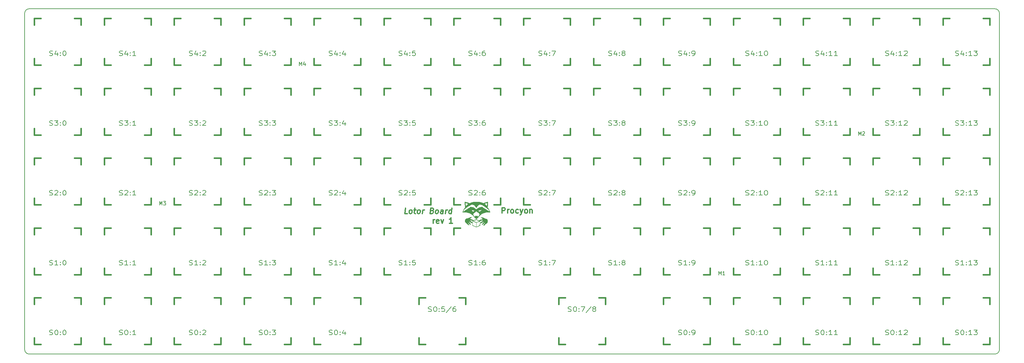
<source format=gbr>
G04 #@! TF.FileFunction,Legend,Top*
%FSLAX46Y46*%
G04 Gerber Fmt 4.6, Leading zero omitted, Abs format (unit mm)*
G04 Created by KiCad (PCBNEW 4.0.1-stable) date 5/19/2016 2:34:44 PM*
%MOMM*%
G01*
G04 APERTURE LIST*
%ADD10C,0.100000*%
%ADD11C,0.300000*%
%ADD12C,0.150000*%
%ADD13C,0.381000*%
%ADD14C,0.010000*%
%ADD15C,0.203200*%
G04 APERTURE END LIST*
D10*
D11*
X209782858Y-116388571D02*
X209782858Y-114888571D01*
X210354286Y-114888571D01*
X210497144Y-114960000D01*
X210568572Y-115031429D01*
X210640001Y-115174286D01*
X210640001Y-115388571D01*
X210568572Y-115531429D01*
X210497144Y-115602857D01*
X210354286Y-115674286D01*
X209782858Y-115674286D01*
X211282858Y-116388571D02*
X211282858Y-115388571D01*
X211282858Y-115674286D02*
X211354286Y-115531429D01*
X211425715Y-115460000D01*
X211568572Y-115388571D01*
X211711429Y-115388571D01*
X212425715Y-116388571D02*
X212282857Y-116317143D01*
X212211429Y-116245714D01*
X212140000Y-116102857D01*
X212140000Y-115674286D01*
X212211429Y-115531429D01*
X212282857Y-115460000D01*
X212425715Y-115388571D01*
X212640000Y-115388571D01*
X212782857Y-115460000D01*
X212854286Y-115531429D01*
X212925715Y-115674286D01*
X212925715Y-116102857D01*
X212854286Y-116245714D01*
X212782857Y-116317143D01*
X212640000Y-116388571D01*
X212425715Y-116388571D01*
X214211429Y-116317143D02*
X214068572Y-116388571D01*
X213782858Y-116388571D01*
X213640000Y-116317143D01*
X213568572Y-116245714D01*
X213497143Y-116102857D01*
X213497143Y-115674286D01*
X213568572Y-115531429D01*
X213640000Y-115460000D01*
X213782858Y-115388571D01*
X214068572Y-115388571D01*
X214211429Y-115460000D01*
X214711429Y-115388571D02*
X215068572Y-116388571D01*
X215425714Y-115388571D02*
X215068572Y-116388571D01*
X214925714Y-116745714D01*
X214854286Y-116817143D01*
X214711429Y-116888571D01*
X216211429Y-116388571D02*
X216068571Y-116317143D01*
X215997143Y-116245714D01*
X215925714Y-116102857D01*
X215925714Y-115674286D01*
X215997143Y-115531429D01*
X216068571Y-115460000D01*
X216211429Y-115388571D01*
X216425714Y-115388571D01*
X216568571Y-115460000D01*
X216640000Y-115531429D01*
X216711429Y-115674286D01*
X216711429Y-116102857D01*
X216640000Y-116245714D01*
X216568571Y-116317143D01*
X216425714Y-116388571D01*
X216211429Y-116388571D01*
X217354286Y-115388571D02*
X217354286Y-116388571D01*
X217354286Y-115531429D02*
X217425714Y-115460000D01*
X217568572Y-115388571D01*
X217782857Y-115388571D01*
X217925714Y-115460000D01*
X217997143Y-115602857D01*
X217997143Y-116388571D01*
X191072858Y-119148571D02*
X191072858Y-118148571D01*
X191072858Y-118434286D02*
X191144286Y-118291429D01*
X191215715Y-118220000D01*
X191358572Y-118148571D01*
X191501429Y-118148571D01*
X192572857Y-119077143D02*
X192430000Y-119148571D01*
X192144286Y-119148571D01*
X192001429Y-119077143D01*
X191930000Y-118934286D01*
X191930000Y-118362857D01*
X192001429Y-118220000D01*
X192144286Y-118148571D01*
X192430000Y-118148571D01*
X192572857Y-118220000D01*
X192644286Y-118362857D01*
X192644286Y-118505714D01*
X191930000Y-118648571D01*
X193144286Y-118148571D02*
X193501429Y-119148571D01*
X193858571Y-118148571D01*
X196358571Y-119148571D02*
X195501428Y-119148571D01*
X195930000Y-119148571D02*
X195930000Y-117648571D01*
X195787143Y-117862857D01*
X195644285Y-118005714D01*
X195501428Y-118077143D01*
X184048037Y-116498571D02*
X183333751Y-116498571D01*
X183521251Y-114998571D01*
X184762323Y-116498571D02*
X184628393Y-116427143D01*
X184565894Y-116355714D01*
X184512322Y-116212857D01*
X184565893Y-115784286D01*
X184655179Y-115641429D01*
X184735536Y-115570000D01*
X184887323Y-115498571D01*
X185101608Y-115498571D01*
X185235536Y-115570000D01*
X185298036Y-115641429D01*
X185351608Y-115784286D01*
X185298037Y-116212857D01*
X185208751Y-116355714D01*
X185128393Y-116427143D01*
X184976608Y-116498571D01*
X184762323Y-116498571D01*
X185815894Y-115498571D02*
X186387323Y-115498571D01*
X186092680Y-114998571D02*
X185931965Y-116284286D01*
X185985536Y-116427143D01*
X186119466Y-116498571D01*
X186262323Y-116498571D01*
X186976609Y-116498571D02*
X186842679Y-116427143D01*
X186780180Y-116355714D01*
X186726608Y-116212857D01*
X186780179Y-115784286D01*
X186869465Y-115641429D01*
X186949822Y-115570000D01*
X187101609Y-115498571D01*
X187315894Y-115498571D01*
X187449822Y-115570000D01*
X187512322Y-115641429D01*
X187565894Y-115784286D01*
X187512323Y-116212857D01*
X187423037Y-116355714D01*
X187342679Y-116427143D01*
X187190894Y-116498571D01*
X186976609Y-116498571D01*
X188119466Y-116498571D02*
X188244466Y-115498571D01*
X188208751Y-115784286D02*
X188298036Y-115641429D01*
X188378394Y-115570000D01*
X188530180Y-115498571D01*
X188673037Y-115498571D01*
X190789108Y-115712857D02*
X190994465Y-115784286D01*
X191056965Y-115855714D01*
X191110537Y-115998571D01*
X191083751Y-116212857D01*
X190994465Y-116355714D01*
X190914108Y-116427143D01*
X190762322Y-116498571D01*
X190190894Y-116498571D01*
X190378394Y-114998571D01*
X190878394Y-114998571D01*
X191012322Y-115070000D01*
X191074822Y-115141429D01*
X191128393Y-115284286D01*
X191110536Y-115427143D01*
X191021251Y-115570000D01*
X190940893Y-115641429D01*
X190789108Y-115712857D01*
X190289108Y-115712857D01*
X191905180Y-116498571D02*
X191771250Y-116427143D01*
X191708751Y-116355714D01*
X191655179Y-116212857D01*
X191708750Y-115784286D01*
X191798036Y-115641429D01*
X191878393Y-115570000D01*
X192030180Y-115498571D01*
X192244465Y-115498571D01*
X192378393Y-115570000D01*
X192440893Y-115641429D01*
X192494465Y-115784286D01*
X192440894Y-116212857D01*
X192351608Y-116355714D01*
X192271250Y-116427143D01*
X192119465Y-116498571D01*
X191905180Y-116498571D01*
X193690894Y-116498571D02*
X193789108Y-115712857D01*
X193735536Y-115570000D01*
X193601608Y-115498571D01*
X193315894Y-115498571D01*
X193164108Y-115570000D01*
X193699822Y-116427143D02*
X193548037Y-116498571D01*
X193190894Y-116498571D01*
X193056965Y-116427143D01*
X193003393Y-116284286D01*
X193021250Y-116141429D01*
X193110537Y-115998571D01*
X193262322Y-115927143D01*
X193619465Y-115927143D01*
X193771251Y-115855714D01*
X194405180Y-116498571D02*
X194530180Y-115498571D01*
X194494465Y-115784286D02*
X194583750Y-115641429D01*
X194664108Y-115570000D01*
X194815894Y-115498571D01*
X194958751Y-115498571D01*
X195976608Y-116498571D02*
X196164108Y-114998571D01*
X195985536Y-116427143D02*
X195833751Y-116498571D01*
X195548037Y-116498571D01*
X195414107Y-116427143D01*
X195351608Y-116355714D01*
X195298036Y-116212857D01*
X195351607Y-115784286D01*
X195440893Y-115641429D01*
X195521250Y-115570000D01*
X195673037Y-115498571D01*
X195958751Y-115498571D01*
X196092679Y-115570000D01*
D12*
X81250000Y-60750000D02*
X343750000Y-60750000D01*
X80000000Y-153500000D02*
X80000000Y-62000000D01*
X343750000Y-154750000D02*
X81250000Y-154750000D01*
X345000000Y-62000000D02*
X345000000Y-153500000D01*
X343750000Y-154750000D02*
G75*
G03X345000000Y-153500000I0J1250000D01*
G01*
X345000000Y-62000000D02*
G75*
G03X343750000Y-60750000I-1250000J0D01*
G01*
X81250000Y-60750000D02*
G75*
G03X80000000Y-62000000I0J-1250000D01*
G01*
X80000000Y-153500000D02*
G75*
G03X81250000Y-154750000I1250000J0D01*
G01*
D13*
X237850000Y-152100000D02*
X236072000Y-152100000D01*
X226928000Y-152100000D02*
X225150000Y-152100000D01*
X225150000Y-152100000D02*
X225150000Y-150322000D01*
X225150000Y-141178000D02*
X225150000Y-139400000D01*
X225150000Y-139400000D02*
X226928000Y-139400000D01*
X236072000Y-139400000D02*
X237850000Y-139400000D01*
X237850000Y-139400000D02*
X237850000Y-141178000D01*
X237850000Y-150322000D02*
X237850000Y-152100000D01*
X199850000Y-152100000D02*
X198072000Y-152100000D01*
X188928000Y-152100000D02*
X187150000Y-152100000D01*
X187150000Y-152100000D02*
X187150000Y-150322000D01*
X187150000Y-141178000D02*
X187150000Y-139400000D01*
X187150000Y-139400000D02*
X188928000Y-139400000D01*
X198072000Y-139400000D02*
X199850000Y-139400000D01*
X199850000Y-139400000D02*
X199850000Y-141178000D01*
X199850000Y-150322000D02*
X199850000Y-152100000D01*
X215650000Y-82400000D02*
X217428000Y-82400000D01*
X226572000Y-82400000D02*
X228350000Y-82400000D01*
X228350000Y-82400000D02*
X228350000Y-84178000D01*
X228350000Y-93322000D02*
X228350000Y-95100000D01*
X228350000Y-95100000D02*
X226572000Y-95100000D01*
X217428000Y-95100000D02*
X215650000Y-95100000D01*
X215650000Y-95100000D02*
X215650000Y-93322000D01*
X215650000Y-84178000D02*
X215650000Y-82400000D01*
X139650000Y-139400000D02*
X141428000Y-139400000D01*
X150572000Y-139400000D02*
X152350000Y-139400000D01*
X152350000Y-139400000D02*
X152350000Y-141178000D01*
X152350000Y-150322000D02*
X152350000Y-152100000D01*
X152350000Y-152100000D02*
X150572000Y-152100000D01*
X141428000Y-152100000D02*
X139650000Y-152100000D01*
X139650000Y-152100000D02*
X139650000Y-150322000D01*
X139650000Y-141178000D02*
X139650000Y-139400000D01*
X329650000Y-63400000D02*
X331428000Y-63400000D01*
X340572000Y-63400000D02*
X342350000Y-63400000D01*
X342350000Y-63400000D02*
X342350000Y-65178000D01*
X342350000Y-74322000D02*
X342350000Y-76100000D01*
X342350000Y-76100000D02*
X340572000Y-76100000D01*
X331428000Y-76100000D02*
X329650000Y-76100000D01*
X329650000Y-76100000D02*
X329650000Y-74322000D01*
X329650000Y-65178000D02*
X329650000Y-63400000D01*
X329650000Y-101400000D02*
X331428000Y-101400000D01*
X340572000Y-101400000D02*
X342350000Y-101400000D01*
X342350000Y-101400000D02*
X342350000Y-103178000D01*
X342350000Y-112322000D02*
X342350000Y-114100000D01*
X342350000Y-114100000D02*
X340572000Y-114100000D01*
X331428000Y-114100000D02*
X329650000Y-114100000D01*
X329650000Y-114100000D02*
X329650000Y-112322000D01*
X329650000Y-103178000D02*
X329650000Y-101400000D01*
X272650000Y-101400000D02*
X274428000Y-101400000D01*
X283572000Y-101400000D02*
X285350000Y-101400000D01*
X285350000Y-101400000D02*
X285350000Y-103178000D01*
X285350000Y-112322000D02*
X285350000Y-114100000D01*
X285350000Y-114100000D02*
X283572000Y-114100000D01*
X274428000Y-114100000D02*
X272650000Y-114100000D01*
X272650000Y-114100000D02*
X272650000Y-112322000D01*
X272650000Y-103178000D02*
X272650000Y-101400000D01*
X291650000Y-82400000D02*
X293428000Y-82400000D01*
X302572000Y-82400000D02*
X304350000Y-82400000D01*
X304350000Y-82400000D02*
X304350000Y-84178000D01*
X304350000Y-93322000D02*
X304350000Y-95100000D01*
X304350000Y-95100000D02*
X302572000Y-95100000D01*
X293428000Y-95100000D02*
X291650000Y-95100000D01*
X291650000Y-95100000D02*
X291650000Y-93322000D01*
X291650000Y-84178000D02*
X291650000Y-82400000D01*
X329650000Y-120400000D02*
X331428000Y-120400000D01*
X340572000Y-120400000D02*
X342350000Y-120400000D01*
X342350000Y-120400000D02*
X342350000Y-122178000D01*
X342350000Y-131322000D02*
X342350000Y-133100000D01*
X342350000Y-133100000D02*
X340572000Y-133100000D01*
X331428000Y-133100000D02*
X329650000Y-133100000D01*
X329650000Y-133100000D02*
X329650000Y-131322000D01*
X329650000Y-122178000D02*
X329650000Y-120400000D01*
X329650000Y-139400000D02*
X331428000Y-139400000D01*
X340572000Y-139400000D02*
X342350000Y-139400000D01*
X342350000Y-139400000D02*
X342350000Y-141178000D01*
X342350000Y-150322000D02*
X342350000Y-152100000D01*
X342350000Y-152100000D02*
X340572000Y-152100000D01*
X331428000Y-152100000D02*
X329650000Y-152100000D01*
X329650000Y-152100000D02*
X329650000Y-150322000D01*
X329650000Y-141178000D02*
X329650000Y-139400000D01*
X329650000Y-82400000D02*
X331428000Y-82400000D01*
X340572000Y-82400000D02*
X342350000Y-82400000D01*
X342350000Y-82400000D02*
X342350000Y-84178000D01*
X342350000Y-93322000D02*
X342350000Y-95100000D01*
X342350000Y-95100000D02*
X340572000Y-95100000D01*
X331428000Y-95100000D02*
X329650000Y-95100000D01*
X329650000Y-95100000D02*
X329650000Y-93322000D01*
X329650000Y-84178000D02*
X329650000Y-82400000D01*
X291650000Y-101400000D02*
X293428000Y-101400000D01*
X302572000Y-101400000D02*
X304350000Y-101400000D01*
X304350000Y-101400000D02*
X304350000Y-103178000D01*
X304350000Y-112322000D02*
X304350000Y-114100000D01*
X304350000Y-114100000D02*
X302572000Y-114100000D01*
X293428000Y-114100000D02*
X291650000Y-114100000D01*
X291650000Y-114100000D02*
X291650000Y-112322000D01*
X291650000Y-103178000D02*
X291650000Y-101400000D01*
X291650000Y-120400000D02*
X293428000Y-120400000D01*
X302572000Y-120400000D02*
X304350000Y-120400000D01*
X304350000Y-120400000D02*
X304350000Y-122178000D01*
X304350000Y-131322000D02*
X304350000Y-133100000D01*
X304350000Y-133100000D02*
X302572000Y-133100000D01*
X293428000Y-133100000D02*
X291650000Y-133100000D01*
X291650000Y-133100000D02*
X291650000Y-131322000D01*
X291650000Y-122178000D02*
X291650000Y-120400000D01*
X291650000Y-139400000D02*
X293428000Y-139400000D01*
X302572000Y-139400000D02*
X304350000Y-139400000D01*
X304350000Y-139400000D02*
X304350000Y-141178000D01*
X304350000Y-150322000D02*
X304350000Y-152100000D01*
X304350000Y-152100000D02*
X302572000Y-152100000D01*
X293428000Y-152100000D02*
X291650000Y-152100000D01*
X291650000Y-152100000D02*
X291650000Y-150322000D01*
X291650000Y-141178000D02*
X291650000Y-139400000D01*
X310650000Y-82400000D02*
X312428000Y-82400000D01*
X321572000Y-82400000D02*
X323350000Y-82400000D01*
X323350000Y-82400000D02*
X323350000Y-84178000D01*
X323350000Y-93322000D02*
X323350000Y-95100000D01*
X323350000Y-95100000D02*
X321572000Y-95100000D01*
X312428000Y-95100000D02*
X310650000Y-95100000D01*
X310650000Y-95100000D02*
X310650000Y-93322000D01*
X310650000Y-84178000D02*
X310650000Y-82400000D01*
X310650000Y-139400000D02*
X312428000Y-139400000D01*
X321572000Y-139400000D02*
X323350000Y-139400000D01*
X323350000Y-139400000D02*
X323350000Y-141178000D01*
X323350000Y-150322000D02*
X323350000Y-152100000D01*
X323350000Y-152100000D02*
X321572000Y-152100000D01*
X312428000Y-152100000D02*
X310650000Y-152100000D01*
X310650000Y-152100000D02*
X310650000Y-150322000D01*
X310650000Y-141178000D02*
X310650000Y-139400000D01*
X310650000Y-120400000D02*
X312428000Y-120400000D01*
X321572000Y-120400000D02*
X323350000Y-120400000D01*
X323350000Y-120400000D02*
X323350000Y-122178000D01*
X323350000Y-131322000D02*
X323350000Y-133100000D01*
X323350000Y-133100000D02*
X321572000Y-133100000D01*
X312428000Y-133100000D02*
X310650000Y-133100000D01*
X310650000Y-133100000D02*
X310650000Y-131322000D01*
X310650000Y-122178000D02*
X310650000Y-120400000D01*
X310650000Y-63400000D02*
X312428000Y-63400000D01*
X321572000Y-63400000D02*
X323350000Y-63400000D01*
X323350000Y-63400000D02*
X323350000Y-65178000D01*
X323350000Y-74322000D02*
X323350000Y-76100000D01*
X323350000Y-76100000D02*
X321572000Y-76100000D01*
X312428000Y-76100000D02*
X310650000Y-76100000D01*
X310650000Y-76100000D02*
X310650000Y-74322000D01*
X310650000Y-65178000D02*
X310650000Y-63400000D01*
X310650000Y-101400000D02*
X312428000Y-101400000D01*
X321572000Y-101400000D02*
X323350000Y-101400000D01*
X323350000Y-101400000D02*
X323350000Y-103178000D01*
X323350000Y-112322000D02*
X323350000Y-114100000D01*
X323350000Y-114100000D02*
X321572000Y-114100000D01*
X312428000Y-114100000D02*
X310650000Y-114100000D01*
X310650000Y-114100000D02*
X310650000Y-112322000D01*
X310650000Y-103178000D02*
X310650000Y-101400000D01*
X291650000Y-63400000D02*
X293428000Y-63400000D01*
X302572000Y-63400000D02*
X304350000Y-63400000D01*
X304350000Y-63400000D02*
X304350000Y-65178000D01*
X304350000Y-74322000D02*
X304350000Y-76100000D01*
X304350000Y-76100000D02*
X302572000Y-76100000D01*
X293428000Y-76100000D02*
X291650000Y-76100000D01*
X291650000Y-76100000D02*
X291650000Y-74322000D01*
X291650000Y-65178000D02*
X291650000Y-63400000D01*
X177650000Y-101400000D02*
X179428000Y-101400000D01*
X188572000Y-101400000D02*
X190350000Y-101400000D01*
X190350000Y-101400000D02*
X190350000Y-103178000D01*
X190350000Y-112322000D02*
X190350000Y-114100000D01*
X190350000Y-114100000D02*
X188572000Y-114100000D01*
X179428000Y-114100000D02*
X177650000Y-114100000D01*
X177650000Y-114100000D02*
X177650000Y-112322000D01*
X177650000Y-103178000D02*
X177650000Y-101400000D01*
X177650000Y-63400000D02*
X179428000Y-63400000D01*
X188572000Y-63400000D02*
X190350000Y-63400000D01*
X190350000Y-63400000D02*
X190350000Y-65178000D01*
X190350000Y-74322000D02*
X190350000Y-76100000D01*
X190350000Y-76100000D02*
X188572000Y-76100000D01*
X179428000Y-76100000D02*
X177650000Y-76100000D01*
X177650000Y-76100000D02*
X177650000Y-74322000D01*
X177650000Y-65178000D02*
X177650000Y-63400000D01*
X177650000Y-120400000D02*
X179428000Y-120400000D01*
X188572000Y-120400000D02*
X190350000Y-120400000D01*
X190350000Y-120400000D02*
X190350000Y-122178000D01*
X190350000Y-131322000D02*
X190350000Y-133100000D01*
X190350000Y-133100000D02*
X188572000Y-133100000D01*
X179428000Y-133100000D02*
X177650000Y-133100000D01*
X177650000Y-133100000D02*
X177650000Y-131322000D01*
X177650000Y-122178000D02*
X177650000Y-120400000D01*
X177650000Y-82400000D02*
X179428000Y-82400000D01*
X188572000Y-82400000D02*
X190350000Y-82400000D01*
X190350000Y-82400000D02*
X190350000Y-84178000D01*
X190350000Y-93322000D02*
X190350000Y-95100000D01*
X190350000Y-95100000D02*
X188572000Y-95100000D01*
X179428000Y-95100000D02*
X177650000Y-95100000D01*
X177650000Y-95100000D02*
X177650000Y-93322000D01*
X177650000Y-84178000D02*
X177650000Y-82400000D01*
X196650000Y-82400000D02*
X198428000Y-82400000D01*
X207572000Y-82400000D02*
X209350000Y-82400000D01*
X209350000Y-82400000D02*
X209350000Y-84178000D01*
X209350000Y-93322000D02*
X209350000Y-95100000D01*
X209350000Y-95100000D02*
X207572000Y-95100000D01*
X198428000Y-95100000D02*
X196650000Y-95100000D01*
X196650000Y-95100000D02*
X196650000Y-93322000D01*
X196650000Y-84178000D02*
X196650000Y-82400000D01*
X196650000Y-120400000D02*
X198428000Y-120400000D01*
X207572000Y-120400000D02*
X209350000Y-120400000D01*
X209350000Y-120400000D02*
X209350000Y-122178000D01*
X209350000Y-131322000D02*
X209350000Y-133100000D01*
X209350000Y-133100000D02*
X207572000Y-133100000D01*
X198428000Y-133100000D02*
X196650000Y-133100000D01*
X196650000Y-133100000D02*
X196650000Y-131322000D01*
X196650000Y-122178000D02*
X196650000Y-120400000D01*
X215650000Y-63400000D02*
X217428000Y-63400000D01*
X226572000Y-63400000D02*
X228350000Y-63400000D01*
X228350000Y-63400000D02*
X228350000Y-65178000D01*
X228350000Y-74322000D02*
X228350000Y-76100000D01*
X228350000Y-76100000D02*
X226572000Y-76100000D01*
X217428000Y-76100000D02*
X215650000Y-76100000D01*
X215650000Y-76100000D02*
X215650000Y-74322000D01*
X215650000Y-65178000D02*
X215650000Y-63400000D01*
X196650000Y-63400000D02*
X198428000Y-63400000D01*
X207572000Y-63400000D02*
X209350000Y-63400000D01*
X209350000Y-63400000D02*
X209350000Y-65178000D01*
X209350000Y-74322000D02*
X209350000Y-76100000D01*
X209350000Y-76100000D02*
X207572000Y-76100000D01*
X198428000Y-76100000D02*
X196650000Y-76100000D01*
X196650000Y-76100000D02*
X196650000Y-74322000D01*
X196650000Y-65178000D02*
X196650000Y-63400000D01*
X196650000Y-101400000D02*
X198428000Y-101400000D01*
X207572000Y-101400000D02*
X209350000Y-101400000D01*
X209350000Y-101400000D02*
X209350000Y-103178000D01*
X209350000Y-112322000D02*
X209350000Y-114100000D01*
X209350000Y-114100000D02*
X207572000Y-114100000D01*
X198428000Y-114100000D02*
X196650000Y-114100000D01*
X196650000Y-114100000D02*
X196650000Y-112322000D01*
X196650000Y-103178000D02*
X196650000Y-101400000D01*
X234650000Y-82400000D02*
X236428000Y-82400000D01*
X245572000Y-82400000D02*
X247350000Y-82400000D01*
X247350000Y-82400000D02*
X247350000Y-84178000D01*
X247350000Y-93322000D02*
X247350000Y-95100000D01*
X247350000Y-95100000D02*
X245572000Y-95100000D01*
X236428000Y-95100000D02*
X234650000Y-95100000D01*
X234650000Y-95100000D02*
X234650000Y-93322000D01*
X234650000Y-84178000D02*
X234650000Y-82400000D01*
X234650000Y-63400000D02*
X236428000Y-63400000D01*
X245572000Y-63400000D02*
X247350000Y-63400000D01*
X247350000Y-63400000D02*
X247350000Y-65178000D01*
X247350000Y-74322000D02*
X247350000Y-76100000D01*
X247350000Y-76100000D02*
X245572000Y-76100000D01*
X236428000Y-76100000D02*
X234650000Y-76100000D01*
X234650000Y-76100000D02*
X234650000Y-74322000D01*
X234650000Y-65178000D02*
X234650000Y-63400000D01*
X253650000Y-82400000D02*
X255428000Y-82400000D01*
X264572000Y-82400000D02*
X266350000Y-82400000D01*
X266350000Y-82400000D02*
X266350000Y-84178000D01*
X266350000Y-93322000D02*
X266350000Y-95100000D01*
X266350000Y-95100000D02*
X264572000Y-95100000D01*
X255428000Y-95100000D02*
X253650000Y-95100000D01*
X253650000Y-95100000D02*
X253650000Y-93322000D01*
X253650000Y-84178000D02*
X253650000Y-82400000D01*
X253650000Y-63400000D02*
X255428000Y-63400000D01*
X264572000Y-63400000D02*
X266350000Y-63400000D01*
X266350000Y-63400000D02*
X266350000Y-65178000D01*
X266350000Y-74322000D02*
X266350000Y-76100000D01*
X266350000Y-76100000D02*
X264572000Y-76100000D01*
X255428000Y-76100000D02*
X253650000Y-76100000D01*
X253650000Y-76100000D02*
X253650000Y-74322000D01*
X253650000Y-65178000D02*
X253650000Y-63400000D01*
X272650000Y-63400000D02*
X274428000Y-63400000D01*
X283572000Y-63400000D02*
X285350000Y-63400000D01*
X285350000Y-63400000D02*
X285350000Y-65178000D01*
X285350000Y-74322000D02*
X285350000Y-76100000D01*
X285350000Y-76100000D02*
X283572000Y-76100000D01*
X274428000Y-76100000D02*
X272650000Y-76100000D01*
X272650000Y-76100000D02*
X272650000Y-74322000D01*
X272650000Y-65178000D02*
X272650000Y-63400000D01*
X272650000Y-120400000D02*
X274428000Y-120400000D01*
X283572000Y-120400000D02*
X285350000Y-120400000D01*
X285350000Y-120400000D02*
X285350000Y-122178000D01*
X285350000Y-131322000D02*
X285350000Y-133100000D01*
X285350000Y-133100000D02*
X283572000Y-133100000D01*
X274428000Y-133100000D02*
X272650000Y-133100000D01*
X272650000Y-133100000D02*
X272650000Y-131322000D01*
X272650000Y-122178000D02*
X272650000Y-120400000D01*
X272650000Y-139400000D02*
X274428000Y-139400000D01*
X283572000Y-139400000D02*
X285350000Y-139400000D01*
X285350000Y-139400000D02*
X285350000Y-141178000D01*
X285350000Y-150322000D02*
X285350000Y-152100000D01*
X285350000Y-152100000D02*
X283572000Y-152100000D01*
X274428000Y-152100000D02*
X272650000Y-152100000D01*
X272650000Y-152100000D02*
X272650000Y-150322000D01*
X272650000Y-141178000D02*
X272650000Y-139400000D01*
X272650000Y-82400000D02*
X274428000Y-82400000D01*
X283572000Y-82400000D02*
X285350000Y-82400000D01*
X285350000Y-82400000D02*
X285350000Y-84178000D01*
X285350000Y-93322000D02*
X285350000Y-95100000D01*
X285350000Y-95100000D02*
X283572000Y-95100000D01*
X274428000Y-95100000D02*
X272650000Y-95100000D01*
X272650000Y-95100000D02*
X272650000Y-93322000D01*
X272650000Y-84178000D02*
X272650000Y-82400000D01*
X215650000Y-101400000D02*
X217428000Y-101400000D01*
X226572000Y-101400000D02*
X228350000Y-101400000D01*
X228350000Y-101400000D02*
X228350000Y-103178000D01*
X228350000Y-112322000D02*
X228350000Y-114100000D01*
X228350000Y-114100000D02*
X226572000Y-114100000D01*
X217428000Y-114100000D02*
X215650000Y-114100000D01*
X215650000Y-114100000D02*
X215650000Y-112322000D01*
X215650000Y-103178000D02*
X215650000Y-101400000D01*
X215650000Y-120400000D02*
X217428000Y-120400000D01*
X226572000Y-120400000D02*
X228350000Y-120400000D01*
X228350000Y-120400000D02*
X228350000Y-122178000D01*
X228350000Y-131322000D02*
X228350000Y-133100000D01*
X228350000Y-133100000D02*
X226572000Y-133100000D01*
X217428000Y-133100000D02*
X215650000Y-133100000D01*
X215650000Y-133100000D02*
X215650000Y-131322000D01*
X215650000Y-122178000D02*
X215650000Y-120400000D01*
X253650000Y-139400000D02*
X255428000Y-139400000D01*
X264572000Y-139400000D02*
X266350000Y-139400000D01*
X266350000Y-139400000D02*
X266350000Y-141178000D01*
X266350000Y-150322000D02*
X266350000Y-152100000D01*
X266350000Y-152100000D02*
X264572000Y-152100000D01*
X255428000Y-152100000D02*
X253650000Y-152100000D01*
X253650000Y-152100000D02*
X253650000Y-150322000D01*
X253650000Y-141178000D02*
X253650000Y-139400000D01*
X253650000Y-120400000D02*
X255428000Y-120400000D01*
X264572000Y-120400000D02*
X266350000Y-120400000D01*
X266350000Y-120400000D02*
X266350000Y-122178000D01*
X266350000Y-131322000D02*
X266350000Y-133100000D01*
X266350000Y-133100000D02*
X264572000Y-133100000D01*
X255428000Y-133100000D02*
X253650000Y-133100000D01*
X253650000Y-133100000D02*
X253650000Y-131322000D01*
X253650000Y-122178000D02*
X253650000Y-120400000D01*
X253650000Y-101400000D02*
X255428000Y-101400000D01*
X264572000Y-101400000D02*
X266350000Y-101400000D01*
X266350000Y-101400000D02*
X266350000Y-103178000D01*
X266350000Y-112322000D02*
X266350000Y-114100000D01*
X266350000Y-114100000D02*
X264572000Y-114100000D01*
X255428000Y-114100000D02*
X253650000Y-114100000D01*
X253650000Y-114100000D02*
X253650000Y-112322000D01*
X253650000Y-103178000D02*
X253650000Y-101400000D01*
X234650000Y-101400000D02*
X236428000Y-101400000D01*
X245572000Y-101400000D02*
X247350000Y-101400000D01*
X247350000Y-101400000D02*
X247350000Y-103178000D01*
X247350000Y-112322000D02*
X247350000Y-114100000D01*
X247350000Y-114100000D02*
X245572000Y-114100000D01*
X236428000Y-114100000D02*
X234650000Y-114100000D01*
X234650000Y-114100000D02*
X234650000Y-112322000D01*
X234650000Y-103178000D02*
X234650000Y-101400000D01*
X234650000Y-120400000D02*
X236428000Y-120400000D01*
X245572000Y-120400000D02*
X247350000Y-120400000D01*
X247350000Y-120400000D02*
X247350000Y-122178000D01*
X247350000Y-131322000D02*
X247350000Y-133100000D01*
X247350000Y-133100000D02*
X245572000Y-133100000D01*
X236428000Y-133100000D02*
X234650000Y-133100000D01*
X234650000Y-133100000D02*
X234650000Y-131322000D01*
X234650000Y-122178000D02*
X234650000Y-120400000D01*
X120650000Y-139400000D02*
X122428000Y-139400000D01*
X131572000Y-139400000D02*
X133350000Y-139400000D01*
X133350000Y-139400000D02*
X133350000Y-141178000D01*
X133350000Y-150322000D02*
X133350000Y-152100000D01*
X133350000Y-152100000D02*
X131572000Y-152100000D01*
X122428000Y-152100000D02*
X120650000Y-152100000D01*
X120650000Y-152100000D02*
X120650000Y-150322000D01*
X120650000Y-141178000D02*
X120650000Y-139400000D01*
X120650000Y-120400000D02*
X122428000Y-120400000D01*
X131572000Y-120400000D02*
X133350000Y-120400000D01*
X133350000Y-120400000D02*
X133350000Y-122178000D01*
X133350000Y-131322000D02*
X133350000Y-133100000D01*
X133350000Y-133100000D02*
X131572000Y-133100000D01*
X122428000Y-133100000D02*
X120650000Y-133100000D01*
X120650000Y-133100000D02*
X120650000Y-131322000D01*
X120650000Y-122178000D02*
X120650000Y-120400000D01*
X120650000Y-101400000D02*
X122428000Y-101400000D01*
X131572000Y-101400000D02*
X133350000Y-101400000D01*
X133350000Y-101400000D02*
X133350000Y-103178000D01*
X133350000Y-112322000D02*
X133350000Y-114100000D01*
X133350000Y-114100000D02*
X131572000Y-114100000D01*
X122428000Y-114100000D02*
X120650000Y-114100000D01*
X120650000Y-114100000D02*
X120650000Y-112322000D01*
X120650000Y-103178000D02*
X120650000Y-101400000D01*
X139650000Y-101400000D02*
X141428000Y-101400000D01*
X150572000Y-101400000D02*
X152350000Y-101400000D01*
X152350000Y-101400000D02*
X152350000Y-103178000D01*
X152350000Y-112322000D02*
X152350000Y-114100000D01*
X152350000Y-114100000D02*
X150572000Y-114100000D01*
X141428000Y-114100000D02*
X139650000Y-114100000D01*
X139650000Y-114100000D02*
X139650000Y-112322000D01*
X139650000Y-103178000D02*
X139650000Y-101400000D01*
X139650000Y-120400000D02*
X141428000Y-120400000D01*
X150572000Y-120400000D02*
X152350000Y-120400000D01*
X152350000Y-120400000D02*
X152350000Y-122178000D01*
X152350000Y-131322000D02*
X152350000Y-133100000D01*
X152350000Y-133100000D02*
X150572000Y-133100000D01*
X141428000Y-133100000D02*
X139650000Y-133100000D01*
X139650000Y-133100000D02*
X139650000Y-131322000D01*
X139650000Y-122178000D02*
X139650000Y-120400000D01*
X101650000Y-139400000D02*
X103428000Y-139400000D01*
X112572000Y-139400000D02*
X114350000Y-139400000D01*
X114350000Y-139400000D02*
X114350000Y-141178000D01*
X114350000Y-150322000D02*
X114350000Y-152100000D01*
X114350000Y-152100000D02*
X112572000Y-152100000D01*
X103428000Y-152100000D02*
X101650000Y-152100000D01*
X101650000Y-152100000D02*
X101650000Y-150322000D01*
X101650000Y-141178000D02*
X101650000Y-139400000D01*
X101650000Y-120400000D02*
X103428000Y-120400000D01*
X112572000Y-120400000D02*
X114350000Y-120400000D01*
X114350000Y-120400000D02*
X114350000Y-122178000D01*
X114350000Y-131322000D02*
X114350000Y-133100000D01*
X114350000Y-133100000D02*
X112572000Y-133100000D01*
X103428000Y-133100000D02*
X101650000Y-133100000D01*
X101650000Y-133100000D02*
X101650000Y-131322000D01*
X101650000Y-122178000D02*
X101650000Y-120400000D01*
X101650000Y-101400000D02*
X103428000Y-101400000D01*
X112572000Y-101400000D02*
X114350000Y-101400000D01*
X114350000Y-101400000D02*
X114350000Y-103178000D01*
X114350000Y-112322000D02*
X114350000Y-114100000D01*
X114350000Y-114100000D02*
X112572000Y-114100000D01*
X103428000Y-114100000D02*
X101650000Y-114100000D01*
X101650000Y-114100000D02*
X101650000Y-112322000D01*
X101650000Y-103178000D02*
X101650000Y-101400000D01*
X158650000Y-82400000D02*
X160428000Y-82400000D01*
X169572000Y-82400000D02*
X171350000Y-82400000D01*
X171350000Y-82400000D02*
X171350000Y-84178000D01*
X171350000Y-93322000D02*
X171350000Y-95100000D01*
X171350000Y-95100000D02*
X169572000Y-95100000D01*
X160428000Y-95100000D02*
X158650000Y-95100000D01*
X158650000Y-95100000D02*
X158650000Y-93322000D01*
X158650000Y-84178000D02*
X158650000Y-82400000D01*
X158650000Y-139400000D02*
X160428000Y-139400000D01*
X169572000Y-139400000D02*
X171350000Y-139400000D01*
X171350000Y-139400000D02*
X171350000Y-141178000D01*
X171350000Y-150322000D02*
X171350000Y-152100000D01*
X171350000Y-152100000D02*
X169572000Y-152100000D01*
X160428000Y-152100000D02*
X158650000Y-152100000D01*
X158650000Y-152100000D02*
X158650000Y-150322000D01*
X158650000Y-141178000D02*
X158650000Y-139400000D01*
X158650000Y-120400000D02*
X160428000Y-120400000D01*
X169572000Y-120400000D02*
X171350000Y-120400000D01*
X171350000Y-120400000D02*
X171350000Y-122178000D01*
X171350000Y-131322000D02*
X171350000Y-133100000D01*
X171350000Y-133100000D02*
X169572000Y-133100000D01*
X160428000Y-133100000D02*
X158650000Y-133100000D01*
X158650000Y-133100000D02*
X158650000Y-131322000D01*
X158650000Y-122178000D02*
X158650000Y-120400000D01*
X158650000Y-63400000D02*
X160428000Y-63400000D01*
X169572000Y-63400000D02*
X171350000Y-63400000D01*
X171350000Y-63400000D02*
X171350000Y-65178000D01*
X171350000Y-74322000D02*
X171350000Y-76100000D01*
X171350000Y-76100000D02*
X169572000Y-76100000D01*
X160428000Y-76100000D02*
X158650000Y-76100000D01*
X158650000Y-76100000D02*
X158650000Y-74322000D01*
X158650000Y-65178000D02*
X158650000Y-63400000D01*
X158650000Y-101400000D02*
X160428000Y-101400000D01*
X169572000Y-101400000D02*
X171350000Y-101400000D01*
X171350000Y-101400000D02*
X171350000Y-103178000D01*
X171350000Y-112322000D02*
X171350000Y-114100000D01*
X171350000Y-114100000D02*
X169572000Y-114100000D01*
X160428000Y-114100000D02*
X158650000Y-114100000D01*
X158650000Y-114100000D02*
X158650000Y-112322000D01*
X158650000Y-103178000D02*
X158650000Y-101400000D01*
X139650000Y-63400000D02*
X141428000Y-63400000D01*
X150572000Y-63400000D02*
X152350000Y-63400000D01*
X152350000Y-63400000D02*
X152350000Y-65178000D01*
X152350000Y-74322000D02*
X152350000Y-76100000D01*
X152350000Y-76100000D02*
X150572000Y-76100000D01*
X141428000Y-76100000D02*
X139650000Y-76100000D01*
X139650000Y-76100000D02*
X139650000Y-74322000D01*
X139650000Y-65178000D02*
X139650000Y-63400000D01*
X139650000Y-82400000D02*
X141428000Y-82400000D01*
X150572000Y-82400000D02*
X152350000Y-82400000D01*
X152350000Y-82400000D02*
X152350000Y-84178000D01*
X152350000Y-93322000D02*
X152350000Y-95100000D01*
X152350000Y-95100000D02*
X150572000Y-95100000D01*
X141428000Y-95100000D02*
X139650000Y-95100000D01*
X139650000Y-95100000D02*
X139650000Y-93322000D01*
X139650000Y-84178000D02*
X139650000Y-82400000D01*
X120650000Y-63400000D02*
X122428000Y-63400000D01*
X131572000Y-63400000D02*
X133350000Y-63400000D01*
X133350000Y-63400000D02*
X133350000Y-65178000D01*
X133350000Y-74322000D02*
X133350000Y-76100000D01*
X133350000Y-76100000D02*
X131572000Y-76100000D01*
X122428000Y-76100000D02*
X120650000Y-76100000D01*
X120650000Y-76100000D02*
X120650000Y-74322000D01*
X120650000Y-65178000D02*
X120650000Y-63400000D01*
X120650000Y-82400000D02*
X122428000Y-82400000D01*
X131572000Y-82400000D02*
X133350000Y-82400000D01*
X133350000Y-82400000D02*
X133350000Y-84178000D01*
X133350000Y-93322000D02*
X133350000Y-95100000D01*
X133350000Y-95100000D02*
X131572000Y-95100000D01*
X122428000Y-95100000D02*
X120650000Y-95100000D01*
X120650000Y-95100000D02*
X120650000Y-93322000D01*
X120650000Y-84178000D02*
X120650000Y-82400000D01*
X82650000Y-101400000D02*
X84428000Y-101400000D01*
X93572000Y-101400000D02*
X95350000Y-101400000D01*
X95350000Y-101400000D02*
X95350000Y-103178000D01*
X95350000Y-112322000D02*
X95350000Y-114100000D01*
X95350000Y-114100000D02*
X93572000Y-114100000D01*
X84428000Y-114100000D02*
X82650000Y-114100000D01*
X82650000Y-114100000D02*
X82650000Y-112322000D01*
X82650000Y-103178000D02*
X82650000Y-101400000D01*
X101650000Y-82400000D02*
X103428000Y-82400000D01*
X112572000Y-82400000D02*
X114350000Y-82400000D01*
X114350000Y-82400000D02*
X114350000Y-84178000D01*
X114350000Y-93322000D02*
X114350000Y-95100000D01*
X114350000Y-95100000D02*
X112572000Y-95100000D01*
X103428000Y-95100000D02*
X101650000Y-95100000D01*
X101650000Y-95100000D02*
X101650000Y-93322000D01*
X101650000Y-84178000D02*
X101650000Y-82400000D01*
X82650000Y-63400000D02*
X84428000Y-63400000D01*
X93572000Y-63400000D02*
X95350000Y-63400000D01*
X95350000Y-63400000D02*
X95350000Y-65178000D01*
X95350000Y-74322000D02*
X95350000Y-76100000D01*
X95350000Y-76100000D02*
X93572000Y-76100000D01*
X84428000Y-76100000D02*
X82650000Y-76100000D01*
X82650000Y-76100000D02*
X82650000Y-74322000D01*
X82650000Y-65178000D02*
X82650000Y-63400000D01*
X101650000Y-63400000D02*
X103428000Y-63400000D01*
X112572000Y-63400000D02*
X114350000Y-63400000D01*
X114350000Y-63400000D02*
X114350000Y-65178000D01*
X114350000Y-74322000D02*
X114350000Y-76100000D01*
X114350000Y-76100000D02*
X112572000Y-76100000D01*
X103428000Y-76100000D02*
X101650000Y-76100000D01*
X101650000Y-76100000D02*
X101650000Y-74322000D01*
X101650000Y-65178000D02*
X101650000Y-63400000D01*
X82650000Y-120400000D02*
X84428000Y-120400000D01*
X93572000Y-120400000D02*
X95350000Y-120400000D01*
X95350000Y-120400000D02*
X95350000Y-122178000D01*
X95350000Y-131322000D02*
X95350000Y-133100000D01*
X95350000Y-133100000D02*
X93572000Y-133100000D01*
X84428000Y-133100000D02*
X82650000Y-133100000D01*
X82650000Y-133100000D02*
X82650000Y-131322000D01*
X82650000Y-122178000D02*
X82650000Y-120400000D01*
X82650000Y-139400000D02*
X84428000Y-139400000D01*
X93572000Y-139400000D02*
X95350000Y-139400000D01*
X95350000Y-139400000D02*
X95350000Y-141178000D01*
X95350000Y-150322000D02*
X95350000Y-152100000D01*
X95350000Y-152100000D02*
X93572000Y-152100000D01*
X84428000Y-152100000D02*
X82650000Y-152100000D01*
X82650000Y-152100000D02*
X82650000Y-150322000D01*
X82650000Y-141178000D02*
X82650000Y-139400000D01*
X82650000Y-82400000D02*
X84428000Y-82400000D01*
X93572000Y-82400000D02*
X95350000Y-82400000D01*
X95350000Y-82400000D02*
X95350000Y-84178000D01*
X95350000Y-93322000D02*
X95350000Y-95100000D01*
X95350000Y-95100000D02*
X93572000Y-95100000D01*
X84428000Y-95100000D02*
X82650000Y-95100000D01*
X82650000Y-95100000D02*
X82650000Y-93322000D01*
X82650000Y-84178000D02*
X82650000Y-82400000D01*
D14*
G36*
X201490730Y-117460158D02*
X201508222Y-117480104D01*
X201485131Y-117510737D01*
X201426321Y-117552521D01*
X201384595Y-117575774D01*
X201297400Y-117625780D01*
X201200158Y-117689837D01*
X201104522Y-117759122D01*
X201022147Y-117824809D01*
X200964687Y-117878073D01*
X200943778Y-117909588D01*
X200969778Y-117942201D01*
X201040621Y-117980613D01*
X201145569Y-118020781D01*
X201273885Y-118058660D01*
X201414833Y-118090209D01*
X201431523Y-118093276D01*
X201592312Y-118128827D01*
X201735765Y-118173130D01*
X201851519Y-118221996D01*
X201929210Y-118271240D01*
X201955981Y-118305145D01*
X201968731Y-118321015D01*
X201996040Y-118325104D01*
X202045764Y-118315376D01*
X202125760Y-118289796D01*
X202243885Y-118246327D01*
X202369000Y-118198128D01*
X202764111Y-118044445D01*
X203143069Y-118215876D01*
X203289941Y-118281978D01*
X203394376Y-118327115D01*
X203465312Y-118353700D01*
X203511688Y-118364146D01*
X203542441Y-118360866D01*
X203566510Y-118346272D01*
X203580513Y-118333955D01*
X203658893Y-118274993D01*
X203756227Y-118228178D01*
X203884668Y-118188963D01*
X204056369Y-118152804D01*
X204072825Y-118149820D01*
X204224799Y-118117144D01*
X204358763Y-118078266D01*
X204465060Y-118036896D01*
X204534033Y-117996741D01*
X204556222Y-117964185D01*
X204535639Y-117932564D01*
X204483612Y-117883209D01*
X204453477Y-117858925D01*
X204378427Y-117799471D01*
X204315014Y-117746115D01*
X204300623Y-117733090D01*
X204245283Y-117693897D01*
X204162223Y-117648240D01*
X204119068Y-117627925D01*
X204038322Y-117584730D01*
X204005826Y-117549088D01*
X204007670Y-117537340D01*
X204053315Y-117515320D01*
X204143409Y-117518217D01*
X204272375Y-117544809D01*
X204434635Y-117593875D01*
X204624612Y-117664193D01*
X204669111Y-117682204D01*
X204828034Y-117744602D01*
X204995788Y-117805703D01*
X205151796Y-117858265D01*
X205269593Y-117893484D01*
X205456929Y-117950004D01*
X205595085Y-118010209D01*
X205691132Y-118082407D01*
X205752146Y-118174904D01*
X205785198Y-118296010D01*
X205797363Y-118454033D01*
X205798000Y-118514107D01*
X205789231Y-118679634D01*
X205758597Y-118815837D01*
X205699608Y-118932723D01*
X205605771Y-119040301D01*
X205470595Y-119148578D01*
X205323780Y-119245263D01*
X205233886Y-119315439D01*
X205145397Y-119406576D01*
X205112113Y-119449334D01*
X205021607Y-119551322D01*
X204914832Y-119631034D01*
X204808277Y-119677584D01*
X204754902Y-119685111D01*
X204710338Y-119675569D01*
X204703229Y-119643468D01*
X204734960Y-119583600D01*
X204806316Y-119491472D01*
X204876267Y-119400760D01*
X204938210Y-119309206D01*
X204965529Y-119261778D01*
X205013154Y-119177388D01*
X205062235Y-119103465D01*
X205066636Y-119097699D01*
X205100625Y-119029136D01*
X205092157Y-118976199D01*
X205044071Y-118951750D01*
X205034339Y-118951333D01*
X204981112Y-118973125D01*
X204907562Y-119031613D01*
X204824583Y-119116470D01*
X204743068Y-119217368D01*
X204721265Y-119248144D01*
X204638218Y-119338386D01*
X204532737Y-119410900D01*
X204425074Y-119453297D01*
X204375991Y-119459333D01*
X204317121Y-119443413D01*
X204304646Y-119403157D01*
X204341152Y-119349821D01*
X204349227Y-119342844D01*
X204390005Y-119298420D01*
X204445851Y-119224485D01*
X204487624Y-119163000D01*
X204562923Y-119059426D01*
X204651576Y-118954812D01*
X204694619Y-118910328D01*
X204767841Y-118826027D01*
X204806247Y-118752363D01*
X204807816Y-118697757D01*
X204770526Y-118670634D01*
X204752503Y-118669111D01*
X204704455Y-118684351D01*
X204624379Y-118725150D01*
X204526084Y-118784130D01*
X204477336Y-118816155D01*
X204369110Y-118881947D01*
X204241835Y-118948132D01*
X204109931Y-119008415D01*
X203987812Y-119056501D01*
X203889896Y-119086095D01*
X203844602Y-119092444D01*
X203823762Y-119079941D01*
X203837349Y-119039652D01*
X203887555Y-118967409D01*
X203952330Y-118887643D01*
X204033273Y-118800528D01*
X204119918Y-118730455D01*
X204229980Y-118664625D01*
X204331342Y-118613783D01*
X204439488Y-118558984D01*
X204527134Y-118508981D01*
X204582345Y-118470882D01*
X204594889Y-118456821D01*
X204590063Y-118406140D01*
X204535157Y-118369748D01*
X204435236Y-118349893D01*
X204347321Y-118346936D01*
X204218379Y-118350865D01*
X204079186Y-118358611D01*
X203941050Y-118369096D01*
X203815277Y-118381242D01*
X203713175Y-118393971D01*
X203646051Y-118406204D01*
X203624889Y-118415834D01*
X203648013Y-118440073D01*
X203702500Y-118468597D01*
X203780111Y-118500708D01*
X203771489Y-119099965D01*
X203768051Y-119278322D01*
X203763325Y-119437174D01*
X203757703Y-119568003D01*
X203751575Y-119662292D01*
X203745329Y-119711525D01*
X203743267Y-119716471D01*
X203706503Y-119738048D01*
X203629079Y-119776741D01*
X203521035Y-119828051D01*
X203392407Y-119887476D01*
X203253235Y-119950515D01*
X203113556Y-120012666D01*
X202983410Y-120069429D01*
X202872833Y-120116302D01*
X202791865Y-120148785D01*
X202750544Y-120162376D01*
X202748507Y-120162516D01*
X202710895Y-120150407D01*
X202630975Y-120118169D01*
X202601191Y-120105408D01*
X202777086Y-120105408D01*
X203250376Y-119886294D01*
X203723667Y-119667180D01*
X203731339Y-119123714D01*
X203733727Y-118936154D01*
X203734431Y-118797877D01*
X203732848Y-118701729D01*
X203728372Y-118640560D01*
X203720402Y-118607218D01*
X203708332Y-118594551D01*
X203691560Y-118595407D01*
X203686865Y-118596800D01*
X203643539Y-118612378D01*
X203557947Y-118644588D01*
X203440389Y-118689502D01*
X203301166Y-118743196D01*
X203213526Y-118777212D01*
X202792333Y-118941073D01*
X202784710Y-119523240D01*
X202777086Y-120105408D01*
X202601191Y-120105408D01*
X202517569Y-120069581D01*
X202379500Y-120008423D01*
X202227889Y-119939529D01*
X201748111Y-119718916D01*
X201740522Y-119079842D01*
X201733638Y-118499983D01*
X201761078Y-118499983D01*
X201768705Y-119083692D01*
X201776333Y-119667402D01*
X202256111Y-119885172D01*
X202735889Y-120102943D01*
X202743545Y-119536205D01*
X202744838Y-119362660D01*
X202743988Y-119208531D01*
X202741207Y-119082660D01*
X202736707Y-118993889D01*
X202730702Y-118951059D01*
X202729434Y-118948869D01*
X202710958Y-118936958D01*
X202668523Y-118914968D01*
X202597613Y-118880794D01*
X202493710Y-118832333D01*
X202352296Y-118767480D01*
X202168854Y-118684130D01*
X201938867Y-118580180D01*
X201909816Y-118567074D01*
X201761078Y-118499983D01*
X201733638Y-118499983D01*
X201733351Y-118475772D01*
X201869486Y-118475772D01*
X201900578Y-118493037D01*
X201974230Y-118529282D01*
X202081553Y-118580273D01*
X202213656Y-118641772D01*
X202324236Y-118692511D01*
X202759250Y-118890922D01*
X202931014Y-118825033D01*
X203035024Y-118785163D01*
X203169558Y-118733631D01*
X203312422Y-118678938D01*
X203377944Y-118653865D01*
X203491475Y-118608692D01*
X203582225Y-118569281D01*
X203639185Y-118540618D01*
X203653111Y-118529221D01*
X203628688Y-118511870D01*
X203560966Y-118475803D01*
X203458262Y-118425143D01*
X203328895Y-118364013D01*
X203207778Y-118308523D01*
X202762445Y-118107189D01*
X202306097Y-118282317D01*
X202159097Y-118340137D01*
X202034055Y-118392029D01*
X201939015Y-118434427D01*
X201882020Y-118463769D01*
X201869486Y-118475772D01*
X201733351Y-118475772D01*
X201732934Y-118440769D01*
X201818100Y-118411080D01*
X201877029Y-118384284D01*
X201884504Y-118362141D01*
X201839174Y-118343954D01*
X201739687Y-118329024D01*
X201642817Y-118320551D01*
X201506644Y-118309777D01*
X201367542Y-118297421D01*
X201254056Y-118286030D01*
X201247309Y-118285278D01*
X201122430Y-118281116D01*
X201019355Y-118296287D01*
X200948571Y-118327621D01*
X200920566Y-118371950D01*
X200921305Y-118383798D01*
X200948889Y-118414878D01*
X201017008Y-118462703D01*
X201114973Y-118520313D01*
X201197778Y-118563838D01*
X201309070Y-118622057D01*
X201399950Y-118674016D01*
X201459357Y-118713119D01*
X201476628Y-118730112D01*
X201500716Y-118768269D01*
X201550013Y-118829965D01*
X201582462Y-118867028D01*
X201649730Y-118950715D01*
X201675708Y-119005701D01*
X201659824Y-119029176D01*
X201614055Y-119022595D01*
X201548218Y-119002673D01*
X201457320Y-118976078D01*
X201419975Y-118965356D01*
X201338985Y-118933067D01*
X201229847Y-118877289D01*
X201110270Y-118807441D01*
X201048556Y-118767830D01*
X200941981Y-118701044D01*
X200848613Y-118650079D01*
X200780804Y-118621283D01*
X200756127Y-118617491D01*
X200707351Y-118642665D01*
X200702171Y-118692698D01*
X200741371Y-118769979D01*
X200825733Y-118876896D01*
X200850227Y-118904407D01*
X200943635Y-119011844D01*
X201037891Y-119127114D01*
X201114271Y-119227237D01*
X201121437Y-119237271D01*
X201228540Y-119388778D01*
X201144401Y-119397487D01*
X201050134Y-119390319D01*
X200955313Y-119345667D01*
X200852778Y-119258741D01*
X200735369Y-119124748D01*
X200733595Y-119122527D01*
X200627995Y-119000437D01*
X200543992Y-118927149D01*
X200478555Y-118900676D01*
X200428650Y-118919033D01*
X200426295Y-118921305D01*
X200411575Y-118959631D01*
X200435613Y-119018352D01*
X200442746Y-119029942D01*
X200491502Y-119113964D01*
X200532224Y-119192989D01*
X200572806Y-119262027D01*
X200635238Y-119350947D01*
X200687947Y-119418249D01*
X200764370Y-119519149D01*
X200798164Y-119586171D01*
X200790087Y-119621544D01*
X200759427Y-119628667D01*
X200655244Y-119604040D01*
X200543324Y-119536054D01*
X200437400Y-119433552D01*
X200416933Y-119408119D01*
X200331082Y-119313765D01*
X200223444Y-119218428D01*
X200148199Y-119163507D01*
X200038095Y-119083289D01*
X199925062Y-118987056D01*
X199861196Y-118924440D01*
X199781397Y-118824413D01*
X199730867Y-118719540D01*
X199706006Y-118595918D01*
X199703217Y-118439643D01*
X199709499Y-118338299D01*
X199726603Y-118212860D01*
X199760190Y-118113649D01*
X199817571Y-118034112D01*
X199906054Y-117967695D01*
X200032948Y-117907844D01*
X200205561Y-117848006D01*
X200282357Y-117824592D01*
X200429287Y-117777660D01*
X200602889Y-117717351D01*
X200777992Y-117652606D01*
X200887333Y-117609695D01*
X201050682Y-117548378D01*
X201200668Y-117501102D01*
X201329321Y-117469531D01*
X201428666Y-117455328D01*
X201490730Y-117460158D01*
X201490730Y-117460158D01*
G37*
X201490730Y-117460158D02*
X201508222Y-117480104D01*
X201485131Y-117510737D01*
X201426321Y-117552521D01*
X201384595Y-117575774D01*
X201297400Y-117625780D01*
X201200158Y-117689837D01*
X201104522Y-117759122D01*
X201022147Y-117824809D01*
X200964687Y-117878073D01*
X200943778Y-117909588D01*
X200969778Y-117942201D01*
X201040621Y-117980613D01*
X201145569Y-118020781D01*
X201273885Y-118058660D01*
X201414833Y-118090209D01*
X201431523Y-118093276D01*
X201592312Y-118128827D01*
X201735765Y-118173130D01*
X201851519Y-118221996D01*
X201929210Y-118271240D01*
X201955981Y-118305145D01*
X201968731Y-118321015D01*
X201996040Y-118325104D01*
X202045764Y-118315376D01*
X202125760Y-118289796D01*
X202243885Y-118246327D01*
X202369000Y-118198128D01*
X202764111Y-118044445D01*
X203143069Y-118215876D01*
X203289941Y-118281978D01*
X203394376Y-118327115D01*
X203465312Y-118353700D01*
X203511688Y-118364146D01*
X203542441Y-118360866D01*
X203566510Y-118346272D01*
X203580513Y-118333955D01*
X203658893Y-118274993D01*
X203756227Y-118228178D01*
X203884668Y-118188963D01*
X204056369Y-118152804D01*
X204072825Y-118149820D01*
X204224799Y-118117144D01*
X204358763Y-118078266D01*
X204465060Y-118036896D01*
X204534033Y-117996741D01*
X204556222Y-117964185D01*
X204535639Y-117932564D01*
X204483612Y-117883209D01*
X204453477Y-117858925D01*
X204378427Y-117799471D01*
X204315014Y-117746115D01*
X204300623Y-117733090D01*
X204245283Y-117693897D01*
X204162223Y-117648240D01*
X204119068Y-117627925D01*
X204038322Y-117584730D01*
X204005826Y-117549088D01*
X204007670Y-117537340D01*
X204053315Y-117515320D01*
X204143409Y-117518217D01*
X204272375Y-117544809D01*
X204434635Y-117593875D01*
X204624612Y-117664193D01*
X204669111Y-117682204D01*
X204828034Y-117744602D01*
X204995788Y-117805703D01*
X205151796Y-117858265D01*
X205269593Y-117893484D01*
X205456929Y-117950004D01*
X205595085Y-118010209D01*
X205691132Y-118082407D01*
X205752146Y-118174904D01*
X205785198Y-118296010D01*
X205797363Y-118454033D01*
X205798000Y-118514107D01*
X205789231Y-118679634D01*
X205758597Y-118815837D01*
X205699608Y-118932723D01*
X205605771Y-119040301D01*
X205470595Y-119148578D01*
X205323780Y-119245263D01*
X205233886Y-119315439D01*
X205145397Y-119406576D01*
X205112113Y-119449334D01*
X205021607Y-119551322D01*
X204914832Y-119631034D01*
X204808277Y-119677584D01*
X204754902Y-119685111D01*
X204710338Y-119675569D01*
X204703229Y-119643468D01*
X204734960Y-119583600D01*
X204806316Y-119491472D01*
X204876267Y-119400760D01*
X204938210Y-119309206D01*
X204965529Y-119261778D01*
X205013154Y-119177388D01*
X205062235Y-119103465D01*
X205066636Y-119097699D01*
X205100625Y-119029136D01*
X205092157Y-118976199D01*
X205044071Y-118951750D01*
X205034339Y-118951333D01*
X204981112Y-118973125D01*
X204907562Y-119031613D01*
X204824583Y-119116470D01*
X204743068Y-119217368D01*
X204721265Y-119248144D01*
X204638218Y-119338386D01*
X204532737Y-119410900D01*
X204425074Y-119453297D01*
X204375991Y-119459333D01*
X204317121Y-119443413D01*
X204304646Y-119403157D01*
X204341152Y-119349821D01*
X204349227Y-119342844D01*
X204390005Y-119298420D01*
X204445851Y-119224485D01*
X204487624Y-119163000D01*
X204562923Y-119059426D01*
X204651576Y-118954812D01*
X204694619Y-118910328D01*
X204767841Y-118826027D01*
X204806247Y-118752363D01*
X204807816Y-118697757D01*
X204770526Y-118670634D01*
X204752503Y-118669111D01*
X204704455Y-118684351D01*
X204624379Y-118725150D01*
X204526084Y-118784130D01*
X204477336Y-118816155D01*
X204369110Y-118881947D01*
X204241835Y-118948132D01*
X204109931Y-119008415D01*
X203987812Y-119056501D01*
X203889896Y-119086095D01*
X203844602Y-119092444D01*
X203823762Y-119079941D01*
X203837349Y-119039652D01*
X203887555Y-118967409D01*
X203952330Y-118887643D01*
X204033273Y-118800528D01*
X204119918Y-118730455D01*
X204229980Y-118664625D01*
X204331342Y-118613783D01*
X204439488Y-118558984D01*
X204527134Y-118508981D01*
X204582345Y-118470882D01*
X204594889Y-118456821D01*
X204590063Y-118406140D01*
X204535157Y-118369748D01*
X204435236Y-118349893D01*
X204347321Y-118346936D01*
X204218379Y-118350865D01*
X204079186Y-118358611D01*
X203941050Y-118369096D01*
X203815277Y-118381242D01*
X203713175Y-118393971D01*
X203646051Y-118406204D01*
X203624889Y-118415834D01*
X203648013Y-118440073D01*
X203702500Y-118468597D01*
X203780111Y-118500708D01*
X203771489Y-119099965D01*
X203768051Y-119278322D01*
X203763325Y-119437174D01*
X203757703Y-119568003D01*
X203751575Y-119662292D01*
X203745329Y-119711525D01*
X203743267Y-119716471D01*
X203706503Y-119738048D01*
X203629079Y-119776741D01*
X203521035Y-119828051D01*
X203392407Y-119887476D01*
X203253235Y-119950515D01*
X203113556Y-120012666D01*
X202983410Y-120069429D01*
X202872833Y-120116302D01*
X202791865Y-120148785D01*
X202750544Y-120162376D01*
X202748507Y-120162516D01*
X202710895Y-120150407D01*
X202630975Y-120118169D01*
X202601191Y-120105408D01*
X202777086Y-120105408D01*
X203250376Y-119886294D01*
X203723667Y-119667180D01*
X203731339Y-119123714D01*
X203733727Y-118936154D01*
X203734431Y-118797877D01*
X203732848Y-118701729D01*
X203728372Y-118640560D01*
X203720402Y-118607218D01*
X203708332Y-118594551D01*
X203691560Y-118595407D01*
X203686865Y-118596800D01*
X203643539Y-118612378D01*
X203557947Y-118644588D01*
X203440389Y-118689502D01*
X203301166Y-118743196D01*
X203213526Y-118777212D01*
X202792333Y-118941073D01*
X202784710Y-119523240D01*
X202777086Y-120105408D01*
X202601191Y-120105408D01*
X202517569Y-120069581D01*
X202379500Y-120008423D01*
X202227889Y-119939529D01*
X201748111Y-119718916D01*
X201740522Y-119079842D01*
X201733638Y-118499983D01*
X201761078Y-118499983D01*
X201768705Y-119083692D01*
X201776333Y-119667402D01*
X202256111Y-119885172D01*
X202735889Y-120102943D01*
X202743545Y-119536205D01*
X202744838Y-119362660D01*
X202743988Y-119208531D01*
X202741207Y-119082660D01*
X202736707Y-118993889D01*
X202730702Y-118951059D01*
X202729434Y-118948869D01*
X202710958Y-118936958D01*
X202668523Y-118914968D01*
X202597613Y-118880794D01*
X202493710Y-118832333D01*
X202352296Y-118767480D01*
X202168854Y-118684130D01*
X201938867Y-118580180D01*
X201909816Y-118567074D01*
X201761078Y-118499983D01*
X201733638Y-118499983D01*
X201733351Y-118475772D01*
X201869486Y-118475772D01*
X201900578Y-118493037D01*
X201974230Y-118529282D01*
X202081553Y-118580273D01*
X202213656Y-118641772D01*
X202324236Y-118692511D01*
X202759250Y-118890922D01*
X202931014Y-118825033D01*
X203035024Y-118785163D01*
X203169558Y-118733631D01*
X203312422Y-118678938D01*
X203377944Y-118653865D01*
X203491475Y-118608692D01*
X203582225Y-118569281D01*
X203639185Y-118540618D01*
X203653111Y-118529221D01*
X203628688Y-118511870D01*
X203560966Y-118475803D01*
X203458262Y-118425143D01*
X203328895Y-118364013D01*
X203207778Y-118308523D01*
X202762445Y-118107189D01*
X202306097Y-118282317D01*
X202159097Y-118340137D01*
X202034055Y-118392029D01*
X201939015Y-118434427D01*
X201882020Y-118463769D01*
X201869486Y-118475772D01*
X201733351Y-118475772D01*
X201732934Y-118440769D01*
X201818100Y-118411080D01*
X201877029Y-118384284D01*
X201884504Y-118362141D01*
X201839174Y-118343954D01*
X201739687Y-118329024D01*
X201642817Y-118320551D01*
X201506644Y-118309777D01*
X201367542Y-118297421D01*
X201254056Y-118286030D01*
X201247309Y-118285278D01*
X201122430Y-118281116D01*
X201019355Y-118296287D01*
X200948571Y-118327621D01*
X200920566Y-118371950D01*
X200921305Y-118383798D01*
X200948889Y-118414878D01*
X201017008Y-118462703D01*
X201114973Y-118520313D01*
X201197778Y-118563838D01*
X201309070Y-118622057D01*
X201399950Y-118674016D01*
X201459357Y-118713119D01*
X201476628Y-118730112D01*
X201500716Y-118768269D01*
X201550013Y-118829965D01*
X201582462Y-118867028D01*
X201649730Y-118950715D01*
X201675708Y-119005701D01*
X201659824Y-119029176D01*
X201614055Y-119022595D01*
X201548218Y-119002673D01*
X201457320Y-118976078D01*
X201419975Y-118965356D01*
X201338985Y-118933067D01*
X201229847Y-118877289D01*
X201110270Y-118807441D01*
X201048556Y-118767830D01*
X200941981Y-118701044D01*
X200848613Y-118650079D01*
X200780804Y-118621283D01*
X200756127Y-118617491D01*
X200707351Y-118642665D01*
X200702171Y-118692698D01*
X200741371Y-118769979D01*
X200825733Y-118876896D01*
X200850227Y-118904407D01*
X200943635Y-119011844D01*
X201037891Y-119127114D01*
X201114271Y-119227237D01*
X201121437Y-119237271D01*
X201228540Y-119388778D01*
X201144401Y-119397487D01*
X201050134Y-119390319D01*
X200955313Y-119345667D01*
X200852778Y-119258741D01*
X200735369Y-119124748D01*
X200733595Y-119122527D01*
X200627995Y-119000437D01*
X200543992Y-118927149D01*
X200478555Y-118900676D01*
X200428650Y-118919033D01*
X200426295Y-118921305D01*
X200411575Y-118959631D01*
X200435613Y-119018352D01*
X200442746Y-119029942D01*
X200491502Y-119113964D01*
X200532224Y-119192989D01*
X200572806Y-119262027D01*
X200635238Y-119350947D01*
X200687947Y-119418249D01*
X200764370Y-119519149D01*
X200798164Y-119586171D01*
X200790087Y-119621544D01*
X200759427Y-119628667D01*
X200655244Y-119604040D01*
X200543324Y-119536054D01*
X200437400Y-119433552D01*
X200416933Y-119408119D01*
X200331082Y-119313765D01*
X200223444Y-119218428D01*
X200148199Y-119163507D01*
X200038095Y-119083289D01*
X199925062Y-118987056D01*
X199861196Y-118924440D01*
X199781397Y-118824413D01*
X199730867Y-118719540D01*
X199706006Y-118595918D01*
X199703217Y-118439643D01*
X199709499Y-118338299D01*
X199726603Y-118212860D01*
X199760190Y-118113649D01*
X199817571Y-118034112D01*
X199906054Y-117967695D01*
X200032948Y-117907844D01*
X200205561Y-117848006D01*
X200282357Y-117824592D01*
X200429287Y-117777660D01*
X200602889Y-117717351D01*
X200777992Y-117652606D01*
X200887333Y-117609695D01*
X201050682Y-117548378D01*
X201200668Y-117501102D01*
X201329321Y-117469531D01*
X201428666Y-117455328D01*
X201490730Y-117460158D01*
G36*
X202928510Y-117113723D02*
X203060045Y-117136736D01*
X203142498Y-117175618D01*
X203173192Y-117229566D01*
X203173333Y-117234006D01*
X203158719Y-117294941D01*
X203119011Y-117390602D01*
X203060408Y-117508743D01*
X202989111Y-117637113D01*
X202911317Y-117763467D01*
X202886197Y-117801278D01*
X202830437Y-117881738D01*
X202787949Y-117939796D01*
X202767506Y-117963487D01*
X202767200Y-117963556D01*
X202748623Y-117941786D01*
X202706989Y-117883845D01*
X202650159Y-117800788D01*
X202629859Y-117770426D01*
X202528276Y-117610054D01*
X202446219Y-117465167D01*
X202388026Y-117344291D01*
X202358034Y-117255953D01*
X202354889Y-117230017D01*
X202374906Y-117178456D01*
X202437584Y-117141776D01*
X202546861Y-117118757D01*
X202706676Y-117108176D01*
X202750569Y-117107379D01*
X202928510Y-117113723D01*
X202928510Y-117113723D01*
G37*
X202928510Y-117113723D02*
X203060045Y-117136736D01*
X203142498Y-117175618D01*
X203173192Y-117229566D01*
X203173333Y-117234006D01*
X203158719Y-117294941D01*
X203119011Y-117390602D01*
X203060408Y-117508743D01*
X202989111Y-117637113D01*
X202911317Y-117763467D01*
X202886197Y-117801278D01*
X202830437Y-117881738D01*
X202787949Y-117939796D01*
X202767506Y-117963487D01*
X202767200Y-117963556D01*
X202748623Y-117941786D01*
X202706989Y-117883845D01*
X202650159Y-117800788D01*
X202629859Y-117770426D01*
X202528276Y-117610054D01*
X202446219Y-117465167D01*
X202388026Y-117344291D01*
X202358034Y-117255953D01*
X202354889Y-117230017D01*
X202374906Y-117178456D01*
X202437584Y-117141776D01*
X202546861Y-117118757D01*
X202706676Y-117108176D01*
X202750569Y-117107379D01*
X202928510Y-117113723D01*
G36*
X205897279Y-113326883D02*
X205906902Y-113364672D01*
X205910405Y-113439202D01*
X205910865Y-113539184D01*
X205906190Y-113745014D01*
X205893118Y-113954315D01*
X205873013Y-114157565D01*
X205847242Y-114345242D01*
X205817172Y-114507823D01*
X205784168Y-114635785D01*
X205749596Y-114719606D01*
X205739404Y-114734381D01*
X205741307Y-114774157D01*
X205788863Y-114835580D01*
X205800766Y-114847270D01*
X205904788Y-114966103D01*
X206021803Y-115135587D01*
X206149517Y-115352041D01*
X206285636Y-115611779D01*
X206319332Y-115680211D01*
X206401247Y-115851656D01*
X206457684Y-115978780D01*
X206490021Y-116066912D01*
X206499635Y-116121378D01*
X206487904Y-116147505D01*
X206456205Y-116150620D01*
X206440055Y-116147104D01*
X206387059Y-116138805D01*
X206291897Y-116129155D01*
X206168787Y-116119439D01*
X206052000Y-116112042D01*
X205765464Y-116110472D01*
X205467608Y-116135063D01*
X205171465Y-116183130D01*
X204890066Y-116251982D01*
X204636444Y-116338934D01*
X204423631Y-116441295D01*
X204406433Y-116451468D01*
X204188701Y-116600402D01*
X203953189Y-116793905D01*
X203706618Y-117025697D01*
X203455711Y-117289500D01*
X203232626Y-117548030D01*
X203155990Y-117638592D01*
X203093084Y-117708511D01*
X203051958Y-117749095D01*
X203040502Y-117755465D01*
X203051315Y-117729360D01*
X203088991Y-117665839D01*
X203148003Y-117573713D01*
X203222828Y-117461795D01*
X203244600Y-117429947D01*
X203380996Y-117224540D01*
X203492730Y-117042176D01*
X203577092Y-116887854D01*
X203631373Y-116766571D01*
X203652864Y-116683326D01*
X203653111Y-116676269D01*
X203625380Y-116550421D01*
X203542672Y-116416241D01*
X203405715Y-116274504D01*
X203215238Y-116125985D01*
X203014411Y-115996556D01*
X202903114Y-115930556D01*
X202828188Y-115890042D01*
X202777671Y-115871346D01*
X202739601Y-115870800D01*
X202702015Y-115884738D01*
X202682196Y-115894695D01*
X202532724Y-115978929D01*
X202376481Y-116079849D01*
X202228616Y-116186632D01*
X202104279Y-116288457D01*
X202031632Y-116359405D01*
X201933820Y-116490016D01*
X201886773Y-116611844D01*
X201887730Y-116734020D01*
X201901963Y-116788181D01*
X201937766Y-116870781D01*
X201999899Y-116987641D01*
X202081508Y-117127365D01*
X202175736Y-117278554D01*
X202275729Y-117429812D01*
X202360060Y-117549819D01*
X202422316Y-117638724D01*
X202467251Y-117709170D01*
X202487878Y-117749927D01*
X202487923Y-117755261D01*
X202466474Y-117739260D01*
X202415584Y-117686942D01*
X202341815Y-117605464D01*
X202251729Y-117501982D01*
X202202004Y-117443498D01*
X201946663Y-117156748D01*
X201693827Y-116903658D01*
X201448521Y-116688610D01*
X201215772Y-116515985D01*
X201000609Y-116390162D01*
X200984152Y-116382176D01*
X200709021Y-116273821D01*
X200397363Y-116190741D01*
X200064252Y-116135335D01*
X199724761Y-116110002D01*
X199393965Y-116117142D01*
X199344788Y-116121277D01*
X199214538Y-116132898D01*
X199106976Y-116141532D01*
X199033265Y-116146351D01*
X199004569Y-116146528D01*
X199012747Y-116119976D01*
X199039433Y-116051991D01*
X199050169Y-116026049D01*
X199109739Y-116026049D01*
X199129487Y-116028672D01*
X199178475Y-116003865D01*
X199187813Y-115997827D01*
X199237837Y-115964357D01*
X199324592Y-115906082D01*
X199438020Y-115829769D01*
X199568061Y-115742183D01*
X199646424Y-115689362D01*
X199818893Y-115575544D01*
X199994710Y-115462975D01*
X201346506Y-115462975D01*
X201351347Y-115494704D01*
X201388576Y-115553959D01*
X201449017Y-115630076D01*
X201523494Y-115712394D01*
X201602829Y-115790249D01*
X201677846Y-115852979D01*
X201689158Y-115861126D01*
X201802124Y-115929238D01*
X201895262Y-115955923D01*
X201984179Y-115943688D01*
X202043306Y-115918033D01*
X202103223Y-115876607D01*
X202168039Y-115816522D01*
X202226575Y-115750696D01*
X202267652Y-115692047D01*
X202279222Y-115656193D01*
X203243889Y-115656193D01*
X203263283Y-115700066D01*
X203312084Y-115764085D01*
X203376222Y-115832402D01*
X203441627Y-115889168D01*
X203464703Y-115904915D01*
X203575272Y-115951684D01*
X203680293Y-115948113D01*
X203792217Y-115893307D01*
X203811166Y-115880036D01*
X203879430Y-115824052D01*
X203959647Y-115748742D01*
X204041272Y-115665345D01*
X204113760Y-115585102D01*
X204166566Y-115519253D01*
X204189144Y-115479040D01*
X204189333Y-115476948D01*
X204167134Y-115454534D01*
X204154055Y-115453292D01*
X204104536Y-115460061D01*
X204016407Y-115476446D01*
X203900757Y-115499975D01*
X203768672Y-115528175D01*
X203631240Y-115558576D01*
X203499549Y-115588705D01*
X203384686Y-115616091D01*
X203297739Y-115638262D01*
X203249795Y-115652746D01*
X203243889Y-115656193D01*
X202279222Y-115656193D01*
X202280093Y-115653494D01*
X202276923Y-115648060D01*
X202241814Y-115635369D01*
X202163822Y-115615460D01*
X202054208Y-115590572D01*
X201924233Y-115562946D01*
X201785159Y-115534821D01*
X201648246Y-115508437D01*
X201524757Y-115486036D01*
X201425952Y-115469857D01*
X201363092Y-115462140D01*
X201346506Y-115462975D01*
X199994710Y-115462975D01*
X200017403Y-115448446D01*
X200218893Y-115322627D01*
X200400301Y-115212642D01*
X200421667Y-115199994D01*
X200569148Y-115112954D01*
X200712239Y-115028424D01*
X200838238Y-114953912D01*
X200934441Y-114896930D01*
X200966440Y-114877930D01*
X201053895Y-114820419D01*
X201096724Y-114776191D01*
X201102602Y-114737306D01*
X201102558Y-114737138D01*
X201100007Y-114711417D01*
X201116407Y-114697677D01*
X201162499Y-114694150D01*
X201249025Y-114699067D01*
X201305674Y-114703705D01*
X201569244Y-114734244D01*
X201793040Y-114781140D01*
X201992736Y-114850683D01*
X202184011Y-114949164D01*
X202382538Y-115082873D01*
X202524159Y-115192673D01*
X202763985Y-115385985D01*
X202976210Y-115213244D01*
X203190005Y-115050696D01*
X203391763Y-114919755D01*
X203572829Y-114825765D01*
X203657164Y-114792853D01*
X203732774Y-114774051D01*
X203847996Y-114752868D01*
X203986194Y-114731609D01*
X204130731Y-114712578D01*
X204264968Y-114698080D01*
X204372270Y-114690418D01*
X204401348Y-114689778D01*
X204426427Y-114711403D01*
X204424845Y-114740270D01*
X204429804Y-114768578D01*
X204462440Y-114804993D01*
X204529065Y-114854486D01*
X204635992Y-114922027D01*
X204716765Y-114970138D01*
X205054671Y-115170518D01*
X205350443Y-115349782D01*
X205612016Y-115512871D01*
X205847322Y-115664727D01*
X206051098Y-115801268D01*
X206173822Y-115884113D01*
X206279127Y-115953385D01*
X206358759Y-116003799D01*
X206404465Y-116030067D01*
X206412060Y-116032458D01*
X206404428Y-116004932D01*
X206376859Y-115936964D01*
X206333798Y-115839021D01*
X206283887Y-115730520D01*
X206217816Y-115594390D01*
X206161663Y-115494686D01*
X206104068Y-115415554D01*
X206033672Y-115341141D01*
X205951148Y-115266122D01*
X205747152Y-115093378D01*
X205522850Y-114914277D01*
X205289365Y-114736956D01*
X205057819Y-114569554D01*
X204839336Y-114420209D01*
X204645039Y-114297060D01*
X204556222Y-114245502D01*
X204409749Y-114175084D01*
X204240496Y-114111096D01*
X204066632Y-114059015D01*
X203906322Y-114024317D01*
X203783162Y-114012444D01*
X203610178Y-114034619D01*
X203443558Y-114102731D01*
X203280105Y-114219167D01*
X203116621Y-114386310D01*
X202949911Y-114606545D01*
X202913013Y-114661556D01*
X202850318Y-114755103D01*
X202799628Y-114827498D01*
X202768482Y-114868123D01*
X202762727Y-114873222D01*
X202743502Y-114851253D01*
X202701075Y-114792326D01*
X202642849Y-114706912D01*
X202608565Y-114655168D01*
X202441876Y-114423937D01*
X202277943Y-114246609D01*
X202111217Y-114121255D01*
X201936150Y-114045947D01*
X201747196Y-114018758D01*
X201538805Y-114037760D01*
X201305431Y-114101025D01*
X201165309Y-114153627D01*
X201025789Y-114220384D01*
X200852710Y-114319464D01*
X200654223Y-114445159D01*
X200438478Y-114591763D01*
X200213627Y-114753570D01*
X199987821Y-114924873D01*
X199769210Y-115099966D01*
X199565946Y-115273142D01*
X199564911Y-115274056D01*
X199475071Y-115358126D01*
X199405606Y-115437647D01*
X199344691Y-115529124D01*
X199280502Y-115649065D01*
X199246575Y-115718432D01*
X199191675Y-115834546D01*
X199147256Y-115932224D01*
X199118351Y-116000150D01*
X199109739Y-116026049D01*
X199050169Y-116026049D01*
X199080470Y-115952833D01*
X199131699Y-115832763D01*
X199132247Y-115831495D01*
X199255092Y-115568175D01*
X199386632Y-115323687D01*
X199520124Y-115109579D01*
X199648828Y-114937399D01*
X199665681Y-114917753D01*
X199789485Y-114776226D01*
X199732741Y-114592511D01*
X199693915Y-114433019D01*
X199661273Y-114232321D01*
X199636525Y-114005481D01*
X199621383Y-113767559D01*
X199617333Y-113576282D01*
X199617333Y-113557597D01*
X199769153Y-113557597D01*
X199769831Y-113620353D01*
X199772734Y-113652611D01*
X199798771Y-113882027D01*
X199821226Y-114061074D01*
X199841376Y-114195615D01*
X199860499Y-114291516D01*
X199879873Y-114354642D01*
X199900776Y-114390858D01*
X199924485Y-114406027D01*
X199937217Y-114407556D01*
X199977626Y-114389959D01*
X200043809Y-114344145D01*
X200110865Y-114289085D01*
X200198203Y-114206467D01*
X200289709Y-114110511D01*
X200376535Y-114011727D01*
X200449829Y-113920620D01*
X200500744Y-113847700D01*
X200520429Y-113803473D01*
X200520443Y-113802774D01*
X205007778Y-113802774D01*
X205027519Y-113852273D01*
X205080543Y-113928491D01*
X205157545Y-114021752D01*
X205249223Y-114122381D01*
X205346273Y-114220702D01*
X205439392Y-114307042D01*
X205519277Y-114371724D01*
X205576626Y-114405073D01*
X205589306Y-114407556D01*
X205629465Y-114384090D01*
X205654883Y-114342276D01*
X205668239Y-114288986D01*
X205683932Y-114198783D01*
X205700606Y-114083574D01*
X205716904Y-113955264D01*
X205731468Y-113825760D01*
X205742941Y-113706966D01*
X205749968Y-113610789D01*
X205751190Y-113549135D01*
X205747155Y-113532667D01*
X205710900Y-113540595D01*
X205634242Y-113561679D01*
X205530539Y-113591867D01*
X205413145Y-113627107D01*
X205295417Y-113663348D01*
X205190711Y-113696537D01*
X205112382Y-113722624D01*
X205076973Y-113735977D01*
X205025567Y-113771122D01*
X205007778Y-113802774D01*
X200520443Y-113802774D01*
X200520444Y-113802754D01*
X200495938Y-113774189D01*
X200432226Y-113737626D01*
X200358167Y-113706735D01*
X200266048Y-113675136D01*
X200153855Y-113639040D01*
X200035551Y-113602630D01*
X199925096Y-113570087D01*
X199836455Y-113545596D01*
X199783587Y-113533337D01*
X199777108Y-113532667D01*
X199769153Y-113557597D01*
X199617333Y-113557597D01*
X199617333Y-113315434D01*
X199779611Y-113340736D01*
X199970250Y-113376093D01*
X200164588Y-113422077D01*
X200350974Y-113475046D01*
X200517754Y-113531361D01*
X200653276Y-113587380D01*
X200745887Y-113639461D01*
X200753116Y-113644921D01*
X200794628Y-113674482D01*
X200830641Y-113682877D01*
X200880017Y-113668958D01*
X200960069Y-113632312D01*
X201186065Y-113538049D01*
X201430680Y-113463124D01*
X201703283Y-113405523D01*
X202013241Y-113363231D01*
X202336557Y-113336296D01*
X202746197Y-113322070D01*
X203142545Y-113331284D01*
X203518323Y-113362954D01*
X203866250Y-113416092D01*
X204179050Y-113489713D01*
X204449442Y-113582832D01*
X204571722Y-113639065D01*
X204684916Y-113696813D01*
X204796958Y-113628986D01*
X204915877Y-113569812D01*
X205076528Y-113508383D01*
X205264633Y-113449415D01*
X205465910Y-113397621D01*
X205558111Y-113377682D01*
X205672711Y-113354449D01*
X205772498Y-113334173D01*
X205839174Y-113320574D01*
X205847389Y-113318887D01*
X205878465Y-113315174D01*
X205897279Y-113326883D01*
X205897279Y-113326883D01*
G37*
X205897279Y-113326883D02*
X205906902Y-113364672D01*
X205910405Y-113439202D01*
X205910865Y-113539184D01*
X205906190Y-113745014D01*
X205893118Y-113954315D01*
X205873013Y-114157565D01*
X205847242Y-114345242D01*
X205817172Y-114507823D01*
X205784168Y-114635785D01*
X205749596Y-114719606D01*
X205739404Y-114734381D01*
X205741307Y-114774157D01*
X205788863Y-114835580D01*
X205800766Y-114847270D01*
X205904788Y-114966103D01*
X206021803Y-115135587D01*
X206149517Y-115352041D01*
X206285636Y-115611779D01*
X206319332Y-115680211D01*
X206401247Y-115851656D01*
X206457684Y-115978780D01*
X206490021Y-116066912D01*
X206499635Y-116121378D01*
X206487904Y-116147505D01*
X206456205Y-116150620D01*
X206440055Y-116147104D01*
X206387059Y-116138805D01*
X206291897Y-116129155D01*
X206168787Y-116119439D01*
X206052000Y-116112042D01*
X205765464Y-116110472D01*
X205467608Y-116135063D01*
X205171465Y-116183130D01*
X204890066Y-116251982D01*
X204636444Y-116338934D01*
X204423631Y-116441295D01*
X204406433Y-116451468D01*
X204188701Y-116600402D01*
X203953189Y-116793905D01*
X203706618Y-117025697D01*
X203455711Y-117289500D01*
X203232626Y-117548030D01*
X203155990Y-117638592D01*
X203093084Y-117708511D01*
X203051958Y-117749095D01*
X203040502Y-117755465D01*
X203051315Y-117729360D01*
X203088991Y-117665839D01*
X203148003Y-117573713D01*
X203222828Y-117461795D01*
X203244600Y-117429947D01*
X203380996Y-117224540D01*
X203492730Y-117042176D01*
X203577092Y-116887854D01*
X203631373Y-116766571D01*
X203652864Y-116683326D01*
X203653111Y-116676269D01*
X203625380Y-116550421D01*
X203542672Y-116416241D01*
X203405715Y-116274504D01*
X203215238Y-116125985D01*
X203014411Y-115996556D01*
X202903114Y-115930556D01*
X202828188Y-115890042D01*
X202777671Y-115871346D01*
X202739601Y-115870800D01*
X202702015Y-115884738D01*
X202682196Y-115894695D01*
X202532724Y-115978929D01*
X202376481Y-116079849D01*
X202228616Y-116186632D01*
X202104279Y-116288457D01*
X202031632Y-116359405D01*
X201933820Y-116490016D01*
X201886773Y-116611844D01*
X201887730Y-116734020D01*
X201901963Y-116788181D01*
X201937766Y-116870781D01*
X201999899Y-116987641D01*
X202081508Y-117127365D01*
X202175736Y-117278554D01*
X202275729Y-117429812D01*
X202360060Y-117549819D01*
X202422316Y-117638724D01*
X202467251Y-117709170D01*
X202487878Y-117749927D01*
X202487923Y-117755261D01*
X202466474Y-117739260D01*
X202415584Y-117686942D01*
X202341815Y-117605464D01*
X202251729Y-117501982D01*
X202202004Y-117443498D01*
X201946663Y-117156748D01*
X201693827Y-116903658D01*
X201448521Y-116688610D01*
X201215772Y-116515985D01*
X201000609Y-116390162D01*
X200984152Y-116382176D01*
X200709021Y-116273821D01*
X200397363Y-116190741D01*
X200064252Y-116135335D01*
X199724761Y-116110002D01*
X199393965Y-116117142D01*
X199344788Y-116121277D01*
X199214538Y-116132898D01*
X199106976Y-116141532D01*
X199033265Y-116146351D01*
X199004569Y-116146528D01*
X199012747Y-116119976D01*
X199039433Y-116051991D01*
X199050169Y-116026049D01*
X199109739Y-116026049D01*
X199129487Y-116028672D01*
X199178475Y-116003865D01*
X199187813Y-115997827D01*
X199237837Y-115964357D01*
X199324592Y-115906082D01*
X199438020Y-115829769D01*
X199568061Y-115742183D01*
X199646424Y-115689362D01*
X199818893Y-115575544D01*
X199994710Y-115462975D01*
X201346506Y-115462975D01*
X201351347Y-115494704D01*
X201388576Y-115553959D01*
X201449017Y-115630076D01*
X201523494Y-115712394D01*
X201602829Y-115790249D01*
X201677846Y-115852979D01*
X201689158Y-115861126D01*
X201802124Y-115929238D01*
X201895262Y-115955923D01*
X201984179Y-115943688D01*
X202043306Y-115918033D01*
X202103223Y-115876607D01*
X202168039Y-115816522D01*
X202226575Y-115750696D01*
X202267652Y-115692047D01*
X202279222Y-115656193D01*
X203243889Y-115656193D01*
X203263283Y-115700066D01*
X203312084Y-115764085D01*
X203376222Y-115832402D01*
X203441627Y-115889168D01*
X203464703Y-115904915D01*
X203575272Y-115951684D01*
X203680293Y-115948113D01*
X203792217Y-115893307D01*
X203811166Y-115880036D01*
X203879430Y-115824052D01*
X203959647Y-115748742D01*
X204041272Y-115665345D01*
X204113760Y-115585102D01*
X204166566Y-115519253D01*
X204189144Y-115479040D01*
X204189333Y-115476948D01*
X204167134Y-115454534D01*
X204154055Y-115453292D01*
X204104536Y-115460061D01*
X204016407Y-115476446D01*
X203900757Y-115499975D01*
X203768672Y-115528175D01*
X203631240Y-115558576D01*
X203499549Y-115588705D01*
X203384686Y-115616091D01*
X203297739Y-115638262D01*
X203249795Y-115652746D01*
X203243889Y-115656193D01*
X202279222Y-115656193D01*
X202280093Y-115653494D01*
X202276923Y-115648060D01*
X202241814Y-115635369D01*
X202163822Y-115615460D01*
X202054208Y-115590572D01*
X201924233Y-115562946D01*
X201785159Y-115534821D01*
X201648246Y-115508437D01*
X201524757Y-115486036D01*
X201425952Y-115469857D01*
X201363092Y-115462140D01*
X201346506Y-115462975D01*
X199994710Y-115462975D01*
X200017403Y-115448446D01*
X200218893Y-115322627D01*
X200400301Y-115212642D01*
X200421667Y-115199994D01*
X200569148Y-115112954D01*
X200712239Y-115028424D01*
X200838238Y-114953912D01*
X200934441Y-114896930D01*
X200966440Y-114877930D01*
X201053895Y-114820419D01*
X201096724Y-114776191D01*
X201102602Y-114737306D01*
X201102558Y-114737138D01*
X201100007Y-114711417D01*
X201116407Y-114697677D01*
X201162499Y-114694150D01*
X201249025Y-114699067D01*
X201305674Y-114703705D01*
X201569244Y-114734244D01*
X201793040Y-114781140D01*
X201992736Y-114850683D01*
X202184011Y-114949164D01*
X202382538Y-115082873D01*
X202524159Y-115192673D01*
X202763985Y-115385985D01*
X202976210Y-115213244D01*
X203190005Y-115050696D01*
X203391763Y-114919755D01*
X203572829Y-114825765D01*
X203657164Y-114792853D01*
X203732774Y-114774051D01*
X203847996Y-114752868D01*
X203986194Y-114731609D01*
X204130731Y-114712578D01*
X204264968Y-114698080D01*
X204372270Y-114690418D01*
X204401348Y-114689778D01*
X204426427Y-114711403D01*
X204424845Y-114740270D01*
X204429804Y-114768578D01*
X204462440Y-114804993D01*
X204529065Y-114854486D01*
X204635992Y-114922027D01*
X204716765Y-114970138D01*
X205054671Y-115170518D01*
X205350443Y-115349782D01*
X205612016Y-115512871D01*
X205847322Y-115664727D01*
X206051098Y-115801268D01*
X206173822Y-115884113D01*
X206279127Y-115953385D01*
X206358759Y-116003799D01*
X206404465Y-116030067D01*
X206412060Y-116032458D01*
X206404428Y-116004932D01*
X206376859Y-115936964D01*
X206333798Y-115839021D01*
X206283887Y-115730520D01*
X206217816Y-115594390D01*
X206161663Y-115494686D01*
X206104068Y-115415554D01*
X206033672Y-115341141D01*
X205951148Y-115266122D01*
X205747152Y-115093378D01*
X205522850Y-114914277D01*
X205289365Y-114736956D01*
X205057819Y-114569554D01*
X204839336Y-114420209D01*
X204645039Y-114297060D01*
X204556222Y-114245502D01*
X204409749Y-114175084D01*
X204240496Y-114111096D01*
X204066632Y-114059015D01*
X203906322Y-114024317D01*
X203783162Y-114012444D01*
X203610178Y-114034619D01*
X203443558Y-114102731D01*
X203280105Y-114219167D01*
X203116621Y-114386310D01*
X202949911Y-114606545D01*
X202913013Y-114661556D01*
X202850318Y-114755103D01*
X202799628Y-114827498D01*
X202768482Y-114868123D01*
X202762727Y-114873222D01*
X202743502Y-114851253D01*
X202701075Y-114792326D01*
X202642849Y-114706912D01*
X202608565Y-114655168D01*
X202441876Y-114423937D01*
X202277943Y-114246609D01*
X202111217Y-114121255D01*
X201936150Y-114045947D01*
X201747196Y-114018758D01*
X201538805Y-114037760D01*
X201305431Y-114101025D01*
X201165309Y-114153627D01*
X201025789Y-114220384D01*
X200852710Y-114319464D01*
X200654223Y-114445159D01*
X200438478Y-114591763D01*
X200213627Y-114753570D01*
X199987821Y-114924873D01*
X199769210Y-115099966D01*
X199565946Y-115273142D01*
X199564911Y-115274056D01*
X199475071Y-115358126D01*
X199405606Y-115437647D01*
X199344691Y-115529124D01*
X199280502Y-115649065D01*
X199246575Y-115718432D01*
X199191675Y-115834546D01*
X199147256Y-115932224D01*
X199118351Y-116000150D01*
X199109739Y-116026049D01*
X199050169Y-116026049D01*
X199080470Y-115952833D01*
X199131699Y-115832763D01*
X199132247Y-115831495D01*
X199255092Y-115568175D01*
X199386632Y-115323687D01*
X199520124Y-115109579D01*
X199648828Y-114937399D01*
X199665681Y-114917753D01*
X199789485Y-114776226D01*
X199732741Y-114592511D01*
X199693915Y-114433019D01*
X199661273Y-114232321D01*
X199636525Y-114005481D01*
X199621383Y-113767559D01*
X199617333Y-113576282D01*
X199617333Y-113557597D01*
X199769153Y-113557597D01*
X199769831Y-113620353D01*
X199772734Y-113652611D01*
X199798771Y-113882027D01*
X199821226Y-114061074D01*
X199841376Y-114195615D01*
X199860499Y-114291516D01*
X199879873Y-114354642D01*
X199900776Y-114390858D01*
X199924485Y-114406027D01*
X199937217Y-114407556D01*
X199977626Y-114389959D01*
X200043809Y-114344145D01*
X200110865Y-114289085D01*
X200198203Y-114206467D01*
X200289709Y-114110511D01*
X200376535Y-114011727D01*
X200449829Y-113920620D01*
X200500744Y-113847700D01*
X200520429Y-113803473D01*
X200520443Y-113802774D01*
X205007778Y-113802774D01*
X205027519Y-113852273D01*
X205080543Y-113928491D01*
X205157545Y-114021752D01*
X205249223Y-114122381D01*
X205346273Y-114220702D01*
X205439392Y-114307042D01*
X205519277Y-114371724D01*
X205576626Y-114405073D01*
X205589306Y-114407556D01*
X205629465Y-114384090D01*
X205654883Y-114342276D01*
X205668239Y-114288986D01*
X205683932Y-114198783D01*
X205700606Y-114083574D01*
X205716904Y-113955264D01*
X205731468Y-113825760D01*
X205742941Y-113706966D01*
X205749968Y-113610789D01*
X205751190Y-113549135D01*
X205747155Y-113532667D01*
X205710900Y-113540595D01*
X205634242Y-113561679D01*
X205530539Y-113591867D01*
X205413145Y-113627107D01*
X205295417Y-113663348D01*
X205190711Y-113696537D01*
X205112382Y-113722624D01*
X205076973Y-113735977D01*
X205025567Y-113771122D01*
X205007778Y-113802774D01*
X200520443Y-113802774D01*
X200520444Y-113802754D01*
X200495938Y-113774189D01*
X200432226Y-113737626D01*
X200358167Y-113706735D01*
X200266048Y-113675136D01*
X200153855Y-113639040D01*
X200035551Y-113602630D01*
X199925096Y-113570087D01*
X199836455Y-113545596D01*
X199783587Y-113533337D01*
X199777108Y-113532667D01*
X199769153Y-113557597D01*
X199617333Y-113557597D01*
X199617333Y-113315434D01*
X199779611Y-113340736D01*
X199970250Y-113376093D01*
X200164588Y-113422077D01*
X200350974Y-113475046D01*
X200517754Y-113531361D01*
X200653276Y-113587380D01*
X200745887Y-113639461D01*
X200753116Y-113644921D01*
X200794628Y-113674482D01*
X200830641Y-113682877D01*
X200880017Y-113668958D01*
X200960069Y-113632312D01*
X201186065Y-113538049D01*
X201430680Y-113463124D01*
X201703283Y-113405523D01*
X202013241Y-113363231D01*
X202336557Y-113336296D01*
X202746197Y-113322070D01*
X203142545Y-113331284D01*
X203518323Y-113362954D01*
X203866250Y-113416092D01*
X204179050Y-113489713D01*
X204449442Y-113582832D01*
X204571722Y-113639065D01*
X204684916Y-113696813D01*
X204796958Y-113628986D01*
X204915877Y-113569812D01*
X205076528Y-113508383D01*
X205264633Y-113449415D01*
X205465910Y-113397621D01*
X205558111Y-113377682D01*
X205672711Y-113354449D01*
X205772498Y-113334173D01*
X205839174Y-113320574D01*
X205847389Y-113318887D01*
X205878465Y-113315174D01*
X205897279Y-113326883D01*
D15*
X227726286Y-143089048D02*
X227944000Y-143149524D01*
X228306857Y-143149524D01*
X228452000Y-143089048D01*
X228524571Y-143028571D01*
X228597143Y-142907619D01*
X228597143Y-142786667D01*
X228524571Y-142665714D01*
X228452000Y-142605238D01*
X228306857Y-142544762D01*
X228016571Y-142484286D01*
X227871429Y-142423810D01*
X227798857Y-142363333D01*
X227726286Y-142242381D01*
X227726286Y-142121429D01*
X227798857Y-142000476D01*
X227871429Y-141940000D01*
X228016571Y-141879524D01*
X228379429Y-141879524D01*
X228597143Y-141940000D01*
X229540572Y-141879524D02*
X229685715Y-141879524D01*
X229830858Y-141940000D01*
X229903429Y-142000476D01*
X229976000Y-142121429D01*
X230048572Y-142363333D01*
X230048572Y-142665714D01*
X229976000Y-142907619D01*
X229903429Y-143028571D01*
X229830858Y-143089048D01*
X229685715Y-143149524D01*
X229540572Y-143149524D01*
X229395429Y-143089048D01*
X229322858Y-143028571D01*
X229250286Y-142907619D01*
X229177715Y-142665714D01*
X229177715Y-142363333D01*
X229250286Y-142121429D01*
X229322858Y-142000476D01*
X229395429Y-141940000D01*
X229540572Y-141879524D01*
X230701715Y-143028571D02*
X230774287Y-143089048D01*
X230701715Y-143149524D01*
X230629144Y-143089048D01*
X230701715Y-143028571D01*
X230701715Y-143149524D01*
X230701715Y-142363333D02*
X230774287Y-142423810D01*
X230701715Y-142484286D01*
X230629144Y-142423810D01*
X230701715Y-142363333D01*
X230701715Y-142484286D01*
X231282286Y-141879524D02*
X232298286Y-141879524D01*
X231645143Y-143149524D01*
X233967430Y-141819048D02*
X232661144Y-143451905D01*
X234693143Y-142423810D02*
X234548001Y-142363333D01*
X234475429Y-142302857D01*
X234402858Y-142181905D01*
X234402858Y-142121429D01*
X234475429Y-142000476D01*
X234548001Y-141940000D01*
X234693143Y-141879524D01*
X234983429Y-141879524D01*
X235128572Y-141940000D01*
X235201143Y-142000476D01*
X235273715Y-142121429D01*
X235273715Y-142181905D01*
X235201143Y-142302857D01*
X235128572Y-142363333D01*
X234983429Y-142423810D01*
X234693143Y-142423810D01*
X234548001Y-142484286D01*
X234475429Y-142544762D01*
X234402858Y-142665714D01*
X234402858Y-142907619D01*
X234475429Y-143028571D01*
X234548001Y-143089048D01*
X234693143Y-143149524D01*
X234983429Y-143149524D01*
X235128572Y-143089048D01*
X235201143Y-143028571D01*
X235273715Y-142907619D01*
X235273715Y-142665714D01*
X235201143Y-142544762D01*
X235128572Y-142484286D01*
X234983429Y-142423810D01*
X189726286Y-143089048D02*
X189944000Y-143149524D01*
X190306857Y-143149524D01*
X190452000Y-143089048D01*
X190524571Y-143028571D01*
X190597143Y-142907619D01*
X190597143Y-142786667D01*
X190524571Y-142665714D01*
X190452000Y-142605238D01*
X190306857Y-142544762D01*
X190016571Y-142484286D01*
X189871429Y-142423810D01*
X189798857Y-142363333D01*
X189726286Y-142242381D01*
X189726286Y-142121429D01*
X189798857Y-142000476D01*
X189871429Y-141940000D01*
X190016571Y-141879524D01*
X190379429Y-141879524D01*
X190597143Y-141940000D01*
X191540572Y-141879524D02*
X191685715Y-141879524D01*
X191830858Y-141940000D01*
X191903429Y-142000476D01*
X191976000Y-142121429D01*
X192048572Y-142363333D01*
X192048572Y-142665714D01*
X191976000Y-142907619D01*
X191903429Y-143028571D01*
X191830858Y-143089048D01*
X191685715Y-143149524D01*
X191540572Y-143149524D01*
X191395429Y-143089048D01*
X191322858Y-143028571D01*
X191250286Y-142907619D01*
X191177715Y-142665714D01*
X191177715Y-142363333D01*
X191250286Y-142121429D01*
X191322858Y-142000476D01*
X191395429Y-141940000D01*
X191540572Y-141879524D01*
X192701715Y-143028571D02*
X192774287Y-143089048D01*
X192701715Y-143149524D01*
X192629144Y-143089048D01*
X192701715Y-143028571D01*
X192701715Y-143149524D01*
X192701715Y-142363333D02*
X192774287Y-142423810D01*
X192701715Y-142484286D01*
X192629144Y-142423810D01*
X192701715Y-142363333D01*
X192701715Y-142484286D01*
X194153143Y-141879524D02*
X193427429Y-141879524D01*
X193354858Y-142484286D01*
X193427429Y-142423810D01*
X193572572Y-142363333D01*
X193935429Y-142363333D01*
X194080572Y-142423810D01*
X194153143Y-142484286D01*
X194225715Y-142605238D01*
X194225715Y-142907619D01*
X194153143Y-143028571D01*
X194080572Y-143089048D01*
X193935429Y-143149524D01*
X193572572Y-143149524D01*
X193427429Y-143089048D01*
X193354858Y-143028571D01*
X195967430Y-141819048D02*
X194661144Y-143451905D01*
X197128572Y-141879524D02*
X196838286Y-141879524D01*
X196693143Y-141940000D01*
X196620572Y-142000476D01*
X196475429Y-142181905D01*
X196402858Y-142423810D01*
X196402858Y-142907619D01*
X196475429Y-143028571D01*
X196548001Y-143089048D01*
X196693143Y-143149524D01*
X196983429Y-143149524D01*
X197128572Y-143089048D01*
X197201143Y-143028571D01*
X197273715Y-142907619D01*
X197273715Y-142605238D01*
X197201143Y-142484286D01*
X197128572Y-142423810D01*
X196983429Y-142363333D01*
X196693143Y-142363333D01*
X196548001Y-142423810D01*
X196475429Y-142484286D01*
X196402858Y-142605238D01*
X219750286Y-92439048D02*
X219968000Y-92499524D01*
X220330857Y-92499524D01*
X220476000Y-92439048D01*
X220548571Y-92378571D01*
X220621143Y-92257619D01*
X220621143Y-92136667D01*
X220548571Y-92015714D01*
X220476000Y-91955238D01*
X220330857Y-91894762D01*
X220040571Y-91834286D01*
X219895429Y-91773810D01*
X219822857Y-91713333D01*
X219750286Y-91592381D01*
X219750286Y-91471429D01*
X219822857Y-91350476D01*
X219895429Y-91290000D01*
X220040571Y-91229524D01*
X220403429Y-91229524D01*
X220621143Y-91290000D01*
X221129143Y-91229524D02*
X222072572Y-91229524D01*
X221564572Y-91713333D01*
X221782286Y-91713333D01*
X221927429Y-91773810D01*
X222000000Y-91834286D01*
X222072572Y-91955238D01*
X222072572Y-92257619D01*
X222000000Y-92378571D01*
X221927429Y-92439048D01*
X221782286Y-92499524D01*
X221346858Y-92499524D01*
X221201715Y-92439048D01*
X221129143Y-92378571D01*
X222725715Y-92378571D02*
X222798287Y-92439048D01*
X222725715Y-92499524D01*
X222653144Y-92439048D01*
X222725715Y-92378571D01*
X222725715Y-92499524D01*
X222725715Y-91713333D02*
X222798287Y-91773810D01*
X222725715Y-91834286D01*
X222653144Y-91773810D01*
X222725715Y-91713333D01*
X222725715Y-91834286D01*
X223306286Y-91229524D02*
X224322286Y-91229524D01*
X223669143Y-92499524D01*
X143750286Y-149439048D02*
X143968000Y-149499524D01*
X144330857Y-149499524D01*
X144476000Y-149439048D01*
X144548571Y-149378571D01*
X144621143Y-149257619D01*
X144621143Y-149136667D01*
X144548571Y-149015714D01*
X144476000Y-148955238D01*
X144330857Y-148894762D01*
X144040571Y-148834286D01*
X143895429Y-148773810D01*
X143822857Y-148713333D01*
X143750286Y-148592381D01*
X143750286Y-148471429D01*
X143822857Y-148350476D01*
X143895429Y-148290000D01*
X144040571Y-148229524D01*
X144403429Y-148229524D01*
X144621143Y-148290000D01*
X145564572Y-148229524D02*
X145709715Y-148229524D01*
X145854858Y-148290000D01*
X145927429Y-148350476D01*
X146000000Y-148471429D01*
X146072572Y-148713333D01*
X146072572Y-149015714D01*
X146000000Y-149257619D01*
X145927429Y-149378571D01*
X145854858Y-149439048D01*
X145709715Y-149499524D01*
X145564572Y-149499524D01*
X145419429Y-149439048D01*
X145346858Y-149378571D01*
X145274286Y-149257619D01*
X145201715Y-149015714D01*
X145201715Y-148713333D01*
X145274286Y-148471429D01*
X145346858Y-148350476D01*
X145419429Y-148290000D01*
X145564572Y-148229524D01*
X146725715Y-149378571D02*
X146798287Y-149439048D01*
X146725715Y-149499524D01*
X146653144Y-149439048D01*
X146725715Y-149378571D01*
X146725715Y-149499524D01*
X146725715Y-148713333D02*
X146798287Y-148773810D01*
X146725715Y-148834286D01*
X146653144Y-148773810D01*
X146725715Y-148713333D01*
X146725715Y-148834286D01*
X147306286Y-148229524D02*
X148249715Y-148229524D01*
X147741715Y-148713333D01*
X147959429Y-148713333D01*
X148104572Y-148773810D01*
X148177143Y-148834286D01*
X148249715Y-148955238D01*
X148249715Y-149257619D01*
X148177143Y-149378571D01*
X148104572Y-149439048D01*
X147959429Y-149499524D01*
X147524001Y-149499524D01*
X147378858Y-149439048D01*
X147306286Y-149378571D01*
X333024571Y-73439048D02*
X333242285Y-73499524D01*
X333605142Y-73499524D01*
X333750285Y-73439048D01*
X333822856Y-73378571D01*
X333895428Y-73257619D01*
X333895428Y-73136667D01*
X333822856Y-73015714D01*
X333750285Y-72955238D01*
X333605142Y-72894762D01*
X333314856Y-72834286D01*
X333169714Y-72773810D01*
X333097142Y-72713333D01*
X333024571Y-72592381D01*
X333024571Y-72471429D01*
X333097142Y-72350476D01*
X333169714Y-72290000D01*
X333314856Y-72229524D01*
X333677714Y-72229524D01*
X333895428Y-72290000D01*
X335201714Y-72652857D02*
X335201714Y-73499524D01*
X334838857Y-72169048D02*
X334476000Y-73076190D01*
X335419428Y-73076190D01*
X336000000Y-73378571D02*
X336072572Y-73439048D01*
X336000000Y-73499524D01*
X335927429Y-73439048D01*
X336000000Y-73378571D01*
X336000000Y-73499524D01*
X336000000Y-72713333D02*
X336072572Y-72773810D01*
X336000000Y-72834286D01*
X335927429Y-72773810D01*
X336000000Y-72713333D01*
X336000000Y-72834286D01*
X337524000Y-73499524D02*
X336653143Y-73499524D01*
X337088571Y-73499524D02*
X337088571Y-72229524D01*
X336943428Y-72410952D01*
X336798286Y-72531905D01*
X336653143Y-72592381D01*
X338032000Y-72229524D02*
X338975429Y-72229524D01*
X338467429Y-72713333D01*
X338685143Y-72713333D01*
X338830286Y-72773810D01*
X338902857Y-72834286D01*
X338975429Y-72955238D01*
X338975429Y-73257619D01*
X338902857Y-73378571D01*
X338830286Y-73439048D01*
X338685143Y-73499524D01*
X338249715Y-73499524D01*
X338104572Y-73439048D01*
X338032000Y-73378571D01*
X333024571Y-111439048D02*
X333242285Y-111499524D01*
X333605142Y-111499524D01*
X333750285Y-111439048D01*
X333822856Y-111378571D01*
X333895428Y-111257619D01*
X333895428Y-111136667D01*
X333822856Y-111015714D01*
X333750285Y-110955238D01*
X333605142Y-110894762D01*
X333314856Y-110834286D01*
X333169714Y-110773810D01*
X333097142Y-110713333D01*
X333024571Y-110592381D01*
X333024571Y-110471429D01*
X333097142Y-110350476D01*
X333169714Y-110290000D01*
X333314856Y-110229524D01*
X333677714Y-110229524D01*
X333895428Y-110290000D01*
X334476000Y-110350476D02*
X334548571Y-110290000D01*
X334693714Y-110229524D01*
X335056571Y-110229524D01*
X335201714Y-110290000D01*
X335274285Y-110350476D01*
X335346857Y-110471429D01*
X335346857Y-110592381D01*
X335274285Y-110773810D01*
X334403428Y-111499524D01*
X335346857Y-111499524D01*
X336000000Y-111378571D02*
X336072572Y-111439048D01*
X336000000Y-111499524D01*
X335927429Y-111439048D01*
X336000000Y-111378571D01*
X336000000Y-111499524D01*
X336000000Y-110713333D02*
X336072572Y-110773810D01*
X336000000Y-110834286D01*
X335927429Y-110773810D01*
X336000000Y-110713333D01*
X336000000Y-110834286D01*
X337524000Y-111499524D02*
X336653143Y-111499524D01*
X337088571Y-111499524D02*
X337088571Y-110229524D01*
X336943428Y-110410952D01*
X336798286Y-110531905D01*
X336653143Y-110592381D01*
X338032000Y-110229524D02*
X338975429Y-110229524D01*
X338467429Y-110713333D01*
X338685143Y-110713333D01*
X338830286Y-110773810D01*
X338902857Y-110834286D01*
X338975429Y-110955238D01*
X338975429Y-111257619D01*
X338902857Y-111378571D01*
X338830286Y-111439048D01*
X338685143Y-111499524D01*
X338249715Y-111499524D01*
X338104572Y-111439048D01*
X338032000Y-111378571D01*
X276024571Y-111439048D02*
X276242285Y-111499524D01*
X276605142Y-111499524D01*
X276750285Y-111439048D01*
X276822856Y-111378571D01*
X276895428Y-111257619D01*
X276895428Y-111136667D01*
X276822856Y-111015714D01*
X276750285Y-110955238D01*
X276605142Y-110894762D01*
X276314856Y-110834286D01*
X276169714Y-110773810D01*
X276097142Y-110713333D01*
X276024571Y-110592381D01*
X276024571Y-110471429D01*
X276097142Y-110350476D01*
X276169714Y-110290000D01*
X276314856Y-110229524D01*
X276677714Y-110229524D01*
X276895428Y-110290000D01*
X277476000Y-110350476D02*
X277548571Y-110290000D01*
X277693714Y-110229524D01*
X278056571Y-110229524D01*
X278201714Y-110290000D01*
X278274285Y-110350476D01*
X278346857Y-110471429D01*
X278346857Y-110592381D01*
X278274285Y-110773810D01*
X277403428Y-111499524D01*
X278346857Y-111499524D01*
X279000000Y-111378571D02*
X279072572Y-111439048D01*
X279000000Y-111499524D01*
X278927429Y-111439048D01*
X279000000Y-111378571D01*
X279000000Y-111499524D01*
X279000000Y-110713333D02*
X279072572Y-110773810D01*
X279000000Y-110834286D01*
X278927429Y-110773810D01*
X279000000Y-110713333D01*
X279000000Y-110834286D01*
X280524000Y-111499524D02*
X279653143Y-111499524D01*
X280088571Y-111499524D02*
X280088571Y-110229524D01*
X279943428Y-110410952D01*
X279798286Y-110531905D01*
X279653143Y-110592381D01*
X281467429Y-110229524D02*
X281612572Y-110229524D01*
X281757715Y-110290000D01*
X281830286Y-110350476D01*
X281902857Y-110471429D01*
X281975429Y-110713333D01*
X281975429Y-111015714D01*
X281902857Y-111257619D01*
X281830286Y-111378571D01*
X281757715Y-111439048D01*
X281612572Y-111499524D01*
X281467429Y-111499524D01*
X281322286Y-111439048D01*
X281249715Y-111378571D01*
X281177143Y-111257619D01*
X281104572Y-111015714D01*
X281104572Y-110713333D01*
X281177143Y-110471429D01*
X281249715Y-110350476D01*
X281322286Y-110290000D01*
X281467429Y-110229524D01*
X295024571Y-92439048D02*
X295242285Y-92499524D01*
X295605142Y-92499524D01*
X295750285Y-92439048D01*
X295822856Y-92378571D01*
X295895428Y-92257619D01*
X295895428Y-92136667D01*
X295822856Y-92015714D01*
X295750285Y-91955238D01*
X295605142Y-91894762D01*
X295314856Y-91834286D01*
X295169714Y-91773810D01*
X295097142Y-91713333D01*
X295024571Y-91592381D01*
X295024571Y-91471429D01*
X295097142Y-91350476D01*
X295169714Y-91290000D01*
X295314856Y-91229524D01*
X295677714Y-91229524D01*
X295895428Y-91290000D01*
X296403428Y-91229524D02*
X297346857Y-91229524D01*
X296838857Y-91713333D01*
X297056571Y-91713333D01*
X297201714Y-91773810D01*
X297274285Y-91834286D01*
X297346857Y-91955238D01*
X297346857Y-92257619D01*
X297274285Y-92378571D01*
X297201714Y-92439048D01*
X297056571Y-92499524D01*
X296621143Y-92499524D01*
X296476000Y-92439048D01*
X296403428Y-92378571D01*
X298000000Y-92378571D02*
X298072572Y-92439048D01*
X298000000Y-92499524D01*
X297927429Y-92439048D01*
X298000000Y-92378571D01*
X298000000Y-92499524D01*
X298000000Y-91713333D02*
X298072572Y-91773810D01*
X298000000Y-91834286D01*
X297927429Y-91773810D01*
X298000000Y-91713333D01*
X298000000Y-91834286D01*
X299524000Y-92499524D02*
X298653143Y-92499524D01*
X299088571Y-92499524D02*
X299088571Y-91229524D01*
X298943428Y-91410952D01*
X298798286Y-91531905D01*
X298653143Y-91592381D01*
X300975429Y-92499524D02*
X300104572Y-92499524D01*
X300540000Y-92499524D02*
X300540000Y-91229524D01*
X300394857Y-91410952D01*
X300249715Y-91531905D01*
X300104572Y-91592381D01*
X333024571Y-130439048D02*
X333242285Y-130499524D01*
X333605142Y-130499524D01*
X333750285Y-130439048D01*
X333822856Y-130378571D01*
X333895428Y-130257619D01*
X333895428Y-130136667D01*
X333822856Y-130015714D01*
X333750285Y-129955238D01*
X333605142Y-129894762D01*
X333314856Y-129834286D01*
X333169714Y-129773810D01*
X333097142Y-129713333D01*
X333024571Y-129592381D01*
X333024571Y-129471429D01*
X333097142Y-129350476D01*
X333169714Y-129290000D01*
X333314856Y-129229524D01*
X333677714Y-129229524D01*
X333895428Y-129290000D01*
X335346857Y-130499524D02*
X334476000Y-130499524D01*
X334911428Y-130499524D02*
X334911428Y-129229524D01*
X334766285Y-129410952D01*
X334621143Y-129531905D01*
X334476000Y-129592381D01*
X336000000Y-130378571D02*
X336072572Y-130439048D01*
X336000000Y-130499524D01*
X335927429Y-130439048D01*
X336000000Y-130378571D01*
X336000000Y-130499524D01*
X336000000Y-129713333D02*
X336072572Y-129773810D01*
X336000000Y-129834286D01*
X335927429Y-129773810D01*
X336000000Y-129713333D01*
X336000000Y-129834286D01*
X337524000Y-130499524D02*
X336653143Y-130499524D01*
X337088571Y-130499524D02*
X337088571Y-129229524D01*
X336943428Y-129410952D01*
X336798286Y-129531905D01*
X336653143Y-129592381D01*
X338032000Y-129229524D02*
X338975429Y-129229524D01*
X338467429Y-129713333D01*
X338685143Y-129713333D01*
X338830286Y-129773810D01*
X338902857Y-129834286D01*
X338975429Y-129955238D01*
X338975429Y-130257619D01*
X338902857Y-130378571D01*
X338830286Y-130439048D01*
X338685143Y-130499524D01*
X338249715Y-130499524D01*
X338104572Y-130439048D01*
X338032000Y-130378571D01*
X333024571Y-149439048D02*
X333242285Y-149499524D01*
X333605142Y-149499524D01*
X333750285Y-149439048D01*
X333822856Y-149378571D01*
X333895428Y-149257619D01*
X333895428Y-149136667D01*
X333822856Y-149015714D01*
X333750285Y-148955238D01*
X333605142Y-148894762D01*
X333314856Y-148834286D01*
X333169714Y-148773810D01*
X333097142Y-148713333D01*
X333024571Y-148592381D01*
X333024571Y-148471429D01*
X333097142Y-148350476D01*
X333169714Y-148290000D01*
X333314856Y-148229524D01*
X333677714Y-148229524D01*
X333895428Y-148290000D01*
X334838857Y-148229524D02*
X334984000Y-148229524D01*
X335129143Y-148290000D01*
X335201714Y-148350476D01*
X335274285Y-148471429D01*
X335346857Y-148713333D01*
X335346857Y-149015714D01*
X335274285Y-149257619D01*
X335201714Y-149378571D01*
X335129143Y-149439048D01*
X334984000Y-149499524D01*
X334838857Y-149499524D01*
X334693714Y-149439048D01*
X334621143Y-149378571D01*
X334548571Y-149257619D01*
X334476000Y-149015714D01*
X334476000Y-148713333D01*
X334548571Y-148471429D01*
X334621143Y-148350476D01*
X334693714Y-148290000D01*
X334838857Y-148229524D01*
X336000000Y-149378571D02*
X336072572Y-149439048D01*
X336000000Y-149499524D01*
X335927429Y-149439048D01*
X336000000Y-149378571D01*
X336000000Y-149499524D01*
X336000000Y-148713333D02*
X336072572Y-148773810D01*
X336000000Y-148834286D01*
X335927429Y-148773810D01*
X336000000Y-148713333D01*
X336000000Y-148834286D01*
X337524000Y-149499524D02*
X336653143Y-149499524D01*
X337088571Y-149499524D02*
X337088571Y-148229524D01*
X336943428Y-148410952D01*
X336798286Y-148531905D01*
X336653143Y-148592381D01*
X338032000Y-148229524D02*
X338975429Y-148229524D01*
X338467429Y-148713333D01*
X338685143Y-148713333D01*
X338830286Y-148773810D01*
X338902857Y-148834286D01*
X338975429Y-148955238D01*
X338975429Y-149257619D01*
X338902857Y-149378571D01*
X338830286Y-149439048D01*
X338685143Y-149499524D01*
X338249715Y-149499524D01*
X338104572Y-149439048D01*
X338032000Y-149378571D01*
X333024571Y-92439048D02*
X333242285Y-92499524D01*
X333605142Y-92499524D01*
X333750285Y-92439048D01*
X333822856Y-92378571D01*
X333895428Y-92257619D01*
X333895428Y-92136667D01*
X333822856Y-92015714D01*
X333750285Y-91955238D01*
X333605142Y-91894762D01*
X333314856Y-91834286D01*
X333169714Y-91773810D01*
X333097142Y-91713333D01*
X333024571Y-91592381D01*
X333024571Y-91471429D01*
X333097142Y-91350476D01*
X333169714Y-91290000D01*
X333314856Y-91229524D01*
X333677714Y-91229524D01*
X333895428Y-91290000D01*
X334403428Y-91229524D02*
X335346857Y-91229524D01*
X334838857Y-91713333D01*
X335056571Y-91713333D01*
X335201714Y-91773810D01*
X335274285Y-91834286D01*
X335346857Y-91955238D01*
X335346857Y-92257619D01*
X335274285Y-92378571D01*
X335201714Y-92439048D01*
X335056571Y-92499524D01*
X334621143Y-92499524D01*
X334476000Y-92439048D01*
X334403428Y-92378571D01*
X336000000Y-92378571D02*
X336072572Y-92439048D01*
X336000000Y-92499524D01*
X335927429Y-92439048D01*
X336000000Y-92378571D01*
X336000000Y-92499524D01*
X336000000Y-91713333D02*
X336072572Y-91773810D01*
X336000000Y-91834286D01*
X335927429Y-91773810D01*
X336000000Y-91713333D01*
X336000000Y-91834286D01*
X337524000Y-92499524D02*
X336653143Y-92499524D01*
X337088571Y-92499524D02*
X337088571Y-91229524D01*
X336943428Y-91410952D01*
X336798286Y-91531905D01*
X336653143Y-91592381D01*
X338032000Y-91229524D02*
X338975429Y-91229524D01*
X338467429Y-91713333D01*
X338685143Y-91713333D01*
X338830286Y-91773810D01*
X338902857Y-91834286D01*
X338975429Y-91955238D01*
X338975429Y-92257619D01*
X338902857Y-92378571D01*
X338830286Y-92439048D01*
X338685143Y-92499524D01*
X338249715Y-92499524D01*
X338104572Y-92439048D01*
X338032000Y-92378571D01*
X295024571Y-111439048D02*
X295242285Y-111499524D01*
X295605142Y-111499524D01*
X295750285Y-111439048D01*
X295822856Y-111378571D01*
X295895428Y-111257619D01*
X295895428Y-111136667D01*
X295822856Y-111015714D01*
X295750285Y-110955238D01*
X295605142Y-110894762D01*
X295314856Y-110834286D01*
X295169714Y-110773810D01*
X295097142Y-110713333D01*
X295024571Y-110592381D01*
X295024571Y-110471429D01*
X295097142Y-110350476D01*
X295169714Y-110290000D01*
X295314856Y-110229524D01*
X295677714Y-110229524D01*
X295895428Y-110290000D01*
X296476000Y-110350476D02*
X296548571Y-110290000D01*
X296693714Y-110229524D01*
X297056571Y-110229524D01*
X297201714Y-110290000D01*
X297274285Y-110350476D01*
X297346857Y-110471429D01*
X297346857Y-110592381D01*
X297274285Y-110773810D01*
X296403428Y-111499524D01*
X297346857Y-111499524D01*
X298000000Y-111378571D02*
X298072572Y-111439048D01*
X298000000Y-111499524D01*
X297927429Y-111439048D01*
X298000000Y-111378571D01*
X298000000Y-111499524D01*
X298000000Y-110713333D02*
X298072572Y-110773810D01*
X298000000Y-110834286D01*
X297927429Y-110773810D01*
X298000000Y-110713333D01*
X298000000Y-110834286D01*
X299524000Y-111499524D02*
X298653143Y-111499524D01*
X299088571Y-111499524D02*
X299088571Y-110229524D01*
X298943428Y-110410952D01*
X298798286Y-110531905D01*
X298653143Y-110592381D01*
X300975429Y-111499524D02*
X300104572Y-111499524D01*
X300540000Y-111499524D02*
X300540000Y-110229524D01*
X300394857Y-110410952D01*
X300249715Y-110531905D01*
X300104572Y-110592381D01*
X295024571Y-130439048D02*
X295242285Y-130499524D01*
X295605142Y-130499524D01*
X295750285Y-130439048D01*
X295822856Y-130378571D01*
X295895428Y-130257619D01*
X295895428Y-130136667D01*
X295822856Y-130015714D01*
X295750285Y-129955238D01*
X295605142Y-129894762D01*
X295314856Y-129834286D01*
X295169714Y-129773810D01*
X295097142Y-129713333D01*
X295024571Y-129592381D01*
X295024571Y-129471429D01*
X295097142Y-129350476D01*
X295169714Y-129290000D01*
X295314856Y-129229524D01*
X295677714Y-129229524D01*
X295895428Y-129290000D01*
X297346857Y-130499524D02*
X296476000Y-130499524D01*
X296911428Y-130499524D02*
X296911428Y-129229524D01*
X296766285Y-129410952D01*
X296621143Y-129531905D01*
X296476000Y-129592381D01*
X298000000Y-130378571D02*
X298072572Y-130439048D01*
X298000000Y-130499524D01*
X297927429Y-130439048D01*
X298000000Y-130378571D01*
X298000000Y-130499524D01*
X298000000Y-129713333D02*
X298072572Y-129773810D01*
X298000000Y-129834286D01*
X297927429Y-129773810D01*
X298000000Y-129713333D01*
X298000000Y-129834286D01*
X299524000Y-130499524D02*
X298653143Y-130499524D01*
X299088571Y-130499524D02*
X299088571Y-129229524D01*
X298943428Y-129410952D01*
X298798286Y-129531905D01*
X298653143Y-129592381D01*
X300975429Y-130499524D02*
X300104572Y-130499524D01*
X300540000Y-130499524D02*
X300540000Y-129229524D01*
X300394857Y-129410952D01*
X300249715Y-129531905D01*
X300104572Y-129592381D01*
X295024571Y-149439048D02*
X295242285Y-149499524D01*
X295605142Y-149499524D01*
X295750285Y-149439048D01*
X295822856Y-149378571D01*
X295895428Y-149257619D01*
X295895428Y-149136667D01*
X295822856Y-149015714D01*
X295750285Y-148955238D01*
X295605142Y-148894762D01*
X295314856Y-148834286D01*
X295169714Y-148773810D01*
X295097142Y-148713333D01*
X295024571Y-148592381D01*
X295024571Y-148471429D01*
X295097142Y-148350476D01*
X295169714Y-148290000D01*
X295314856Y-148229524D01*
X295677714Y-148229524D01*
X295895428Y-148290000D01*
X296838857Y-148229524D02*
X296984000Y-148229524D01*
X297129143Y-148290000D01*
X297201714Y-148350476D01*
X297274285Y-148471429D01*
X297346857Y-148713333D01*
X297346857Y-149015714D01*
X297274285Y-149257619D01*
X297201714Y-149378571D01*
X297129143Y-149439048D01*
X296984000Y-149499524D01*
X296838857Y-149499524D01*
X296693714Y-149439048D01*
X296621143Y-149378571D01*
X296548571Y-149257619D01*
X296476000Y-149015714D01*
X296476000Y-148713333D01*
X296548571Y-148471429D01*
X296621143Y-148350476D01*
X296693714Y-148290000D01*
X296838857Y-148229524D01*
X298000000Y-149378571D02*
X298072572Y-149439048D01*
X298000000Y-149499524D01*
X297927429Y-149439048D01*
X298000000Y-149378571D01*
X298000000Y-149499524D01*
X298000000Y-148713333D02*
X298072572Y-148773810D01*
X298000000Y-148834286D01*
X297927429Y-148773810D01*
X298000000Y-148713333D01*
X298000000Y-148834286D01*
X299524000Y-149499524D02*
X298653143Y-149499524D01*
X299088571Y-149499524D02*
X299088571Y-148229524D01*
X298943428Y-148410952D01*
X298798286Y-148531905D01*
X298653143Y-148592381D01*
X300975429Y-149499524D02*
X300104572Y-149499524D01*
X300540000Y-149499524D02*
X300540000Y-148229524D01*
X300394857Y-148410952D01*
X300249715Y-148531905D01*
X300104572Y-148592381D01*
X314024571Y-92439048D02*
X314242285Y-92499524D01*
X314605142Y-92499524D01*
X314750285Y-92439048D01*
X314822856Y-92378571D01*
X314895428Y-92257619D01*
X314895428Y-92136667D01*
X314822856Y-92015714D01*
X314750285Y-91955238D01*
X314605142Y-91894762D01*
X314314856Y-91834286D01*
X314169714Y-91773810D01*
X314097142Y-91713333D01*
X314024571Y-91592381D01*
X314024571Y-91471429D01*
X314097142Y-91350476D01*
X314169714Y-91290000D01*
X314314856Y-91229524D01*
X314677714Y-91229524D01*
X314895428Y-91290000D01*
X315403428Y-91229524D02*
X316346857Y-91229524D01*
X315838857Y-91713333D01*
X316056571Y-91713333D01*
X316201714Y-91773810D01*
X316274285Y-91834286D01*
X316346857Y-91955238D01*
X316346857Y-92257619D01*
X316274285Y-92378571D01*
X316201714Y-92439048D01*
X316056571Y-92499524D01*
X315621143Y-92499524D01*
X315476000Y-92439048D01*
X315403428Y-92378571D01*
X317000000Y-92378571D02*
X317072572Y-92439048D01*
X317000000Y-92499524D01*
X316927429Y-92439048D01*
X317000000Y-92378571D01*
X317000000Y-92499524D01*
X317000000Y-91713333D02*
X317072572Y-91773810D01*
X317000000Y-91834286D01*
X316927429Y-91773810D01*
X317000000Y-91713333D01*
X317000000Y-91834286D01*
X318524000Y-92499524D02*
X317653143Y-92499524D01*
X318088571Y-92499524D02*
X318088571Y-91229524D01*
X317943428Y-91410952D01*
X317798286Y-91531905D01*
X317653143Y-91592381D01*
X319104572Y-91350476D02*
X319177143Y-91290000D01*
X319322286Y-91229524D01*
X319685143Y-91229524D01*
X319830286Y-91290000D01*
X319902857Y-91350476D01*
X319975429Y-91471429D01*
X319975429Y-91592381D01*
X319902857Y-91773810D01*
X319032000Y-92499524D01*
X319975429Y-92499524D01*
X314024571Y-149439048D02*
X314242285Y-149499524D01*
X314605142Y-149499524D01*
X314750285Y-149439048D01*
X314822856Y-149378571D01*
X314895428Y-149257619D01*
X314895428Y-149136667D01*
X314822856Y-149015714D01*
X314750285Y-148955238D01*
X314605142Y-148894762D01*
X314314856Y-148834286D01*
X314169714Y-148773810D01*
X314097142Y-148713333D01*
X314024571Y-148592381D01*
X314024571Y-148471429D01*
X314097142Y-148350476D01*
X314169714Y-148290000D01*
X314314856Y-148229524D01*
X314677714Y-148229524D01*
X314895428Y-148290000D01*
X315838857Y-148229524D02*
X315984000Y-148229524D01*
X316129143Y-148290000D01*
X316201714Y-148350476D01*
X316274285Y-148471429D01*
X316346857Y-148713333D01*
X316346857Y-149015714D01*
X316274285Y-149257619D01*
X316201714Y-149378571D01*
X316129143Y-149439048D01*
X315984000Y-149499524D01*
X315838857Y-149499524D01*
X315693714Y-149439048D01*
X315621143Y-149378571D01*
X315548571Y-149257619D01*
X315476000Y-149015714D01*
X315476000Y-148713333D01*
X315548571Y-148471429D01*
X315621143Y-148350476D01*
X315693714Y-148290000D01*
X315838857Y-148229524D01*
X317000000Y-149378571D02*
X317072572Y-149439048D01*
X317000000Y-149499524D01*
X316927429Y-149439048D01*
X317000000Y-149378571D01*
X317000000Y-149499524D01*
X317000000Y-148713333D02*
X317072572Y-148773810D01*
X317000000Y-148834286D01*
X316927429Y-148773810D01*
X317000000Y-148713333D01*
X317000000Y-148834286D01*
X318524000Y-149499524D02*
X317653143Y-149499524D01*
X318088571Y-149499524D02*
X318088571Y-148229524D01*
X317943428Y-148410952D01*
X317798286Y-148531905D01*
X317653143Y-148592381D01*
X319104572Y-148350476D02*
X319177143Y-148290000D01*
X319322286Y-148229524D01*
X319685143Y-148229524D01*
X319830286Y-148290000D01*
X319902857Y-148350476D01*
X319975429Y-148471429D01*
X319975429Y-148592381D01*
X319902857Y-148773810D01*
X319032000Y-149499524D01*
X319975429Y-149499524D01*
X314024571Y-130439048D02*
X314242285Y-130499524D01*
X314605142Y-130499524D01*
X314750285Y-130439048D01*
X314822856Y-130378571D01*
X314895428Y-130257619D01*
X314895428Y-130136667D01*
X314822856Y-130015714D01*
X314750285Y-129955238D01*
X314605142Y-129894762D01*
X314314856Y-129834286D01*
X314169714Y-129773810D01*
X314097142Y-129713333D01*
X314024571Y-129592381D01*
X314024571Y-129471429D01*
X314097142Y-129350476D01*
X314169714Y-129290000D01*
X314314856Y-129229524D01*
X314677714Y-129229524D01*
X314895428Y-129290000D01*
X316346857Y-130499524D02*
X315476000Y-130499524D01*
X315911428Y-130499524D02*
X315911428Y-129229524D01*
X315766285Y-129410952D01*
X315621143Y-129531905D01*
X315476000Y-129592381D01*
X317000000Y-130378571D02*
X317072572Y-130439048D01*
X317000000Y-130499524D01*
X316927429Y-130439048D01*
X317000000Y-130378571D01*
X317000000Y-130499524D01*
X317000000Y-129713333D02*
X317072572Y-129773810D01*
X317000000Y-129834286D01*
X316927429Y-129773810D01*
X317000000Y-129713333D01*
X317000000Y-129834286D01*
X318524000Y-130499524D02*
X317653143Y-130499524D01*
X318088571Y-130499524D02*
X318088571Y-129229524D01*
X317943428Y-129410952D01*
X317798286Y-129531905D01*
X317653143Y-129592381D01*
X319104572Y-129350476D02*
X319177143Y-129290000D01*
X319322286Y-129229524D01*
X319685143Y-129229524D01*
X319830286Y-129290000D01*
X319902857Y-129350476D01*
X319975429Y-129471429D01*
X319975429Y-129592381D01*
X319902857Y-129773810D01*
X319032000Y-130499524D01*
X319975429Y-130499524D01*
X314024571Y-73439048D02*
X314242285Y-73499524D01*
X314605142Y-73499524D01*
X314750285Y-73439048D01*
X314822856Y-73378571D01*
X314895428Y-73257619D01*
X314895428Y-73136667D01*
X314822856Y-73015714D01*
X314750285Y-72955238D01*
X314605142Y-72894762D01*
X314314856Y-72834286D01*
X314169714Y-72773810D01*
X314097142Y-72713333D01*
X314024571Y-72592381D01*
X314024571Y-72471429D01*
X314097142Y-72350476D01*
X314169714Y-72290000D01*
X314314856Y-72229524D01*
X314677714Y-72229524D01*
X314895428Y-72290000D01*
X316201714Y-72652857D02*
X316201714Y-73499524D01*
X315838857Y-72169048D02*
X315476000Y-73076190D01*
X316419428Y-73076190D01*
X317000000Y-73378571D02*
X317072572Y-73439048D01*
X317000000Y-73499524D01*
X316927429Y-73439048D01*
X317000000Y-73378571D01*
X317000000Y-73499524D01*
X317000000Y-72713333D02*
X317072572Y-72773810D01*
X317000000Y-72834286D01*
X316927429Y-72773810D01*
X317000000Y-72713333D01*
X317000000Y-72834286D01*
X318524000Y-73499524D02*
X317653143Y-73499524D01*
X318088571Y-73499524D02*
X318088571Y-72229524D01*
X317943428Y-72410952D01*
X317798286Y-72531905D01*
X317653143Y-72592381D01*
X319104572Y-72350476D02*
X319177143Y-72290000D01*
X319322286Y-72229524D01*
X319685143Y-72229524D01*
X319830286Y-72290000D01*
X319902857Y-72350476D01*
X319975429Y-72471429D01*
X319975429Y-72592381D01*
X319902857Y-72773810D01*
X319032000Y-73499524D01*
X319975429Y-73499524D01*
X314024571Y-111439048D02*
X314242285Y-111499524D01*
X314605142Y-111499524D01*
X314750285Y-111439048D01*
X314822856Y-111378571D01*
X314895428Y-111257619D01*
X314895428Y-111136667D01*
X314822856Y-111015714D01*
X314750285Y-110955238D01*
X314605142Y-110894762D01*
X314314856Y-110834286D01*
X314169714Y-110773810D01*
X314097142Y-110713333D01*
X314024571Y-110592381D01*
X314024571Y-110471429D01*
X314097142Y-110350476D01*
X314169714Y-110290000D01*
X314314856Y-110229524D01*
X314677714Y-110229524D01*
X314895428Y-110290000D01*
X315476000Y-110350476D02*
X315548571Y-110290000D01*
X315693714Y-110229524D01*
X316056571Y-110229524D01*
X316201714Y-110290000D01*
X316274285Y-110350476D01*
X316346857Y-110471429D01*
X316346857Y-110592381D01*
X316274285Y-110773810D01*
X315403428Y-111499524D01*
X316346857Y-111499524D01*
X317000000Y-111378571D02*
X317072572Y-111439048D01*
X317000000Y-111499524D01*
X316927429Y-111439048D01*
X317000000Y-111378571D01*
X317000000Y-111499524D01*
X317000000Y-110713333D02*
X317072572Y-110773810D01*
X317000000Y-110834286D01*
X316927429Y-110773810D01*
X317000000Y-110713333D01*
X317000000Y-110834286D01*
X318524000Y-111499524D02*
X317653143Y-111499524D01*
X318088571Y-111499524D02*
X318088571Y-110229524D01*
X317943428Y-110410952D01*
X317798286Y-110531905D01*
X317653143Y-110592381D01*
X319104572Y-110350476D02*
X319177143Y-110290000D01*
X319322286Y-110229524D01*
X319685143Y-110229524D01*
X319830286Y-110290000D01*
X319902857Y-110350476D01*
X319975429Y-110471429D01*
X319975429Y-110592381D01*
X319902857Y-110773810D01*
X319032000Y-111499524D01*
X319975429Y-111499524D01*
X295024571Y-73439048D02*
X295242285Y-73499524D01*
X295605142Y-73499524D01*
X295750285Y-73439048D01*
X295822856Y-73378571D01*
X295895428Y-73257619D01*
X295895428Y-73136667D01*
X295822856Y-73015714D01*
X295750285Y-72955238D01*
X295605142Y-72894762D01*
X295314856Y-72834286D01*
X295169714Y-72773810D01*
X295097142Y-72713333D01*
X295024571Y-72592381D01*
X295024571Y-72471429D01*
X295097142Y-72350476D01*
X295169714Y-72290000D01*
X295314856Y-72229524D01*
X295677714Y-72229524D01*
X295895428Y-72290000D01*
X297201714Y-72652857D02*
X297201714Y-73499524D01*
X296838857Y-72169048D02*
X296476000Y-73076190D01*
X297419428Y-73076190D01*
X298000000Y-73378571D02*
X298072572Y-73439048D01*
X298000000Y-73499524D01*
X297927429Y-73439048D01*
X298000000Y-73378571D01*
X298000000Y-73499524D01*
X298000000Y-72713333D02*
X298072572Y-72773810D01*
X298000000Y-72834286D01*
X297927429Y-72773810D01*
X298000000Y-72713333D01*
X298000000Y-72834286D01*
X299524000Y-73499524D02*
X298653143Y-73499524D01*
X299088571Y-73499524D02*
X299088571Y-72229524D01*
X298943428Y-72410952D01*
X298798286Y-72531905D01*
X298653143Y-72592381D01*
X300975429Y-73499524D02*
X300104572Y-73499524D01*
X300540000Y-73499524D02*
X300540000Y-72229524D01*
X300394857Y-72410952D01*
X300249715Y-72531905D01*
X300104572Y-72592381D01*
X181750286Y-111439048D02*
X181968000Y-111499524D01*
X182330857Y-111499524D01*
X182476000Y-111439048D01*
X182548571Y-111378571D01*
X182621143Y-111257619D01*
X182621143Y-111136667D01*
X182548571Y-111015714D01*
X182476000Y-110955238D01*
X182330857Y-110894762D01*
X182040571Y-110834286D01*
X181895429Y-110773810D01*
X181822857Y-110713333D01*
X181750286Y-110592381D01*
X181750286Y-110471429D01*
X181822857Y-110350476D01*
X181895429Y-110290000D01*
X182040571Y-110229524D01*
X182403429Y-110229524D01*
X182621143Y-110290000D01*
X183201715Y-110350476D02*
X183274286Y-110290000D01*
X183419429Y-110229524D01*
X183782286Y-110229524D01*
X183927429Y-110290000D01*
X184000000Y-110350476D01*
X184072572Y-110471429D01*
X184072572Y-110592381D01*
X184000000Y-110773810D01*
X183129143Y-111499524D01*
X184072572Y-111499524D01*
X184725715Y-111378571D02*
X184798287Y-111439048D01*
X184725715Y-111499524D01*
X184653144Y-111439048D01*
X184725715Y-111378571D01*
X184725715Y-111499524D01*
X184725715Y-110713333D02*
X184798287Y-110773810D01*
X184725715Y-110834286D01*
X184653144Y-110773810D01*
X184725715Y-110713333D01*
X184725715Y-110834286D01*
X186177143Y-110229524D02*
X185451429Y-110229524D01*
X185378858Y-110834286D01*
X185451429Y-110773810D01*
X185596572Y-110713333D01*
X185959429Y-110713333D01*
X186104572Y-110773810D01*
X186177143Y-110834286D01*
X186249715Y-110955238D01*
X186249715Y-111257619D01*
X186177143Y-111378571D01*
X186104572Y-111439048D01*
X185959429Y-111499524D01*
X185596572Y-111499524D01*
X185451429Y-111439048D01*
X185378858Y-111378571D01*
X181750286Y-73439048D02*
X181968000Y-73499524D01*
X182330857Y-73499524D01*
X182476000Y-73439048D01*
X182548571Y-73378571D01*
X182621143Y-73257619D01*
X182621143Y-73136667D01*
X182548571Y-73015714D01*
X182476000Y-72955238D01*
X182330857Y-72894762D01*
X182040571Y-72834286D01*
X181895429Y-72773810D01*
X181822857Y-72713333D01*
X181750286Y-72592381D01*
X181750286Y-72471429D01*
X181822857Y-72350476D01*
X181895429Y-72290000D01*
X182040571Y-72229524D01*
X182403429Y-72229524D01*
X182621143Y-72290000D01*
X183927429Y-72652857D02*
X183927429Y-73499524D01*
X183564572Y-72169048D02*
X183201715Y-73076190D01*
X184145143Y-73076190D01*
X184725715Y-73378571D02*
X184798287Y-73439048D01*
X184725715Y-73499524D01*
X184653144Y-73439048D01*
X184725715Y-73378571D01*
X184725715Y-73499524D01*
X184725715Y-72713333D02*
X184798287Y-72773810D01*
X184725715Y-72834286D01*
X184653144Y-72773810D01*
X184725715Y-72713333D01*
X184725715Y-72834286D01*
X186177143Y-72229524D02*
X185451429Y-72229524D01*
X185378858Y-72834286D01*
X185451429Y-72773810D01*
X185596572Y-72713333D01*
X185959429Y-72713333D01*
X186104572Y-72773810D01*
X186177143Y-72834286D01*
X186249715Y-72955238D01*
X186249715Y-73257619D01*
X186177143Y-73378571D01*
X186104572Y-73439048D01*
X185959429Y-73499524D01*
X185596572Y-73499524D01*
X185451429Y-73439048D01*
X185378858Y-73378571D01*
X181750286Y-130439048D02*
X181968000Y-130499524D01*
X182330857Y-130499524D01*
X182476000Y-130439048D01*
X182548571Y-130378571D01*
X182621143Y-130257619D01*
X182621143Y-130136667D01*
X182548571Y-130015714D01*
X182476000Y-129955238D01*
X182330857Y-129894762D01*
X182040571Y-129834286D01*
X181895429Y-129773810D01*
X181822857Y-129713333D01*
X181750286Y-129592381D01*
X181750286Y-129471429D01*
X181822857Y-129350476D01*
X181895429Y-129290000D01*
X182040571Y-129229524D01*
X182403429Y-129229524D01*
X182621143Y-129290000D01*
X184072572Y-130499524D02*
X183201715Y-130499524D01*
X183637143Y-130499524D02*
X183637143Y-129229524D01*
X183492000Y-129410952D01*
X183346858Y-129531905D01*
X183201715Y-129592381D01*
X184725715Y-130378571D02*
X184798287Y-130439048D01*
X184725715Y-130499524D01*
X184653144Y-130439048D01*
X184725715Y-130378571D01*
X184725715Y-130499524D01*
X184725715Y-129713333D02*
X184798287Y-129773810D01*
X184725715Y-129834286D01*
X184653144Y-129773810D01*
X184725715Y-129713333D01*
X184725715Y-129834286D01*
X186177143Y-129229524D02*
X185451429Y-129229524D01*
X185378858Y-129834286D01*
X185451429Y-129773810D01*
X185596572Y-129713333D01*
X185959429Y-129713333D01*
X186104572Y-129773810D01*
X186177143Y-129834286D01*
X186249715Y-129955238D01*
X186249715Y-130257619D01*
X186177143Y-130378571D01*
X186104572Y-130439048D01*
X185959429Y-130499524D01*
X185596572Y-130499524D01*
X185451429Y-130439048D01*
X185378858Y-130378571D01*
X181750286Y-92439048D02*
X181968000Y-92499524D01*
X182330857Y-92499524D01*
X182476000Y-92439048D01*
X182548571Y-92378571D01*
X182621143Y-92257619D01*
X182621143Y-92136667D01*
X182548571Y-92015714D01*
X182476000Y-91955238D01*
X182330857Y-91894762D01*
X182040571Y-91834286D01*
X181895429Y-91773810D01*
X181822857Y-91713333D01*
X181750286Y-91592381D01*
X181750286Y-91471429D01*
X181822857Y-91350476D01*
X181895429Y-91290000D01*
X182040571Y-91229524D01*
X182403429Y-91229524D01*
X182621143Y-91290000D01*
X183129143Y-91229524D02*
X184072572Y-91229524D01*
X183564572Y-91713333D01*
X183782286Y-91713333D01*
X183927429Y-91773810D01*
X184000000Y-91834286D01*
X184072572Y-91955238D01*
X184072572Y-92257619D01*
X184000000Y-92378571D01*
X183927429Y-92439048D01*
X183782286Y-92499524D01*
X183346858Y-92499524D01*
X183201715Y-92439048D01*
X183129143Y-92378571D01*
X184725715Y-92378571D02*
X184798287Y-92439048D01*
X184725715Y-92499524D01*
X184653144Y-92439048D01*
X184725715Y-92378571D01*
X184725715Y-92499524D01*
X184725715Y-91713333D02*
X184798287Y-91773810D01*
X184725715Y-91834286D01*
X184653144Y-91773810D01*
X184725715Y-91713333D01*
X184725715Y-91834286D01*
X186177143Y-91229524D02*
X185451429Y-91229524D01*
X185378858Y-91834286D01*
X185451429Y-91773810D01*
X185596572Y-91713333D01*
X185959429Y-91713333D01*
X186104572Y-91773810D01*
X186177143Y-91834286D01*
X186249715Y-91955238D01*
X186249715Y-92257619D01*
X186177143Y-92378571D01*
X186104572Y-92439048D01*
X185959429Y-92499524D01*
X185596572Y-92499524D01*
X185451429Y-92439048D01*
X185378858Y-92378571D01*
X200750286Y-92439048D02*
X200968000Y-92499524D01*
X201330857Y-92499524D01*
X201476000Y-92439048D01*
X201548571Y-92378571D01*
X201621143Y-92257619D01*
X201621143Y-92136667D01*
X201548571Y-92015714D01*
X201476000Y-91955238D01*
X201330857Y-91894762D01*
X201040571Y-91834286D01*
X200895429Y-91773810D01*
X200822857Y-91713333D01*
X200750286Y-91592381D01*
X200750286Y-91471429D01*
X200822857Y-91350476D01*
X200895429Y-91290000D01*
X201040571Y-91229524D01*
X201403429Y-91229524D01*
X201621143Y-91290000D01*
X202129143Y-91229524D02*
X203072572Y-91229524D01*
X202564572Y-91713333D01*
X202782286Y-91713333D01*
X202927429Y-91773810D01*
X203000000Y-91834286D01*
X203072572Y-91955238D01*
X203072572Y-92257619D01*
X203000000Y-92378571D01*
X202927429Y-92439048D01*
X202782286Y-92499524D01*
X202346858Y-92499524D01*
X202201715Y-92439048D01*
X202129143Y-92378571D01*
X203725715Y-92378571D02*
X203798287Y-92439048D01*
X203725715Y-92499524D01*
X203653144Y-92439048D01*
X203725715Y-92378571D01*
X203725715Y-92499524D01*
X203725715Y-91713333D02*
X203798287Y-91773810D01*
X203725715Y-91834286D01*
X203653144Y-91773810D01*
X203725715Y-91713333D01*
X203725715Y-91834286D01*
X205104572Y-91229524D02*
X204814286Y-91229524D01*
X204669143Y-91290000D01*
X204596572Y-91350476D01*
X204451429Y-91531905D01*
X204378858Y-91773810D01*
X204378858Y-92257619D01*
X204451429Y-92378571D01*
X204524001Y-92439048D01*
X204669143Y-92499524D01*
X204959429Y-92499524D01*
X205104572Y-92439048D01*
X205177143Y-92378571D01*
X205249715Y-92257619D01*
X205249715Y-91955238D01*
X205177143Y-91834286D01*
X205104572Y-91773810D01*
X204959429Y-91713333D01*
X204669143Y-91713333D01*
X204524001Y-91773810D01*
X204451429Y-91834286D01*
X204378858Y-91955238D01*
X200750286Y-130439048D02*
X200968000Y-130499524D01*
X201330857Y-130499524D01*
X201476000Y-130439048D01*
X201548571Y-130378571D01*
X201621143Y-130257619D01*
X201621143Y-130136667D01*
X201548571Y-130015714D01*
X201476000Y-129955238D01*
X201330857Y-129894762D01*
X201040571Y-129834286D01*
X200895429Y-129773810D01*
X200822857Y-129713333D01*
X200750286Y-129592381D01*
X200750286Y-129471429D01*
X200822857Y-129350476D01*
X200895429Y-129290000D01*
X201040571Y-129229524D01*
X201403429Y-129229524D01*
X201621143Y-129290000D01*
X203072572Y-130499524D02*
X202201715Y-130499524D01*
X202637143Y-130499524D02*
X202637143Y-129229524D01*
X202492000Y-129410952D01*
X202346858Y-129531905D01*
X202201715Y-129592381D01*
X203725715Y-130378571D02*
X203798287Y-130439048D01*
X203725715Y-130499524D01*
X203653144Y-130439048D01*
X203725715Y-130378571D01*
X203725715Y-130499524D01*
X203725715Y-129713333D02*
X203798287Y-129773810D01*
X203725715Y-129834286D01*
X203653144Y-129773810D01*
X203725715Y-129713333D01*
X203725715Y-129834286D01*
X205104572Y-129229524D02*
X204814286Y-129229524D01*
X204669143Y-129290000D01*
X204596572Y-129350476D01*
X204451429Y-129531905D01*
X204378858Y-129773810D01*
X204378858Y-130257619D01*
X204451429Y-130378571D01*
X204524001Y-130439048D01*
X204669143Y-130499524D01*
X204959429Y-130499524D01*
X205104572Y-130439048D01*
X205177143Y-130378571D01*
X205249715Y-130257619D01*
X205249715Y-129955238D01*
X205177143Y-129834286D01*
X205104572Y-129773810D01*
X204959429Y-129713333D01*
X204669143Y-129713333D01*
X204524001Y-129773810D01*
X204451429Y-129834286D01*
X204378858Y-129955238D01*
X219750286Y-73439048D02*
X219968000Y-73499524D01*
X220330857Y-73499524D01*
X220476000Y-73439048D01*
X220548571Y-73378571D01*
X220621143Y-73257619D01*
X220621143Y-73136667D01*
X220548571Y-73015714D01*
X220476000Y-72955238D01*
X220330857Y-72894762D01*
X220040571Y-72834286D01*
X219895429Y-72773810D01*
X219822857Y-72713333D01*
X219750286Y-72592381D01*
X219750286Y-72471429D01*
X219822857Y-72350476D01*
X219895429Y-72290000D01*
X220040571Y-72229524D01*
X220403429Y-72229524D01*
X220621143Y-72290000D01*
X221927429Y-72652857D02*
X221927429Y-73499524D01*
X221564572Y-72169048D02*
X221201715Y-73076190D01*
X222145143Y-73076190D01*
X222725715Y-73378571D02*
X222798287Y-73439048D01*
X222725715Y-73499524D01*
X222653144Y-73439048D01*
X222725715Y-73378571D01*
X222725715Y-73499524D01*
X222725715Y-72713333D02*
X222798287Y-72773810D01*
X222725715Y-72834286D01*
X222653144Y-72773810D01*
X222725715Y-72713333D01*
X222725715Y-72834286D01*
X223306286Y-72229524D02*
X224322286Y-72229524D01*
X223669143Y-73499524D01*
X200750286Y-73439048D02*
X200968000Y-73499524D01*
X201330857Y-73499524D01*
X201476000Y-73439048D01*
X201548571Y-73378571D01*
X201621143Y-73257619D01*
X201621143Y-73136667D01*
X201548571Y-73015714D01*
X201476000Y-72955238D01*
X201330857Y-72894762D01*
X201040571Y-72834286D01*
X200895429Y-72773810D01*
X200822857Y-72713333D01*
X200750286Y-72592381D01*
X200750286Y-72471429D01*
X200822857Y-72350476D01*
X200895429Y-72290000D01*
X201040571Y-72229524D01*
X201403429Y-72229524D01*
X201621143Y-72290000D01*
X202927429Y-72652857D02*
X202927429Y-73499524D01*
X202564572Y-72169048D02*
X202201715Y-73076190D01*
X203145143Y-73076190D01*
X203725715Y-73378571D02*
X203798287Y-73439048D01*
X203725715Y-73499524D01*
X203653144Y-73439048D01*
X203725715Y-73378571D01*
X203725715Y-73499524D01*
X203725715Y-72713333D02*
X203798287Y-72773810D01*
X203725715Y-72834286D01*
X203653144Y-72773810D01*
X203725715Y-72713333D01*
X203725715Y-72834286D01*
X205104572Y-72229524D02*
X204814286Y-72229524D01*
X204669143Y-72290000D01*
X204596572Y-72350476D01*
X204451429Y-72531905D01*
X204378858Y-72773810D01*
X204378858Y-73257619D01*
X204451429Y-73378571D01*
X204524001Y-73439048D01*
X204669143Y-73499524D01*
X204959429Y-73499524D01*
X205104572Y-73439048D01*
X205177143Y-73378571D01*
X205249715Y-73257619D01*
X205249715Y-72955238D01*
X205177143Y-72834286D01*
X205104572Y-72773810D01*
X204959429Y-72713333D01*
X204669143Y-72713333D01*
X204524001Y-72773810D01*
X204451429Y-72834286D01*
X204378858Y-72955238D01*
X200750286Y-111439048D02*
X200968000Y-111499524D01*
X201330857Y-111499524D01*
X201476000Y-111439048D01*
X201548571Y-111378571D01*
X201621143Y-111257619D01*
X201621143Y-111136667D01*
X201548571Y-111015714D01*
X201476000Y-110955238D01*
X201330857Y-110894762D01*
X201040571Y-110834286D01*
X200895429Y-110773810D01*
X200822857Y-110713333D01*
X200750286Y-110592381D01*
X200750286Y-110471429D01*
X200822857Y-110350476D01*
X200895429Y-110290000D01*
X201040571Y-110229524D01*
X201403429Y-110229524D01*
X201621143Y-110290000D01*
X202201715Y-110350476D02*
X202274286Y-110290000D01*
X202419429Y-110229524D01*
X202782286Y-110229524D01*
X202927429Y-110290000D01*
X203000000Y-110350476D01*
X203072572Y-110471429D01*
X203072572Y-110592381D01*
X203000000Y-110773810D01*
X202129143Y-111499524D01*
X203072572Y-111499524D01*
X203725715Y-111378571D02*
X203798287Y-111439048D01*
X203725715Y-111499524D01*
X203653144Y-111439048D01*
X203725715Y-111378571D01*
X203725715Y-111499524D01*
X203725715Y-110713333D02*
X203798287Y-110773810D01*
X203725715Y-110834286D01*
X203653144Y-110773810D01*
X203725715Y-110713333D01*
X203725715Y-110834286D01*
X205104572Y-110229524D02*
X204814286Y-110229524D01*
X204669143Y-110290000D01*
X204596572Y-110350476D01*
X204451429Y-110531905D01*
X204378858Y-110773810D01*
X204378858Y-111257619D01*
X204451429Y-111378571D01*
X204524001Y-111439048D01*
X204669143Y-111499524D01*
X204959429Y-111499524D01*
X205104572Y-111439048D01*
X205177143Y-111378571D01*
X205249715Y-111257619D01*
X205249715Y-110955238D01*
X205177143Y-110834286D01*
X205104572Y-110773810D01*
X204959429Y-110713333D01*
X204669143Y-110713333D01*
X204524001Y-110773810D01*
X204451429Y-110834286D01*
X204378858Y-110955238D01*
X238750286Y-92439048D02*
X238968000Y-92499524D01*
X239330857Y-92499524D01*
X239476000Y-92439048D01*
X239548571Y-92378571D01*
X239621143Y-92257619D01*
X239621143Y-92136667D01*
X239548571Y-92015714D01*
X239476000Y-91955238D01*
X239330857Y-91894762D01*
X239040571Y-91834286D01*
X238895429Y-91773810D01*
X238822857Y-91713333D01*
X238750286Y-91592381D01*
X238750286Y-91471429D01*
X238822857Y-91350476D01*
X238895429Y-91290000D01*
X239040571Y-91229524D01*
X239403429Y-91229524D01*
X239621143Y-91290000D01*
X240129143Y-91229524D02*
X241072572Y-91229524D01*
X240564572Y-91713333D01*
X240782286Y-91713333D01*
X240927429Y-91773810D01*
X241000000Y-91834286D01*
X241072572Y-91955238D01*
X241072572Y-92257619D01*
X241000000Y-92378571D01*
X240927429Y-92439048D01*
X240782286Y-92499524D01*
X240346858Y-92499524D01*
X240201715Y-92439048D01*
X240129143Y-92378571D01*
X241725715Y-92378571D02*
X241798287Y-92439048D01*
X241725715Y-92499524D01*
X241653144Y-92439048D01*
X241725715Y-92378571D01*
X241725715Y-92499524D01*
X241725715Y-91713333D02*
X241798287Y-91773810D01*
X241725715Y-91834286D01*
X241653144Y-91773810D01*
X241725715Y-91713333D01*
X241725715Y-91834286D01*
X242669143Y-91773810D02*
X242524001Y-91713333D01*
X242451429Y-91652857D01*
X242378858Y-91531905D01*
X242378858Y-91471429D01*
X242451429Y-91350476D01*
X242524001Y-91290000D01*
X242669143Y-91229524D01*
X242959429Y-91229524D01*
X243104572Y-91290000D01*
X243177143Y-91350476D01*
X243249715Y-91471429D01*
X243249715Y-91531905D01*
X243177143Y-91652857D01*
X243104572Y-91713333D01*
X242959429Y-91773810D01*
X242669143Y-91773810D01*
X242524001Y-91834286D01*
X242451429Y-91894762D01*
X242378858Y-92015714D01*
X242378858Y-92257619D01*
X242451429Y-92378571D01*
X242524001Y-92439048D01*
X242669143Y-92499524D01*
X242959429Y-92499524D01*
X243104572Y-92439048D01*
X243177143Y-92378571D01*
X243249715Y-92257619D01*
X243249715Y-92015714D01*
X243177143Y-91894762D01*
X243104572Y-91834286D01*
X242959429Y-91773810D01*
X238750286Y-73439048D02*
X238968000Y-73499524D01*
X239330857Y-73499524D01*
X239476000Y-73439048D01*
X239548571Y-73378571D01*
X239621143Y-73257619D01*
X239621143Y-73136667D01*
X239548571Y-73015714D01*
X239476000Y-72955238D01*
X239330857Y-72894762D01*
X239040571Y-72834286D01*
X238895429Y-72773810D01*
X238822857Y-72713333D01*
X238750286Y-72592381D01*
X238750286Y-72471429D01*
X238822857Y-72350476D01*
X238895429Y-72290000D01*
X239040571Y-72229524D01*
X239403429Y-72229524D01*
X239621143Y-72290000D01*
X240927429Y-72652857D02*
X240927429Y-73499524D01*
X240564572Y-72169048D02*
X240201715Y-73076190D01*
X241145143Y-73076190D01*
X241725715Y-73378571D02*
X241798287Y-73439048D01*
X241725715Y-73499524D01*
X241653144Y-73439048D01*
X241725715Y-73378571D01*
X241725715Y-73499524D01*
X241725715Y-72713333D02*
X241798287Y-72773810D01*
X241725715Y-72834286D01*
X241653144Y-72773810D01*
X241725715Y-72713333D01*
X241725715Y-72834286D01*
X242669143Y-72773810D02*
X242524001Y-72713333D01*
X242451429Y-72652857D01*
X242378858Y-72531905D01*
X242378858Y-72471429D01*
X242451429Y-72350476D01*
X242524001Y-72290000D01*
X242669143Y-72229524D01*
X242959429Y-72229524D01*
X243104572Y-72290000D01*
X243177143Y-72350476D01*
X243249715Y-72471429D01*
X243249715Y-72531905D01*
X243177143Y-72652857D01*
X243104572Y-72713333D01*
X242959429Y-72773810D01*
X242669143Y-72773810D01*
X242524001Y-72834286D01*
X242451429Y-72894762D01*
X242378858Y-73015714D01*
X242378858Y-73257619D01*
X242451429Y-73378571D01*
X242524001Y-73439048D01*
X242669143Y-73499524D01*
X242959429Y-73499524D01*
X243104572Y-73439048D01*
X243177143Y-73378571D01*
X243249715Y-73257619D01*
X243249715Y-73015714D01*
X243177143Y-72894762D01*
X243104572Y-72834286D01*
X242959429Y-72773810D01*
X257750286Y-92439048D02*
X257968000Y-92499524D01*
X258330857Y-92499524D01*
X258476000Y-92439048D01*
X258548571Y-92378571D01*
X258621143Y-92257619D01*
X258621143Y-92136667D01*
X258548571Y-92015714D01*
X258476000Y-91955238D01*
X258330857Y-91894762D01*
X258040571Y-91834286D01*
X257895429Y-91773810D01*
X257822857Y-91713333D01*
X257750286Y-91592381D01*
X257750286Y-91471429D01*
X257822857Y-91350476D01*
X257895429Y-91290000D01*
X258040571Y-91229524D01*
X258403429Y-91229524D01*
X258621143Y-91290000D01*
X259129143Y-91229524D02*
X260072572Y-91229524D01*
X259564572Y-91713333D01*
X259782286Y-91713333D01*
X259927429Y-91773810D01*
X260000000Y-91834286D01*
X260072572Y-91955238D01*
X260072572Y-92257619D01*
X260000000Y-92378571D01*
X259927429Y-92439048D01*
X259782286Y-92499524D01*
X259346858Y-92499524D01*
X259201715Y-92439048D01*
X259129143Y-92378571D01*
X260725715Y-92378571D02*
X260798287Y-92439048D01*
X260725715Y-92499524D01*
X260653144Y-92439048D01*
X260725715Y-92378571D01*
X260725715Y-92499524D01*
X260725715Y-91713333D02*
X260798287Y-91773810D01*
X260725715Y-91834286D01*
X260653144Y-91773810D01*
X260725715Y-91713333D01*
X260725715Y-91834286D01*
X261524001Y-92499524D02*
X261814286Y-92499524D01*
X261959429Y-92439048D01*
X262032001Y-92378571D01*
X262177143Y-92197143D01*
X262249715Y-91955238D01*
X262249715Y-91471429D01*
X262177143Y-91350476D01*
X262104572Y-91290000D01*
X261959429Y-91229524D01*
X261669143Y-91229524D01*
X261524001Y-91290000D01*
X261451429Y-91350476D01*
X261378858Y-91471429D01*
X261378858Y-91773810D01*
X261451429Y-91894762D01*
X261524001Y-91955238D01*
X261669143Y-92015714D01*
X261959429Y-92015714D01*
X262104572Y-91955238D01*
X262177143Y-91894762D01*
X262249715Y-91773810D01*
X257750286Y-73439048D02*
X257968000Y-73499524D01*
X258330857Y-73499524D01*
X258476000Y-73439048D01*
X258548571Y-73378571D01*
X258621143Y-73257619D01*
X258621143Y-73136667D01*
X258548571Y-73015714D01*
X258476000Y-72955238D01*
X258330857Y-72894762D01*
X258040571Y-72834286D01*
X257895429Y-72773810D01*
X257822857Y-72713333D01*
X257750286Y-72592381D01*
X257750286Y-72471429D01*
X257822857Y-72350476D01*
X257895429Y-72290000D01*
X258040571Y-72229524D01*
X258403429Y-72229524D01*
X258621143Y-72290000D01*
X259927429Y-72652857D02*
X259927429Y-73499524D01*
X259564572Y-72169048D02*
X259201715Y-73076190D01*
X260145143Y-73076190D01*
X260725715Y-73378571D02*
X260798287Y-73439048D01*
X260725715Y-73499524D01*
X260653144Y-73439048D01*
X260725715Y-73378571D01*
X260725715Y-73499524D01*
X260725715Y-72713333D02*
X260798287Y-72773810D01*
X260725715Y-72834286D01*
X260653144Y-72773810D01*
X260725715Y-72713333D01*
X260725715Y-72834286D01*
X261524001Y-73499524D02*
X261814286Y-73499524D01*
X261959429Y-73439048D01*
X262032001Y-73378571D01*
X262177143Y-73197143D01*
X262249715Y-72955238D01*
X262249715Y-72471429D01*
X262177143Y-72350476D01*
X262104572Y-72290000D01*
X261959429Y-72229524D01*
X261669143Y-72229524D01*
X261524001Y-72290000D01*
X261451429Y-72350476D01*
X261378858Y-72471429D01*
X261378858Y-72773810D01*
X261451429Y-72894762D01*
X261524001Y-72955238D01*
X261669143Y-73015714D01*
X261959429Y-73015714D01*
X262104572Y-72955238D01*
X262177143Y-72894762D01*
X262249715Y-72773810D01*
X276024571Y-73439048D02*
X276242285Y-73499524D01*
X276605142Y-73499524D01*
X276750285Y-73439048D01*
X276822856Y-73378571D01*
X276895428Y-73257619D01*
X276895428Y-73136667D01*
X276822856Y-73015714D01*
X276750285Y-72955238D01*
X276605142Y-72894762D01*
X276314856Y-72834286D01*
X276169714Y-72773810D01*
X276097142Y-72713333D01*
X276024571Y-72592381D01*
X276024571Y-72471429D01*
X276097142Y-72350476D01*
X276169714Y-72290000D01*
X276314856Y-72229524D01*
X276677714Y-72229524D01*
X276895428Y-72290000D01*
X278201714Y-72652857D02*
X278201714Y-73499524D01*
X277838857Y-72169048D02*
X277476000Y-73076190D01*
X278419428Y-73076190D01*
X279000000Y-73378571D02*
X279072572Y-73439048D01*
X279000000Y-73499524D01*
X278927429Y-73439048D01*
X279000000Y-73378571D01*
X279000000Y-73499524D01*
X279000000Y-72713333D02*
X279072572Y-72773810D01*
X279000000Y-72834286D01*
X278927429Y-72773810D01*
X279000000Y-72713333D01*
X279000000Y-72834286D01*
X280524000Y-73499524D02*
X279653143Y-73499524D01*
X280088571Y-73499524D02*
X280088571Y-72229524D01*
X279943428Y-72410952D01*
X279798286Y-72531905D01*
X279653143Y-72592381D01*
X281467429Y-72229524D02*
X281612572Y-72229524D01*
X281757715Y-72290000D01*
X281830286Y-72350476D01*
X281902857Y-72471429D01*
X281975429Y-72713333D01*
X281975429Y-73015714D01*
X281902857Y-73257619D01*
X281830286Y-73378571D01*
X281757715Y-73439048D01*
X281612572Y-73499524D01*
X281467429Y-73499524D01*
X281322286Y-73439048D01*
X281249715Y-73378571D01*
X281177143Y-73257619D01*
X281104572Y-73015714D01*
X281104572Y-72713333D01*
X281177143Y-72471429D01*
X281249715Y-72350476D01*
X281322286Y-72290000D01*
X281467429Y-72229524D01*
X276024571Y-130439048D02*
X276242285Y-130499524D01*
X276605142Y-130499524D01*
X276750285Y-130439048D01*
X276822856Y-130378571D01*
X276895428Y-130257619D01*
X276895428Y-130136667D01*
X276822856Y-130015714D01*
X276750285Y-129955238D01*
X276605142Y-129894762D01*
X276314856Y-129834286D01*
X276169714Y-129773810D01*
X276097142Y-129713333D01*
X276024571Y-129592381D01*
X276024571Y-129471429D01*
X276097142Y-129350476D01*
X276169714Y-129290000D01*
X276314856Y-129229524D01*
X276677714Y-129229524D01*
X276895428Y-129290000D01*
X278346857Y-130499524D02*
X277476000Y-130499524D01*
X277911428Y-130499524D02*
X277911428Y-129229524D01*
X277766285Y-129410952D01*
X277621143Y-129531905D01*
X277476000Y-129592381D01*
X279000000Y-130378571D02*
X279072572Y-130439048D01*
X279000000Y-130499524D01*
X278927429Y-130439048D01*
X279000000Y-130378571D01*
X279000000Y-130499524D01*
X279000000Y-129713333D02*
X279072572Y-129773810D01*
X279000000Y-129834286D01*
X278927429Y-129773810D01*
X279000000Y-129713333D01*
X279000000Y-129834286D01*
X280524000Y-130499524D02*
X279653143Y-130499524D01*
X280088571Y-130499524D02*
X280088571Y-129229524D01*
X279943428Y-129410952D01*
X279798286Y-129531905D01*
X279653143Y-129592381D01*
X281467429Y-129229524D02*
X281612572Y-129229524D01*
X281757715Y-129290000D01*
X281830286Y-129350476D01*
X281902857Y-129471429D01*
X281975429Y-129713333D01*
X281975429Y-130015714D01*
X281902857Y-130257619D01*
X281830286Y-130378571D01*
X281757715Y-130439048D01*
X281612572Y-130499524D01*
X281467429Y-130499524D01*
X281322286Y-130439048D01*
X281249715Y-130378571D01*
X281177143Y-130257619D01*
X281104572Y-130015714D01*
X281104572Y-129713333D01*
X281177143Y-129471429D01*
X281249715Y-129350476D01*
X281322286Y-129290000D01*
X281467429Y-129229524D01*
X276024571Y-149439048D02*
X276242285Y-149499524D01*
X276605142Y-149499524D01*
X276750285Y-149439048D01*
X276822856Y-149378571D01*
X276895428Y-149257619D01*
X276895428Y-149136667D01*
X276822856Y-149015714D01*
X276750285Y-148955238D01*
X276605142Y-148894762D01*
X276314856Y-148834286D01*
X276169714Y-148773810D01*
X276097142Y-148713333D01*
X276024571Y-148592381D01*
X276024571Y-148471429D01*
X276097142Y-148350476D01*
X276169714Y-148290000D01*
X276314856Y-148229524D01*
X276677714Y-148229524D01*
X276895428Y-148290000D01*
X277838857Y-148229524D02*
X277984000Y-148229524D01*
X278129143Y-148290000D01*
X278201714Y-148350476D01*
X278274285Y-148471429D01*
X278346857Y-148713333D01*
X278346857Y-149015714D01*
X278274285Y-149257619D01*
X278201714Y-149378571D01*
X278129143Y-149439048D01*
X277984000Y-149499524D01*
X277838857Y-149499524D01*
X277693714Y-149439048D01*
X277621143Y-149378571D01*
X277548571Y-149257619D01*
X277476000Y-149015714D01*
X277476000Y-148713333D01*
X277548571Y-148471429D01*
X277621143Y-148350476D01*
X277693714Y-148290000D01*
X277838857Y-148229524D01*
X279000000Y-149378571D02*
X279072572Y-149439048D01*
X279000000Y-149499524D01*
X278927429Y-149439048D01*
X279000000Y-149378571D01*
X279000000Y-149499524D01*
X279000000Y-148713333D02*
X279072572Y-148773810D01*
X279000000Y-148834286D01*
X278927429Y-148773810D01*
X279000000Y-148713333D01*
X279000000Y-148834286D01*
X280524000Y-149499524D02*
X279653143Y-149499524D01*
X280088571Y-149499524D02*
X280088571Y-148229524D01*
X279943428Y-148410952D01*
X279798286Y-148531905D01*
X279653143Y-148592381D01*
X281467429Y-148229524D02*
X281612572Y-148229524D01*
X281757715Y-148290000D01*
X281830286Y-148350476D01*
X281902857Y-148471429D01*
X281975429Y-148713333D01*
X281975429Y-149015714D01*
X281902857Y-149257619D01*
X281830286Y-149378571D01*
X281757715Y-149439048D01*
X281612572Y-149499524D01*
X281467429Y-149499524D01*
X281322286Y-149439048D01*
X281249715Y-149378571D01*
X281177143Y-149257619D01*
X281104572Y-149015714D01*
X281104572Y-148713333D01*
X281177143Y-148471429D01*
X281249715Y-148350476D01*
X281322286Y-148290000D01*
X281467429Y-148229524D01*
X276024571Y-92439048D02*
X276242285Y-92499524D01*
X276605142Y-92499524D01*
X276750285Y-92439048D01*
X276822856Y-92378571D01*
X276895428Y-92257619D01*
X276895428Y-92136667D01*
X276822856Y-92015714D01*
X276750285Y-91955238D01*
X276605142Y-91894762D01*
X276314856Y-91834286D01*
X276169714Y-91773810D01*
X276097142Y-91713333D01*
X276024571Y-91592381D01*
X276024571Y-91471429D01*
X276097142Y-91350476D01*
X276169714Y-91290000D01*
X276314856Y-91229524D01*
X276677714Y-91229524D01*
X276895428Y-91290000D01*
X277403428Y-91229524D02*
X278346857Y-91229524D01*
X277838857Y-91713333D01*
X278056571Y-91713333D01*
X278201714Y-91773810D01*
X278274285Y-91834286D01*
X278346857Y-91955238D01*
X278346857Y-92257619D01*
X278274285Y-92378571D01*
X278201714Y-92439048D01*
X278056571Y-92499524D01*
X277621143Y-92499524D01*
X277476000Y-92439048D01*
X277403428Y-92378571D01*
X279000000Y-92378571D02*
X279072572Y-92439048D01*
X279000000Y-92499524D01*
X278927429Y-92439048D01*
X279000000Y-92378571D01*
X279000000Y-92499524D01*
X279000000Y-91713333D02*
X279072572Y-91773810D01*
X279000000Y-91834286D01*
X278927429Y-91773810D01*
X279000000Y-91713333D01*
X279000000Y-91834286D01*
X280524000Y-92499524D02*
X279653143Y-92499524D01*
X280088571Y-92499524D02*
X280088571Y-91229524D01*
X279943428Y-91410952D01*
X279798286Y-91531905D01*
X279653143Y-91592381D01*
X281467429Y-91229524D02*
X281612572Y-91229524D01*
X281757715Y-91290000D01*
X281830286Y-91350476D01*
X281902857Y-91471429D01*
X281975429Y-91713333D01*
X281975429Y-92015714D01*
X281902857Y-92257619D01*
X281830286Y-92378571D01*
X281757715Y-92439048D01*
X281612572Y-92499524D01*
X281467429Y-92499524D01*
X281322286Y-92439048D01*
X281249715Y-92378571D01*
X281177143Y-92257619D01*
X281104572Y-92015714D01*
X281104572Y-91713333D01*
X281177143Y-91471429D01*
X281249715Y-91350476D01*
X281322286Y-91290000D01*
X281467429Y-91229524D01*
X219750286Y-111439048D02*
X219968000Y-111499524D01*
X220330857Y-111499524D01*
X220476000Y-111439048D01*
X220548571Y-111378571D01*
X220621143Y-111257619D01*
X220621143Y-111136667D01*
X220548571Y-111015714D01*
X220476000Y-110955238D01*
X220330857Y-110894762D01*
X220040571Y-110834286D01*
X219895429Y-110773810D01*
X219822857Y-110713333D01*
X219750286Y-110592381D01*
X219750286Y-110471429D01*
X219822857Y-110350476D01*
X219895429Y-110290000D01*
X220040571Y-110229524D01*
X220403429Y-110229524D01*
X220621143Y-110290000D01*
X221201715Y-110350476D02*
X221274286Y-110290000D01*
X221419429Y-110229524D01*
X221782286Y-110229524D01*
X221927429Y-110290000D01*
X222000000Y-110350476D01*
X222072572Y-110471429D01*
X222072572Y-110592381D01*
X222000000Y-110773810D01*
X221129143Y-111499524D01*
X222072572Y-111499524D01*
X222725715Y-111378571D02*
X222798287Y-111439048D01*
X222725715Y-111499524D01*
X222653144Y-111439048D01*
X222725715Y-111378571D01*
X222725715Y-111499524D01*
X222725715Y-110713333D02*
X222798287Y-110773810D01*
X222725715Y-110834286D01*
X222653144Y-110773810D01*
X222725715Y-110713333D01*
X222725715Y-110834286D01*
X223306286Y-110229524D02*
X224322286Y-110229524D01*
X223669143Y-111499524D01*
X219750286Y-130439048D02*
X219968000Y-130499524D01*
X220330857Y-130499524D01*
X220476000Y-130439048D01*
X220548571Y-130378571D01*
X220621143Y-130257619D01*
X220621143Y-130136667D01*
X220548571Y-130015714D01*
X220476000Y-129955238D01*
X220330857Y-129894762D01*
X220040571Y-129834286D01*
X219895429Y-129773810D01*
X219822857Y-129713333D01*
X219750286Y-129592381D01*
X219750286Y-129471429D01*
X219822857Y-129350476D01*
X219895429Y-129290000D01*
X220040571Y-129229524D01*
X220403429Y-129229524D01*
X220621143Y-129290000D01*
X222072572Y-130499524D02*
X221201715Y-130499524D01*
X221637143Y-130499524D02*
X221637143Y-129229524D01*
X221492000Y-129410952D01*
X221346858Y-129531905D01*
X221201715Y-129592381D01*
X222725715Y-130378571D02*
X222798287Y-130439048D01*
X222725715Y-130499524D01*
X222653144Y-130439048D01*
X222725715Y-130378571D01*
X222725715Y-130499524D01*
X222725715Y-129713333D02*
X222798287Y-129773810D01*
X222725715Y-129834286D01*
X222653144Y-129773810D01*
X222725715Y-129713333D01*
X222725715Y-129834286D01*
X223306286Y-129229524D02*
X224322286Y-129229524D01*
X223669143Y-130499524D01*
X257750286Y-149439048D02*
X257968000Y-149499524D01*
X258330857Y-149499524D01*
X258476000Y-149439048D01*
X258548571Y-149378571D01*
X258621143Y-149257619D01*
X258621143Y-149136667D01*
X258548571Y-149015714D01*
X258476000Y-148955238D01*
X258330857Y-148894762D01*
X258040571Y-148834286D01*
X257895429Y-148773810D01*
X257822857Y-148713333D01*
X257750286Y-148592381D01*
X257750286Y-148471429D01*
X257822857Y-148350476D01*
X257895429Y-148290000D01*
X258040571Y-148229524D01*
X258403429Y-148229524D01*
X258621143Y-148290000D01*
X259564572Y-148229524D02*
X259709715Y-148229524D01*
X259854858Y-148290000D01*
X259927429Y-148350476D01*
X260000000Y-148471429D01*
X260072572Y-148713333D01*
X260072572Y-149015714D01*
X260000000Y-149257619D01*
X259927429Y-149378571D01*
X259854858Y-149439048D01*
X259709715Y-149499524D01*
X259564572Y-149499524D01*
X259419429Y-149439048D01*
X259346858Y-149378571D01*
X259274286Y-149257619D01*
X259201715Y-149015714D01*
X259201715Y-148713333D01*
X259274286Y-148471429D01*
X259346858Y-148350476D01*
X259419429Y-148290000D01*
X259564572Y-148229524D01*
X260725715Y-149378571D02*
X260798287Y-149439048D01*
X260725715Y-149499524D01*
X260653144Y-149439048D01*
X260725715Y-149378571D01*
X260725715Y-149499524D01*
X260725715Y-148713333D02*
X260798287Y-148773810D01*
X260725715Y-148834286D01*
X260653144Y-148773810D01*
X260725715Y-148713333D01*
X260725715Y-148834286D01*
X261524001Y-149499524D02*
X261814286Y-149499524D01*
X261959429Y-149439048D01*
X262032001Y-149378571D01*
X262177143Y-149197143D01*
X262249715Y-148955238D01*
X262249715Y-148471429D01*
X262177143Y-148350476D01*
X262104572Y-148290000D01*
X261959429Y-148229524D01*
X261669143Y-148229524D01*
X261524001Y-148290000D01*
X261451429Y-148350476D01*
X261378858Y-148471429D01*
X261378858Y-148773810D01*
X261451429Y-148894762D01*
X261524001Y-148955238D01*
X261669143Y-149015714D01*
X261959429Y-149015714D01*
X262104572Y-148955238D01*
X262177143Y-148894762D01*
X262249715Y-148773810D01*
X257750286Y-130439048D02*
X257968000Y-130499524D01*
X258330857Y-130499524D01*
X258476000Y-130439048D01*
X258548571Y-130378571D01*
X258621143Y-130257619D01*
X258621143Y-130136667D01*
X258548571Y-130015714D01*
X258476000Y-129955238D01*
X258330857Y-129894762D01*
X258040571Y-129834286D01*
X257895429Y-129773810D01*
X257822857Y-129713333D01*
X257750286Y-129592381D01*
X257750286Y-129471429D01*
X257822857Y-129350476D01*
X257895429Y-129290000D01*
X258040571Y-129229524D01*
X258403429Y-129229524D01*
X258621143Y-129290000D01*
X260072572Y-130499524D02*
X259201715Y-130499524D01*
X259637143Y-130499524D02*
X259637143Y-129229524D01*
X259492000Y-129410952D01*
X259346858Y-129531905D01*
X259201715Y-129592381D01*
X260725715Y-130378571D02*
X260798287Y-130439048D01*
X260725715Y-130499524D01*
X260653144Y-130439048D01*
X260725715Y-130378571D01*
X260725715Y-130499524D01*
X260725715Y-129713333D02*
X260798287Y-129773810D01*
X260725715Y-129834286D01*
X260653144Y-129773810D01*
X260725715Y-129713333D01*
X260725715Y-129834286D01*
X261524001Y-130499524D02*
X261814286Y-130499524D01*
X261959429Y-130439048D01*
X262032001Y-130378571D01*
X262177143Y-130197143D01*
X262249715Y-129955238D01*
X262249715Y-129471429D01*
X262177143Y-129350476D01*
X262104572Y-129290000D01*
X261959429Y-129229524D01*
X261669143Y-129229524D01*
X261524001Y-129290000D01*
X261451429Y-129350476D01*
X261378858Y-129471429D01*
X261378858Y-129773810D01*
X261451429Y-129894762D01*
X261524001Y-129955238D01*
X261669143Y-130015714D01*
X261959429Y-130015714D01*
X262104572Y-129955238D01*
X262177143Y-129894762D01*
X262249715Y-129773810D01*
X257750286Y-111439048D02*
X257968000Y-111499524D01*
X258330857Y-111499524D01*
X258476000Y-111439048D01*
X258548571Y-111378571D01*
X258621143Y-111257619D01*
X258621143Y-111136667D01*
X258548571Y-111015714D01*
X258476000Y-110955238D01*
X258330857Y-110894762D01*
X258040571Y-110834286D01*
X257895429Y-110773810D01*
X257822857Y-110713333D01*
X257750286Y-110592381D01*
X257750286Y-110471429D01*
X257822857Y-110350476D01*
X257895429Y-110290000D01*
X258040571Y-110229524D01*
X258403429Y-110229524D01*
X258621143Y-110290000D01*
X259201715Y-110350476D02*
X259274286Y-110290000D01*
X259419429Y-110229524D01*
X259782286Y-110229524D01*
X259927429Y-110290000D01*
X260000000Y-110350476D01*
X260072572Y-110471429D01*
X260072572Y-110592381D01*
X260000000Y-110773810D01*
X259129143Y-111499524D01*
X260072572Y-111499524D01*
X260725715Y-111378571D02*
X260798287Y-111439048D01*
X260725715Y-111499524D01*
X260653144Y-111439048D01*
X260725715Y-111378571D01*
X260725715Y-111499524D01*
X260725715Y-110713333D02*
X260798287Y-110773810D01*
X260725715Y-110834286D01*
X260653144Y-110773810D01*
X260725715Y-110713333D01*
X260725715Y-110834286D01*
X261524001Y-111499524D02*
X261814286Y-111499524D01*
X261959429Y-111439048D01*
X262032001Y-111378571D01*
X262177143Y-111197143D01*
X262249715Y-110955238D01*
X262249715Y-110471429D01*
X262177143Y-110350476D01*
X262104572Y-110290000D01*
X261959429Y-110229524D01*
X261669143Y-110229524D01*
X261524001Y-110290000D01*
X261451429Y-110350476D01*
X261378858Y-110471429D01*
X261378858Y-110773810D01*
X261451429Y-110894762D01*
X261524001Y-110955238D01*
X261669143Y-111015714D01*
X261959429Y-111015714D01*
X262104572Y-110955238D01*
X262177143Y-110894762D01*
X262249715Y-110773810D01*
X238750286Y-111439048D02*
X238968000Y-111499524D01*
X239330857Y-111499524D01*
X239476000Y-111439048D01*
X239548571Y-111378571D01*
X239621143Y-111257619D01*
X239621143Y-111136667D01*
X239548571Y-111015714D01*
X239476000Y-110955238D01*
X239330857Y-110894762D01*
X239040571Y-110834286D01*
X238895429Y-110773810D01*
X238822857Y-110713333D01*
X238750286Y-110592381D01*
X238750286Y-110471429D01*
X238822857Y-110350476D01*
X238895429Y-110290000D01*
X239040571Y-110229524D01*
X239403429Y-110229524D01*
X239621143Y-110290000D01*
X240201715Y-110350476D02*
X240274286Y-110290000D01*
X240419429Y-110229524D01*
X240782286Y-110229524D01*
X240927429Y-110290000D01*
X241000000Y-110350476D01*
X241072572Y-110471429D01*
X241072572Y-110592381D01*
X241000000Y-110773810D01*
X240129143Y-111499524D01*
X241072572Y-111499524D01*
X241725715Y-111378571D02*
X241798287Y-111439048D01*
X241725715Y-111499524D01*
X241653144Y-111439048D01*
X241725715Y-111378571D01*
X241725715Y-111499524D01*
X241725715Y-110713333D02*
X241798287Y-110773810D01*
X241725715Y-110834286D01*
X241653144Y-110773810D01*
X241725715Y-110713333D01*
X241725715Y-110834286D01*
X242669143Y-110773810D02*
X242524001Y-110713333D01*
X242451429Y-110652857D01*
X242378858Y-110531905D01*
X242378858Y-110471429D01*
X242451429Y-110350476D01*
X242524001Y-110290000D01*
X242669143Y-110229524D01*
X242959429Y-110229524D01*
X243104572Y-110290000D01*
X243177143Y-110350476D01*
X243249715Y-110471429D01*
X243249715Y-110531905D01*
X243177143Y-110652857D01*
X243104572Y-110713333D01*
X242959429Y-110773810D01*
X242669143Y-110773810D01*
X242524001Y-110834286D01*
X242451429Y-110894762D01*
X242378858Y-111015714D01*
X242378858Y-111257619D01*
X242451429Y-111378571D01*
X242524001Y-111439048D01*
X242669143Y-111499524D01*
X242959429Y-111499524D01*
X243104572Y-111439048D01*
X243177143Y-111378571D01*
X243249715Y-111257619D01*
X243249715Y-111015714D01*
X243177143Y-110894762D01*
X243104572Y-110834286D01*
X242959429Y-110773810D01*
X238750286Y-130439048D02*
X238968000Y-130499524D01*
X239330857Y-130499524D01*
X239476000Y-130439048D01*
X239548571Y-130378571D01*
X239621143Y-130257619D01*
X239621143Y-130136667D01*
X239548571Y-130015714D01*
X239476000Y-129955238D01*
X239330857Y-129894762D01*
X239040571Y-129834286D01*
X238895429Y-129773810D01*
X238822857Y-129713333D01*
X238750286Y-129592381D01*
X238750286Y-129471429D01*
X238822857Y-129350476D01*
X238895429Y-129290000D01*
X239040571Y-129229524D01*
X239403429Y-129229524D01*
X239621143Y-129290000D01*
X241072572Y-130499524D02*
X240201715Y-130499524D01*
X240637143Y-130499524D02*
X240637143Y-129229524D01*
X240492000Y-129410952D01*
X240346858Y-129531905D01*
X240201715Y-129592381D01*
X241725715Y-130378571D02*
X241798287Y-130439048D01*
X241725715Y-130499524D01*
X241653144Y-130439048D01*
X241725715Y-130378571D01*
X241725715Y-130499524D01*
X241725715Y-129713333D02*
X241798287Y-129773810D01*
X241725715Y-129834286D01*
X241653144Y-129773810D01*
X241725715Y-129713333D01*
X241725715Y-129834286D01*
X242669143Y-129773810D02*
X242524001Y-129713333D01*
X242451429Y-129652857D01*
X242378858Y-129531905D01*
X242378858Y-129471429D01*
X242451429Y-129350476D01*
X242524001Y-129290000D01*
X242669143Y-129229524D01*
X242959429Y-129229524D01*
X243104572Y-129290000D01*
X243177143Y-129350476D01*
X243249715Y-129471429D01*
X243249715Y-129531905D01*
X243177143Y-129652857D01*
X243104572Y-129713333D01*
X242959429Y-129773810D01*
X242669143Y-129773810D01*
X242524001Y-129834286D01*
X242451429Y-129894762D01*
X242378858Y-130015714D01*
X242378858Y-130257619D01*
X242451429Y-130378571D01*
X242524001Y-130439048D01*
X242669143Y-130499524D01*
X242959429Y-130499524D01*
X243104572Y-130439048D01*
X243177143Y-130378571D01*
X243249715Y-130257619D01*
X243249715Y-130015714D01*
X243177143Y-129894762D01*
X243104572Y-129834286D01*
X242959429Y-129773810D01*
X124750286Y-149439048D02*
X124968000Y-149499524D01*
X125330857Y-149499524D01*
X125476000Y-149439048D01*
X125548571Y-149378571D01*
X125621143Y-149257619D01*
X125621143Y-149136667D01*
X125548571Y-149015714D01*
X125476000Y-148955238D01*
X125330857Y-148894762D01*
X125040571Y-148834286D01*
X124895429Y-148773810D01*
X124822857Y-148713333D01*
X124750286Y-148592381D01*
X124750286Y-148471429D01*
X124822857Y-148350476D01*
X124895429Y-148290000D01*
X125040571Y-148229524D01*
X125403429Y-148229524D01*
X125621143Y-148290000D01*
X126564572Y-148229524D02*
X126709715Y-148229524D01*
X126854858Y-148290000D01*
X126927429Y-148350476D01*
X127000000Y-148471429D01*
X127072572Y-148713333D01*
X127072572Y-149015714D01*
X127000000Y-149257619D01*
X126927429Y-149378571D01*
X126854858Y-149439048D01*
X126709715Y-149499524D01*
X126564572Y-149499524D01*
X126419429Y-149439048D01*
X126346858Y-149378571D01*
X126274286Y-149257619D01*
X126201715Y-149015714D01*
X126201715Y-148713333D01*
X126274286Y-148471429D01*
X126346858Y-148350476D01*
X126419429Y-148290000D01*
X126564572Y-148229524D01*
X127725715Y-149378571D02*
X127798287Y-149439048D01*
X127725715Y-149499524D01*
X127653144Y-149439048D01*
X127725715Y-149378571D01*
X127725715Y-149499524D01*
X127725715Y-148713333D02*
X127798287Y-148773810D01*
X127725715Y-148834286D01*
X127653144Y-148773810D01*
X127725715Y-148713333D01*
X127725715Y-148834286D01*
X128378858Y-148350476D02*
X128451429Y-148290000D01*
X128596572Y-148229524D01*
X128959429Y-148229524D01*
X129104572Y-148290000D01*
X129177143Y-148350476D01*
X129249715Y-148471429D01*
X129249715Y-148592381D01*
X129177143Y-148773810D01*
X128306286Y-149499524D01*
X129249715Y-149499524D01*
X124750286Y-130439048D02*
X124968000Y-130499524D01*
X125330857Y-130499524D01*
X125476000Y-130439048D01*
X125548571Y-130378571D01*
X125621143Y-130257619D01*
X125621143Y-130136667D01*
X125548571Y-130015714D01*
X125476000Y-129955238D01*
X125330857Y-129894762D01*
X125040571Y-129834286D01*
X124895429Y-129773810D01*
X124822857Y-129713333D01*
X124750286Y-129592381D01*
X124750286Y-129471429D01*
X124822857Y-129350476D01*
X124895429Y-129290000D01*
X125040571Y-129229524D01*
X125403429Y-129229524D01*
X125621143Y-129290000D01*
X127072572Y-130499524D02*
X126201715Y-130499524D01*
X126637143Y-130499524D02*
X126637143Y-129229524D01*
X126492000Y-129410952D01*
X126346858Y-129531905D01*
X126201715Y-129592381D01*
X127725715Y-130378571D02*
X127798287Y-130439048D01*
X127725715Y-130499524D01*
X127653144Y-130439048D01*
X127725715Y-130378571D01*
X127725715Y-130499524D01*
X127725715Y-129713333D02*
X127798287Y-129773810D01*
X127725715Y-129834286D01*
X127653144Y-129773810D01*
X127725715Y-129713333D01*
X127725715Y-129834286D01*
X128378858Y-129350476D02*
X128451429Y-129290000D01*
X128596572Y-129229524D01*
X128959429Y-129229524D01*
X129104572Y-129290000D01*
X129177143Y-129350476D01*
X129249715Y-129471429D01*
X129249715Y-129592381D01*
X129177143Y-129773810D01*
X128306286Y-130499524D01*
X129249715Y-130499524D01*
X124750286Y-111439048D02*
X124968000Y-111499524D01*
X125330857Y-111499524D01*
X125476000Y-111439048D01*
X125548571Y-111378571D01*
X125621143Y-111257619D01*
X125621143Y-111136667D01*
X125548571Y-111015714D01*
X125476000Y-110955238D01*
X125330857Y-110894762D01*
X125040571Y-110834286D01*
X124895429Y-110773810D01*
X124822857Y-110713333D01*
X124750286Y-110592381D01*
X124750286Y-110471429D01*
X124822857Y-110350476D01*
X124895429Y-110290000D01*
X125040571Y-110229524D01*
X125403429Y-110229524D01*
X125621143Y-110290000D01*
X126201715Y-110350476D02*
X126274286Y-110290000D01*
X126419429Y-110229524D01*
X126782286Y-110229524D01*
X126927429Y-110290000D01*
X127000000Y-110350476D01*
X127072572Y-110471429D01*
X127072572Y-110592381D01*
X127000000Y-110773810D01*
X126129143Y-111499524D01*
X127072572Y-111499524D01*
X127725715Y-111378571D02*
X127798287Y-111439048D01*
X127725715Y-111499524D01*
X127653144Y-111439048D01*
X127725715Y-111378571D01*
X127725715Y-111499524D01*
X127725715Y-110713333D02*
X127798287Y-110773810D01*
X127725715Y-110834286D01*
X127653144Y-110773810D01*
X127725715Y-110713333D01*
X127725715Y-110834286D01*
X128378858Y-110350476D02*
X128451429Y-110290000D01*
X128596572Y-110229524D01*
X128959429Y-110229524D01*
X129104572Y-110290000D01*
X129177143Y-110350476D01*
X129249715Y-110471429D01*
X129249715Y-110592381D01*
X129177143Y-110773810D01*
X128306286Y-111499524D01*
X129249715Y-111499524D01*
X143750286Y-111439048D02*
X143968000Y-111499524D01*
X144330857Y-111499524D01*
X144476000Y-111439048D01*
X144548571Y-111378571D01*
X144621143Y-111257619D01*
X144621143Y-111136667D01*
X144548571Y-111015714D01*
X144476000Y-110955238D01*
X144330857Y-110894762D01*
X144040571Y-110834286D01*
X143895429Y-110773810D01*
X143822857Y-110713333D01*
X143750286Y-110592381D01*
X143750286Y-110471429D01*
X143822857Y-110350476D01*
X143895429Y-110290000D01*
X144040571Y-110229524D01*
X144403429Y-110229524D01*
X144621143Y-110290000D01*
X145201715Y-110350476D02*
X145274286Y-110290000D01*
X145419429Y-110229524D01*
X145782286Y-110229524D01*
X145927429Y-110290000D01*
X146000000Y-110350476D01*
X146072572Y-110471429D01*
X146072572Y-110592381D01*
X146000000Y-110773810D01*
X145129143Y-111499524D01*
X146072572Y-111499524D01*
X146725715Y-111378571D02*
X146798287Y-111439048D01*
X146725715Y-111499524D01*
X146653144Y-111439048D01*
X146725715Y-111378571D01*
X146725715Y-111499524D01*
X146725715Y-110713333D02*
X146798287Y-110773810D01*
X146725715Y-110834286D01*
X146653144Y-110773810D01*
X146725715Y-110713333D01*
X146725715Y-110834286D01*
X147306286Y-110229524D02*
X148249715Y-110229524D01*
X147741715Y-110713333D01*
X147959429Y-110713333D01*
X148104572Y-110773810D01*
X148177143Y-110834286D01*
X148249715Y-110955238D01*
X148249715Y-111257619D01*
X148177143Y-111378571D01*
X148104572Y-111439048D01*
X147959429Y-111499524D01*
X147524001Y-111499524D01*
X147378858Y-111439048D01*
X147306286Y-111378571D01*
X143750286Y-130439048D02*
X143968000Y-130499524D01*
X144330857Y-130499524D01*
X144476000Y-130439048D01*
X144548571Y-130378571D01*
X144621143Y-130257619D01*
X144621143Y-130136667D01*
X144548571Y-130015714D01*
X144476000Y-129955238D01*
X144330857Y-129894762D01*
X144040571Y-129834286D01*
X143895429Y-129773810D01*
X143822857Y-129713333D01*
X143750286Y-129592381D01*
X143750286Y-129471429D01*
X143822857Y-129350476D01*
X143895429Y-129290000D01*
X144040571Y-129229524D01*
X144403429Y-129229524D01*
X144621143Y-129290000D01*
X146072572Y-130499524D02*
X145201715Y-130499524D01*
X145637143Y-130499524D02*
X145637143Y-129229524D01*
X145492000Y-129410952D01*
X145346858Y-129531905D01*
X145201715Y-129592381D01*
X146725715Y-130378571D02*
X146798287Y-130439048D01*
X146725715Y-130499524D01*
X146653144Y-130439048D01*
X146725715Y-130378571D01*
X146725715Y-130499524D01*
X146725715Y-129713333D02*
X146798287Y-129773810D01*
X146725715Y-129834286D01*
X146653144Y-129773810D01*
X146725715Y-129713333D01*
X146725715Y-129834286D01*
X147306286Y-129229524D02*
X148249715Y-129229524D01*
X147741715Y-129713333D01*
X147959429Y-129713333D01*
X148104572Y-129773810D01*
X148177143Y-129834286D01*
X148249715Y-129955238D01*
X148249715Y-130257619D01*
X148177143Y-130378571D01*
X148104572Y-130439048D01*
X147959429Y-130499524D01*
X147524001Y-130499524D01*
X147378858Y-130439048D01*
X147306286Y-130378571D01*
X105750286Y-149439048D02*
X105968000Y-149499524D01*
X106330857Y-149499524D01*
X106476000Y-149439048D01*
X106548571Y-149378571D01*
X106621143Y-149257619D01*
X106621143Y-149136667D01*
X106548571Y-149015714D01*
X106476000Y-148955238D01*
X106330857Y-148894762D01*
X106040571Y-148834286D01*
X105895429Y-148773810D01*
X105822857Y-148713333D01*
X105750286Y-148592381D01*
X105750286Y-148471429D01*
X105822857Y-148350476D01*
X105895429Y-148290000D01*
X106040571Y-148229524D01*
X106403429Y-148229524D01*
X106621143Y-148290000D01*
X107564572Y-148229524D02*
X107709715Y-148229524D01*
X107854858Y-148290000D01*
X107927429Y-148350476D01*
X108000000Y-148471429D01*
X108072572Y-148713333D01*
X108072572Y-149015714D01*
X108000000Y-149257619D01*
X107927429Y-149378571D01*
X107854858Y-149439048D01*
X107709715Y-149499524D01*
X107564572Y-149499524D01*
X107419429Y-149439048D01*
X107346858Y-149378571D01*
X107274286Y-149257619D01*
X107201715Y-149015714D01*
X107201715Y-148713333D01*
X107274286Y-148471429D01*
X107346858Y-148350476D01*
X107419429Y-148290000D01*
X107564572Y-148229524D01*
X108725715Y-149378571D02*
X108798287Y-149439048D01*
X108725715Y-149499524D01*
X108653144Y-149439048D01*
X108725715Y-149378571D01*
X108725715Y-149499524D01*
X108725715Y-148713333D02*
X108798287Y-148773810D01*
X108725715Y-148834286D01*
X108653144Y-148773810D01*
X108725715Y-148713333D01*
X108725715Y-148834286D01*
X110249715Y-149499524D02*
X109378858Y-149499524D01*
X109814286Y-149499524D02*
X109814286Y-148229524D01*
X109669143Y-148410952D01*
X109524001Y-148531905D01*
X109378858Y-148592381D01*
X105750286Y-130439048D02*
X105968000Y-130499524D01*
X106330857Y-130499524D01*
X106476000Y-130439048D01*
X106548571Y-130378571D01*
X106621143Y-130257619D01*
X106621143Y-130136667D01*
X106548571Y-130015714D01*
X106476000Y-129955238D01*
X106330857Y-129894762D01*
X106040571Y-129834286D01*
X105895429Y-129773810D01*
X105822857Y-129713333D01*
X105750286Y-129592381D01*
X105750286Y-129471429D01*
X105822857Y-129350476D01*
X105895429Y-129290000D01*
X106040571Y-129229524D01*
X106403429Y-129229524D01*
X106621143Y-129290000D01*
X108072572Y-130499524D02*
X107201715Y-130499524D01*
X107637143Y-130499524D02*
X107637143Y-129229524D01*
X107492000Y-129410952D01*
X107346858Y-129531905D01*
X107201715Y-129592381D01*
X108725715Y-130378571D02*
X108798287Y-130439048D01*
X108725715Y-130499524D01*
X108653144Y-130439048D01*
X108725715Y-130378571D01*
X108725715Y-130499524D01*
X108725715Y-129713333D02*
X108798287Y-129773810D01*
X108725715Y-129834286D01*
X108653144Y-129773810D01*
X108725715Y-129713333D01*
X108725715Y-129834286D01*
X110249715Y-130499524D02*
X109378858Y-130499524D01*
X109814286Y-130499524D02*
X109814286Y-129229524D01*
X109669143Y-129410952D01*
X109524001Y-129531905D01*
X109378858Y-129592381D01*
X105750286Y-111439048D02*
X105968000Y-111499524D01*
X106330857Y-111499524D01*
X106476000Y-111439048D01*
X106548571Y-111378571D01*
X106621143Y-111257619D01*
X106621143Y-111136667D01*
X106548571Y-111015714D01*
X106476000Y-110955238D01*
X106330857Y-110894762D01*
X106040571Y-110834286D01*
X105895429Y-110773810D01*
X105822857Y-110713333D01*
X105750286Y-110592381D01*
X105750286Y-110471429D01*
X105822857Y-110350476D01*
X105895429Y-110290000D01*
X106040571Y-110229524D01*
X106403429Y-110229524D01*
X106621143Y-110290000D01*
X107201715Y-110350476D02*
X107274286Y-110290000D01*
X107419429Y-110229524D01*
X107782286Y-110229524D01*
X107927429Y-110290000D01*
X108000000Y-110350476D01*
X108072572Y-110471429D01*
X108072572Y-110592381D01*
X108000000Y-110773810D01*
X107129143Y-111499524D01*
X108072572Y-111499524D01*
X108725715Y-111378571D02*
X108798287Y-111439048D01*
X108725715Y-111499524D01*
X108653144Y-111439048D01*
X108725715Y-111378571D01*
X108725715Y-111499524D01*
X108725715Y-110713333D02*
X108798287Y-110773810D01*
X108725715Y-110834286D01*
X108653144Y-110773810D01*
X108725715Y-110713333D01*
X108725715Y-110834286D01*
X110249715Y-111499524D02*
X109378858Y-111499524D01*
X109814286Y-111499524D02*
X109814286Y-110229524D01*
X109669143Y-110410952D01*
X109524001Y-110531905D01*
X109378858Y-110592381D01*
X162750286Y-92439048D02*
X162968000Y-92499524D01*
X163330857Y-92499524D01*
X163476000Y-92439048D01*
X163548571Y-92378571D01*
X163621143Y-92257619D01*
X163621143Y-92136667D01*
X163548571Y-92015714D01*
X163476000Y-91955238D01*
X163330857Y-91894762D01*
X163040571Y-91834286D01*
X162895429Y-91773810D01*
X162822857Y-91713333D01*
X162750286Y-91592381D01*
X162750286Y-91471429D01*
X162822857Y-91350476D01*
X162895429Y-91290000D01*
X163040571Y-91229524D01*
X163403429Y-91229524D01*
X163621143Y-91290000D01*
X164129143Y-91229524D02*
X165072572Y-91229524D01*
X164564572Y-91713333D01*
X164782286Y-91713333D01*
X164927429Y-91773810D01*
X165000000Y-91834286D01*
X165072572Y-91955238D01*
X165072572Y-92257619D01*
X165000000Y-92378571D01*
X164927429Y-92439048D01*
X164782286Y-92499524D01*
X164346858Y-92499524D01*
X164201715Y-92439048D01*
X164129143Y-92378571D01*
X165725715Y-92378571D02*
X165798287Y-92439048D01*
X165725715Y-92499524D01*
X165653144Y-92439048D01*
X165725715Y-92378571D01*
X165725715Y-92499524D01*
X165725715Y-91713333D02*
X165798287Y-91773810D01*
X165725715Y-91834286D01*
X165653144Y-91773810D01*
X165725715Y-91713333D01*
X165725715Y-91834286D01*
X167104572Y-91652857D02*
X167104572Y-92499524D01*
X166741715Y-91169048D02*
X166378858Y-92076190D01*
X167322286Y-92076190D01*
X162750286Y-149439048D02*
X162968000Y-149499524D01*
X163330857Y-149499524D01*
X163476000Y-149439048D01*
X163548571Y-149378571D01*
X163621143Y-149257619D01*
X163621143Y-149136667D01*
X163548571Y-149015714D01*
X163476000Y-148955238D01*
X163330857Y-148894762D01*
X163040571Y-148834286D01*
X162895429Y-148773810D01*
X162822857Y-148713333D01*
X162750286Y-148592381D01*
X162750286Y-148471429D01*
X162822857Y-148350476D01*
X162895429Y-148290000D01*
X163040571Y-148229524D01*
X163403429Y-148229524D01*
X163621143Y-148290000D01*
X164564572Y-148229524D02*
X164709715Y-148229524D01*
X164854858Y-148290000D01*
X164927429Y-148350476D01*
X165000000Y-148471429D01*
X165072572Y-148713333D01*
X165072572Y-149015714D01*
X165000000Y-149257619D01*
X164927429Y-149378571D01*
X164854858Y-149439048D01*
X164709715Y-149499524D01*
X164564572Y-149499524D01*
X164419429Y-149439048D01*
X164346858Y-149378571D01*
X164274286Y-149257619D01*
X164201715Y-149015714D01*
X164201715Y-148713333D01*
X164274286Y-148471429D01*
X164346858Y-148350476D01*
X164419429Y-148290000D01*
X164564572Y-148229524D01*
X165725715Y-149378571D02*
X165798287Y-149439048D01*
X165725715Y-149499524D01*
X165653144Y-149439048D01*
X165725715Y-149378571D01*
X165725715Y-149499524D01*
X165725715Y-148713333D02*
X165798287Y-148773810D01*
X165725715Y-148834286D01*
X165653144Y-148773810D01*
X165725715Y-148713333D01*
X165725715Y-148834286D01*
X167104572Y-148652857D02*
X167104572Y-149499524D01*
X166741715Y-148169048D02*
X166378858Y-149076190D01*
X167322286Y-149076190D01*
X162750286Y-130439048D02*
X162968000Y-130499524D01*
X163330857Y-130499524D01*
X163476000Y-130439048D01*
X163548571Y-130378571D01*
X163621143Y-130257619D01*
X163621143Y-130136667D01*
X163548571Y-130015714D01*
X163476000Y-129955238D01*
X163330857Y-129894762D01*
X163040571Y-129834286D01*
X162895429Y-129773810D01*
X162822857Y-129713333D01*
X162750286Y-129592381D01*
X162750286Y-129471429D01*
X162822857Y-129350476D01*
X162895429Y-129290000D01*
X163040571Y-129229524D01*
X163403429Y-129229524D01*
X163621143Y-129290000D01*
X165072572Y-130499524D02*
X164201715Y-130499524D01*
X164637143Y-130499524D02*
X164637143Y-129229524D01*
X164492000Y-129410952D01*
X164346858Y-129531905D01*
X164201715Y-129592381D01*
X165725715Y-130378571D02*
X165798287Y-130439048D01*
X165725715Y-130499524D01*
X165653144Y-130439048D01*
X165725715Y-130378571D01*
X165725715Y-130499524D01*
X165725715Y-129713333D02*
X165798287Y-129773810D01*
X165725715Y-129834286D01*
X165653144Y-129773810D01*
X165725715Y-129713333D01*
X165725715Y-129834286D01*
X167104572Y-129652857D02*
X167104572Y-130499524D01*
X166741715Y-129169048D02*
X166378858Y-130076190D01*
X167322286Y-130076190D01*
X162750286Y-73439048D02*
X162968000Y-73499524D01*
X163330857Y-73499524D01*
X163476000Y-73439048D01*
X163548571Y-73378571D01*
X163621143Y-73257619D01*
X163621143Y-73136667D01*
X163548571Y-73015714D01*
X163476000Y-72955238D01*
X163330857Y-72894762D01*
X163040571Y-72834286D01*
X162895429Y-72773810D01*
X162822857Y-72713333D01*
X162750286Y-72592381D01*
X162750286Y-72471429D01*
X162822857Y-72350476D01*
X162895429Y-72290000D01*
X163040571Y-72229524D01*
X163403429Y-72229524D01*
X163621143Y-72290000D01*
X164927429Y-72652857D02*
X164927429Y-73499524D01*
X164564572Y-72169048D02*
X164201715Y-73076190D01*
X165145143Y-73076190D01*
X165725715Y-73378571D02*
X165798287Y-73439048D01*
X165725715Y-73499524D01*
X165653144Y-73439048D01*
X165725715Y-73378571D01*
X165725715Y-73499524D01*
X165725715Y-72713333D02*
X165798287Y-72773810D01*
X165725715Y-72834286D01*
X165653144Y-72773810D01*
X165725715Y-72713333D01*
X165725715Y-72834286D01*
X167104572Y-72652857D02*
X167104572Y-73499524D01*
X166741715Y-72169048D02*
X166378858Y-73076190D01*
X167322286Y-73076190D01*
X162750286Y-111439048D02*
X162968000Y-111499524D01*
X163330857Y-111499524D01*
X163476000Y-111439048D01*
X163548571Y-111378571D01*
X163621143Y-111257619D01*
X163621143Y-111136667D01*
X163548571Y-111015714D01*
X163476000Y-110955238D01*
X163330857Y-110894762D01*
X163040571Y-110834286D01*
X162895429Y-110773810D01*
X162822857Y-110713333D01*
X162750286Y-110592381D01*
X162750286Y-110471429D01*
X162822857Y-110350476D01*
X162895429Y-110290000D01*
X163040571Y-110229524D01*
X163403429Y-110229524D01*
X163621143Y-110290000D01*
X164201715Y-110350476D02*
X164274286Y-110290000D01*
X164419429Y-110229524D01*
X164782286Y-110229524D01*
X164927429Y-110290000D01*
X165000000Y-110350476D01*
X165072572Y-110471429D01*
X165072572Y-110592381D01*
X165000000Y-110773810D01*
X164129143Y-111499524D01*
X165072572Y-111499524D01*
X165725715Y-111378571D02*
X165798287Y-111439048D01*
X165725715Y-111499524D01*
X165653144Y-111439048D01*
X165725715Y-111378571D01*
X165725715Y-111499524D01*
X165725715Y-110713333D02*
X165798287Y-110773810D01*
X165725715Y-110834286D01*
X165653144Y-110773810D01*
X165725715Y-110713333D01*
X165725715Y-110834286D01*
X167104572Y-110652857D02*
X167104572Y-111499524D01*
X166741715Y-110169048D02*
X166378858Y-111076190D01*
X167322286Y-111076190D01*
X143750286Y-73439048D02*
X143968000Y-73499524D01*
X144330857Y-73499524D01*
X144476000Y-73439048D01*
X144548571Y-73378571D01*
X144621143Y-73257619D01*
X144621143Y-73136667D01*
X144548571Y-73015714D01*
X144476000Y-72955238D01*
X144330857Y-72894762D01*
X144040571Y-72834286D01*
X143895429Y-72773810D01*
X143822857Y-72713333D01*
X143750286Y-72592381D01*
X143750286Y-72471429D01*
X143822857Y-72350476D01*
X143895429Y-72290000D01*
X144040571Y-72229524D01*
X144403429Y-72229524D01*
X144621143Y-72290000D01*
X145927429Y-72652857D02*
X145927429Y-73499524D01*
X145564572Y-72169048D02*
X145201715Y-73076190D01*
X146145143Y-73076190D01*
X146725715Y-73378571D02*
X146798287Y-73439048D01*
X146725715Y-73499524D01*
X146653144Y-73439048D01*
X146725715Y-73378571D01*
X146725715Y-73499524D01*
X146725715Y-72713333D02*
X146798287Y-72773810D01*
X146725715Y-72834286D01*
X146653144Y-72773810D01*
X146725715Y-72713333D01*
X146725715Y-72834286D01*
X147306286Y-72229524D02*
X148249715Y-72229524D01*
X147741715Y-72713333D01*
X147959429Y-72713333D01*
X148104572Y-72773810D01*
X148177143Y-72834286D01*
X148249715Y-72955238D01*
X148249715Y-73257619D01*
X148177143Y-73378571D01*
X148104572Y-73439048D01*
X147959429Y-73499524D01*
X147524001Y-73499524D01*
X147378858Y-73439048D01*
X147306286Y-73378571D01*
X143750286Y-92439048D02*
X143968000Y-92499524D01*
X144330857Y-92499524D01*
X144476000Y-92439048D01*
X144548571Y-92378571D01*
X144621143Y-92257619D01*
X144621143Y-92136667D01*
X144548571Y-92015714D01*
X144476000Y-91955238D01*
X144330857Y-91894762D01*
X144040571Y-91834286D01*
X143895429Y-91773810D01*
X143822857Y-91713333D01*
X143750286Y-91592381D01*
X143750286Y-91471429D01*
X143822857Y-91350476D01*
X143895429Y-91290000D01*
X144040571Y-91229524D01*
X144403429Y-91229524D01*
X144621143Y-91290000D01*
X145129143Y-91229524D02*
X146072572Y-91229524D01*
X145564572Y-91713333D01*
X145782286Y-91713333D01*
X145927429Y-91773810D01*
X146000000Y-91834286D01*
X146072572Y-91955238D01*
X146072572Y-92257619D01*
X146000000Y-92378571D01*
X145927429Y-92439048D01*
X145782286Y-92499524D01*
X145346858Y-92499524D01*
X145201715Y-92439048D01*
X145129143Y-92378571D01*
X146725715Y-92378571D02*
X146798287Y-92439048D01*
X146725715Y-92499524D01*
X146653144Y-92439048D01*
X146725715Y-92378571D01*
X146725715Y-92499524D01*
X146725715Y-91713333D02*
X146798287Y-91773810D01*
X146725715Y-91834286D01*
X146653144Y-91773810D01*
X146725715Y-91713333D01*
X146725715Y-91834286D01*
X147306286Y-91229524D02*
X148249715Y-91229524D01*
X147741715Y-91713333D01*
X147959429Y-91713333D01*
X148104572Y-91773810D01*
X148177143Y-91834286D01*
X148249715Y-91955238D01*
X148249715Y-92257619D01*
X148177143Y-92378571D01*
X148104572Y-92439048D01*
X147959429Y-92499524D01*
X147524001Y-92499524D01*
X147378858Y-92439048D01*
X147306286Y-92378571D01*
X124750286Y-73439048D02*
X124968000Y-73499524D01*
X125330857Y-73499524D01*
X125476000Y-73439048D01*
X125548571Y-73378571D01*
X125621143Y-73257619D01*
X125621143Y-73136667D01*
X125548571Y-73015714D01*
X125476000Y-72955238D01*
X125330857Y-72894762D01*
X125040571Y-72834286D01*
X124895429Y-72773810D01*
X124822857Y-72713333D01*
X124750286Y-72592381D01*
X124750286Y-72471429D01*
X124822857Y-72350476D01*
X124895429Y-72290000D01*
X125040571Y-72229524D01*
X125403429Y-72229524D01*
X125621143Y-72290000D01*
X126927429Y-72652857D02*
X126927429Y-73499524D01*
X126564572Y-72169048D02*
X126201715Y-73076190D01*
X127145143Y-73076190D01*
X127725715Y-73378571D02*
X127798287Y-73439048D01*
X127725715Y-73499524D01*
X127653144Y-73439048D01*
X127725715Y-73378571D01*
X127725715Y-73499524D01*
X127725715Y-72713333D02*
X127798287Y-72773810D01*
X127725715Y-72834286D01*
X127653144Y-72773810D01*
X127725715Y-72713333D01*
X127725715Y-72834286D01*
X128378858Y-72350476D02*
X128451429Y-72290000D01*
X128596572Y-72229524D01*
X128959429Y-72229524D01*
X129104572Y-72290000D01*
X129177143Y-72350476D01*
X129249715Y-72471429D01*
X129249715Y-72592381D01*
X129177143Y-72773810D01*
X128306286Y-73499524D01*
X129249715Y-73499524D01*
X124750286Y-92439048D02*
X124968000Y-92499524D01*
X125330857Y-92499524D01*
X125476000Y-92439048D01*
X125548571Y-92378571D01*
X125621143Y-92257619D01*
X125621143Y-92136667D01*
X125548571Y-92015714D01*
X125476000Y-91955238D01*
X125330857Y-91894762D01*
X125040571Y-91834286D01*
X124895429Y-91773810D01*
X124822857Y-91713333D01*
X124750286Y-91592381D01*
X124750286Y-91471429D01*
X124822857Y-91350476D01*
X124895429Y-91290000D01*
X125040571Y-91229524D01*
X125403429Y-91229524D01*
X125621143Y-91290000D01*
X126129143Y-91229524D02*
X127072572Y-91229524D01*
X126564572Y-91713333D01*
X126782286Y-91713333D01*
X126927429Y-91773810D01*
X127000000Y-91834286D01*
X127072572Y-91955238D01*
X127072572Y-92257619D01*
X127000000Y-92378571D01*
X126927429Y-92439048D01*
X126782286Y-92499524D01*
X126346858Y-92499524D01*
X126201715Y-92439048D01*
X126129143Y-92378571D01*
X127725715Y-92378571D02*
X127798287Y-92439048D01*
X127725715Y-92499524D01*
X127653144Y-92439048D01*
X127725715Y-92378571D01*
X127725715Y-92499524D01*
X127725715Y-91713333D02*
X127798287Y-91773810D01*
X127725715Y-91834286D01*
X127653144Y-91773810D01*
X127725715Y-91713333D01*
X127725715Y-91834286D01*
X128378858Y-91350476D02*
X128451429Y-91290000D01*
X128596572Y-91229524D01*
X128959429Y-91229524D01*
X129104572Y-91290000D01*
X129177143Y-91350476D01*
X129249715Y-91471429D01*
X129249715Y-91592381D01*
X129177143Y-91773810D01*
X128306286Y-92499524D01*
X129249715Y-92499524D01*
X86750286Y-111439048D02*
X86968000Y-111499524D01*
X87330857Y-111499524D01*
X87476000Y-111439048D01*
X87548571Y-111378571D01*
X87621143Y-111257619D01*
X87621143Y-111136667D01*
X87548571Y-111015714D01*
X87476000Y-110955238D01*
X87330857Y-110894762D01*
X87040571Y-110834286D01*
X86895429Y-110773810D01*
X86822857Y-110713333D01*
X86750286Y-110592381D01*
X86750286Y-110471429D01*
X86822857Y-110350476D01*
X86895429Y-110290000D01*
X87040571Y-110229524D01*
X87403429Y-110229524D01*
X87621143Y-110290000D01*
X88201715Y-110350476D02*
X88274286Y-110290000D01*
X88419429Y-110229524D01*
X88782286Y-110229524D01*
X88927429Y-110290000D01*
X89000000Y-110350476D01*
X89072572Y-110471429D01*
X89072572Y-110592381D01*
X89000000Y-110773810D01*
X88129143Y-111499524D01*
X89072572Y-111499524D01*
X89725715Y-111378571D02*
X89798287Y-111439048D01*
X89725715Y-111499524D01*
X89653144Y-111439048D01*
X89725715Y-111378571D01*
X89725715Y-111499524D01*
X89725715Y-110713333D02*
X89798287Y-110773810D01*
X89725715Y-110834286D01*
X89653144Y-110773810D01*
X89725715Y-110713333D01*
X89725715Y-110834286D01*
X90741715Y-110229524D02*
X90886858Y-110229524D01*
X91032001Y-110290000D01*
X91104572Y-110350476D01*
X91177143Y-110471429D01*
X91249715Y-110713333D01*
X91249715Y-111015714D01*
X91177143Y-111257619D01*
X91104572Y-111378571D01*
X91032001Y-111439048D01*
X90886858Y-111499524D01*
X90741715Y-111499524D01*
X90596572Y-111439048D01*
X90524001Y-111378571D01*
X90451429Y-111257619D01*
X90378858Y-111015714D01*
X90378858Y-110713333D01*
X90451429Y-110471429D01*
X90524001Y-110350476D01*
X90596572Y-110290000D01*
X90741715Y-110229524D01*
X105750286Y-92439048D02*
X105968000Y-92499524D01*
X106330857Y-92499524D01*
X106476000Y-92439048D01*
X106548571Y-92378571D01*
X106621143Y-92257619D01*
X106621143Y-92136667D01*
X106548571Y-92015714D01*
X106476000Y-91955238D01*
X106330857Y-91894762D01*
X106040571Y-91834286D01*
X105895429Y-91773810D01*
X105822857Y-91713333D01*
X105750286Y-91592381D01*
X105750286Y-91471429D01*
X105822857Y-91350476D01*
X105895429Y-91290000D01*
X106040571Y-91229524D01*
X106403429Y-91229524D01*
X106621143Y-91290000D01*
X107129143Y-91229524D02*
X108072572Y-91229524D01*
X107564572Y-91713333D01*
X107782286Y-91713333D01*
X107927429Y-91773810D01*
X108000000Y-91834286D01*
X108072572Y-91955238D01*
X108072572Y-92257619D01*
X108000000Y-92378571D01*
X107927429Y-92439048D01*
X107782286Y-92499524D01*
X107346858Y-92499524D01*
X107201715Y-92439048D01*
X107129143Y-92378571D01*
X108725715Y-92378571D02*
X108798287Y-92439048D01*
X108725715Y-92499524D01*
X108653144Y-92439048D01*
X108725715Y-92378571D01*
X108725715Y-92499524D01*
X108725715Y-91713333D02*
X108798287Y-91773810D01*
X108725715Y-91834286D01*
X108653144Y-91773810D01*
X108725715Y-91713333D01*
X108725715Y-91834286D01*
X110249715Y-92499524D02*
X109378858Y-92499524D01*
X109814286Y-92499524D02*
X109814286Y-91229524D01*
X109669143Y-91410952D01*
X109524001Y-91531905D01*
X109378858Y-91592381D01*
X86750286Y-73439048D02*
X86968000Y-73499524D01*
X87330857Y-73499524D01*
X87476000Y-73439048D01*
X87548571Y-73378571D01*
X87621143Y-73257619D01*
X87621143Y-73136667D01*
X87548571Y-73015714D01*
X87476000Y-72955238D01*
X87330857Y-72894762D01*
X87040571Y-72834286D01*
X86895429Y-72773810D01*
X86822857Y-72713333D01*
X86750286Y-72592381D01*
X86750286Y-72471429D01*
X86822857Y-72350476D01*
X86895429Y-72290000D01*
X87040571Y-72229524D01*
X87403429Y-72229524D01*
X87621143Y-72290000D01*
X88927429Y-72652857D02*
X88927429Y-73499524D01*
X88564572Y-72169048D02*
X88201715Y-73076190D01*
X89145143Y-73076190D01*
X89725715Y-73378571D02*
X89798287Y-73439048D01*
X89725715Y-73499524D01*
X89653144Y-73439048D01*
X89725715Y-73378571D01*
X89725715Y-73499524D01*
X89725715Y-72713333D02*
X89798287Y-72773810D01*
X89725715Y-72834286D01*
X89653144Y-72773810D01*
X89725715Y-72713333D01*
X89725715Y-72834286D01*
X90741715Y-72229524D02*
X90886858Y-72229524D01*
X91032001Y-72290000D01*
X91104572Y-72350476D01*
X91177143Y-72471429D01*
X91249715Y-72713333D01*
X91249715Y-73015714D01*
X91177143Y-73257619D01*
X91104572Y-73378571D01*
X91032001Y-73439048D01*
X90886858Y-73499524D01*
X90741715Y-73499524D01*
X90596572Y-73439048D01*
X90524001Y-73378571D01*
X90451429Y-73257619D01*
X90378858Y-73015714D01*
X90378858Y-72713333D01*
X90451429Y-72471429D01*
X90524001Y-72350476D01*
X90596572Y-72290000D01*
X90741715Y-72229524D01*
X105750286Y-73439048D02*
X105968000Y-73499524D01*
X106330857Y-73499524D01*
X106476000Y-73439048D01*
X106548571Y-73378571D01*
X106621143Y-73257619D01*
X106621143Y-73136667D01*
X106548571Y-73015714D01*
X106476000Y-72955238D01*
X106330857Y-72894762D01*
X106040571Y-72834286D01*
X105895429Y-72773810D01*
X105822857Y-72713333D01*
X105750286Y-72592381D01*
X105750286Y-72471429D01*
X105822857Y-72350476D01*
X105895429Y-72290000D01*
X106040571Y-72229524D01*
X106403429Y-72229524D01*
X106621143Y-72290000D01*
X107927429Y-72652857D02*
X107927429Y-73499524D01*
X107564572Y-72169048D02*
X107201715Y-73076190D01*
X108145143Y-73076190D01*
X108725715Y-73378571D02*
X108798287Y-73439048D01*
X108725715Y-73499524D01*
X108653144Y-73439048D01*
X108725715Y-73378571D01*
X108725715Y-73499524D01*
X108725715Y-72713333D02*
X108798287Y-72773810D01*
X108725715Y-72834286D01*
X108653144Y-72773810D01*
X108725715Y-72713333D01*
X108725715Y-72834286D01*
X110249715Y-73499524D02*
X109378858Y-73499524D01*
X109814286Y-73499524D02*
X109814286Y-72229524D01*
X109669143Y-72410952D01*
X109524001Y-72531905D01*
X109378858Y-72592381D01*
X86750286Y-130439048D02*
X86968000Y-130499524D01*
X87330857Y-130499524D01*
X87476000Y-130439048D01*
X87548571Y-130378571D01*
X87621143Y-130257619D01*
X87621143Y-130136667D01*
X87548571Y-130015714D01*
X87476000Y-129955238D01*
X87330857Y-129894762D01*
X87040571Y-129834286D01*
X86895429Y-129773810D01*
X86822857Y-129713333D01*
X86750286Y-129592381D01*
X86750286Y-129471429D01*
X86822857Y-129350476D01*
X86895429Y-129290000D01*
X87040571Y-129229524D01*
X87403429Y-129229524D01*
X87621143Y-129290000D01*
X89072572Y-130499524D02*
X88201715Y-130499524D01*
X88637143Y-130499524D02*
X88637143Y-129229524D01*
X88492000Y-129410952D01*
X88346858Y-129531905D01*
X88201715Y-129592381D01*
X89725715Y-130378571D02*
X89798287Y-130439048D01*
X89725715Y-130499524D01*
X89653144Y-130439048D01*
X89725715Y-130378571D01*
X89725715Y-130499524D01*
X89725715Y-129713333D02*
X89798287Y-129773810D01*
X89725715Y-129834286D01*
X89653144Y-129773810D01*
X89725715Y-129713333D01*
X89725715Y-129834286D01*
X90741715Y-129229524D02*
X90886858Y-129229524D01*
X91032001Y-129290000D01*
X91104572Y-129350476D01*
X91177143Y-129471429D01*
X91249715Y-129713333D01*
X91249715Y-130015714D01*
X91177143Y-130257619D01*
X91104572Y-130378571D01*
X91032001Y-130439048D01*
X90886858Y-130499524D01*
X90741715Y-130499524D01*
X90596572Y-130439048D01*
X90524001Y-130378571D01*
X90451429Y-130257619D01*
X90378858Y-130015714D01*
X90378858Y-129713333D01*
X90451429Y-129471429D01*
X90524001Y-129350476D01*
X90596572Y-129290000D01*
X90741715Y-129229524D01*
X86750286Y-149439048D02*
X86968000Y-149499524D01*
X87330857Y-149499524D01*
X87476000Y-149439048D01*
X87548571Y-149378571D01*
X87621143Y-149257619D01*
X87621143Y-149136667D01*
X87548571Y-149015714D01*
X87476000Y-148955238D01*
X87330857Y-148894762D01*
X87040571Y-148834286D01*
X86895429Y-148773810D01*
X86822857Y-148713333D01*
X86750286Y-148592381D01*
X86750286Y-148471429D01*
X86822857Y-148350476D01*
X86895429Y-148290000D01*
X87040571Y-148229524D01*
X87403429Y-148229524D01*
X87621143Y-148290000D01*
X88564572Y-148229524D02*
X88709715Y-148229524D01*
X88854858Y-148290000D01*
X88927429Y-148350476D01*
X89000000Y-148471429D01*
X89072572Y-148713333D01*
X89072572Y-149015714D01*
X89000000Y-149257619D01*
X88927429Y-149378571D01*
X88854858Y-149439048D01*
X88709715Y-149499524D01*
X88564572Y-149499524D01*
X88419429Y-149439048D01*
X88346858Y-149378571D01*
X88274286Y-149257619D01*
X88201715Y-149015714D01*
X88201715Y-148713333D01*
X88274286Y-148471429D01*
X88346858Y-148350476D01*
X88419429Y-148290000D01*
X88564572Y-148229524D01*
X89725715Y-149378571D02*
X89798287Y-149439048D01*
X89725715Y-149499524D01*
X89653144Y-149439048D01*
X89725715Y-149378571D01*
X89725715Y-149499524D01*
X89725715Y-148713333D02*
X89798287Y-148773810D01*
X89725715Y-148834286D01*
X89653144Y-148773810D01*
X89725715Y-148713333D01*
X89725715Y-148834286D01*
X90741715Y-148229524D02*
X90886858Y-148229524D01*
X91032001Y-148290000D01*
X91104572Y-148350476D01*
X91177143Y-148471429D01*
X91249715Y-148713333D01*
X91249715Y-149015714D01*
X91177143Y-149257619D01*
X91104572Y-149378571D01*
X91032001Y-149439048D01*
X90886858Y-149499524D01*
X90741715Y-149499524D01*
X90596572Y-149439048D01*
X90524001Y-149378571D01*
X90451429Y-149257619D01*
X90378858Y-149015714D01*
X90378858Y-148713333D01*
X90451429Y-148471429D01*
X90524001Y-148350476D01*
X90596572Y-148290000D01*
X90741715Y-148229524D01*
X86750286Y-92439048D02*
X86968000Y-92499524D01*
X87330857Y-92499524D01*
X87476000Y-92439048D01*
X87548571Y-92378571D01*
X87621143Y-92257619D01*
X87621143Y-92136667D01*
X87548571Y-92015714D01*
X87476000Y-91955238D01*
X87330857Y-91894762D01*
X87040571Y-91834286D01*
X86895429Y-91773810D01*
X86822857Y-91713333D01*
X86750286Y-91592381D01*
X86750286Y-91471429D01*
X86822857Y-91350476D01*
X86895429Y-91290000D01*
X87040571Y-91229524D01*
X87403429Y-91229524D01*
X87621143Y-91290000D01*
X88129143Y-91229524D02*
X89072572Y-91229524D01*
X88564572Y-91713333D01*
X88782286Y-91713333D01*
X88927429Y-91773810D01*
X89000000Y-91834286D01*
X89072572Y-91955238D01*
X89072572Y-92257619D01*
X89000000Y-92378571D01*
X88927429Y-92439048D01*
X88782286Y-92499524D01*
X88346858Y-92499524D01*
X88201715Y-92439048D01*
X88129143Y-92378571D01*
X89725715Y-92378571D02*
X89798287Y-92439048D01*
X89725715Y-92499524D01*
X89653144Y-92439048D01*
X89725715Y-92378571D01*
X89725715Y-92499524D01*
X89725715Y-91713333D02*
X89798287Y-91773810D01*
X89725715Y-91834286D01*
X89653144Y-91773810D01*
X89725715Y-91713333D01*
X89725715Y-91834286D01*
X90741715Y-91229524D02*
X90886858Y-91229524D01*
X91032001Y-91290000D01*
X91104572Y-91350476D01*
X91177143Y-91471429D01*
X91249715Y-91713333D01*
X91249715Y-92015714D01*
X91177143Y-92257619D01*
X91104572Y-92378571D01*
X91032001Y-92439048D01*
X90886858Y-92499524D01*
X90741715Y-92499524D01*
X90596572Y-92439048D01*
X90524001Y-92378571D01*
X90451429Y-92257619D01*
X90378858Y-92015714D01*
X90378858Y-91713333D01*
X90451429Y-91471429D01*
X90524001Y-91350476D01*
X90596572Y-91290000D01*
X90741715Y-91229524D01*
D12*
X116690476Y-114192381D02*
X116690476Y-113192381D01*
X117023810Y-113906667D01*
X117357143Y-113192381D01*
X117357143Y-114192381D01*
X117738095Y-113192381D02*
X118357143Y-113192381D01*
X118023809Y-113573333D01*
X118166667Y-113573333D01*
X118261905Y-113620952D01*
X118309524Y-113668571D01*
X118357143Y-113763810D01*
X118357143Y-114001905D01*
X118309524Y-114097143D01*
X118261905Y-114144762D01*
X118166667Y-114192381D01*
X117880952Y-114192381D01*
X117785714Y-114144762D01*
X117738095Y-114097143D01*
X154690476Y-76202381D02*
X154690476Y-75202381D01*
X155023810Y-75916667D01*
X155357143Y-75202381D01*
X155357143Y-76202381D01*
X156261905Y-75535714D02*
X156261905Y-76202381D01*
X156023809Y-75154762D02*
X155785714Y-75869048D01*
X156404762Y-75869048D01*
X268690476Y-133202381D02*
X268690476Y-132202381D01*
X269023810Y-132916667D01*
X269357143Y-132202381D01*
X269357143Y-133202381D01*
X270357143Y-133202381D02*
X269785714Y-133202381D01*
X270071428Y-133202381D02*
X270071428Y-132202381D01*
X269976190Y-132345238D01*
X269880952Y-132440476D01*
X269785714Y-132488095D01*
X306690476Y-95202381D02*
X306690476Y-94202381D01*
X307023810Y-94916667D01*
X307357143Y-94202381D01*
X307357143Y-95202381D01*
X307785714Y-94297619D02*
X307833333Y-94250000D01*
X307928571Y-94202381D01*
X308166667Y-94202381D01*
X308261905Y-94250000D01*
X308309524Y-94297619D01*
X308357143Y-94392857D01*
X308357143Y-94488095D01*
X308309524Y-94630952D01*
X307738095Y-95202381D01*
X308357143Y-95202381D01*
M02*

</source>
